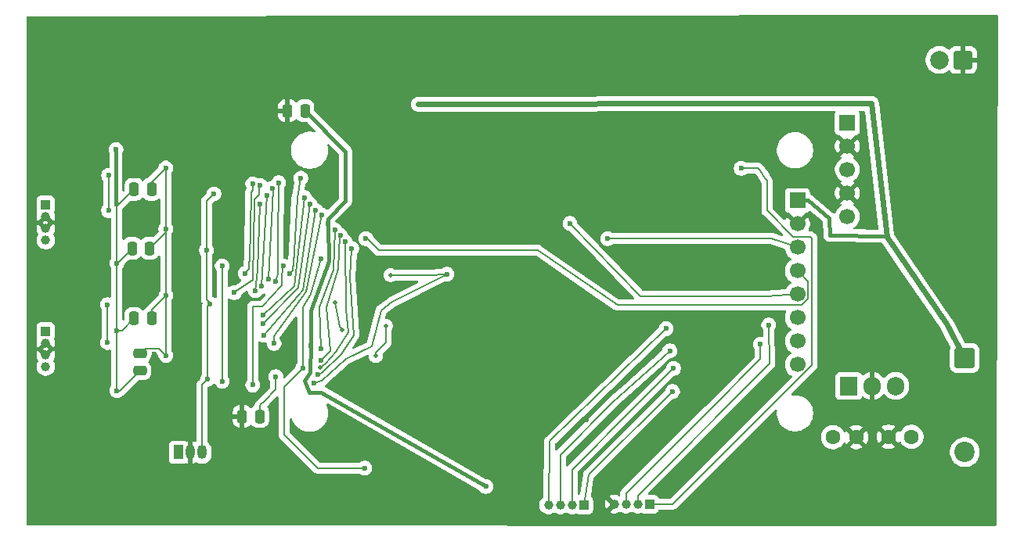
<source format=gbr>
%TF.GenerationSoftware,KiCad,Pcbnew,9.0.7*%
%TF.CreationDate,2026-02-19T21:01:26-05:00*%
%TF.ProjectId,DAC8822,44414338-3832-4322-9e6b-696361645f70,rev?*%
%TF.SameCoordinates,Original*%
%TF.FileFunction,Copper,L2,Bot*%
%TF.FilePolarity,Positive*%
%FSLAX46Y46*%
G04 Gerber Fmt 4.6, Leading zero omitted, Abs format (unit mm)*
G04 Created by KiCad (PCBNEW 9.0.7) date 2026-02-19 21:01:26*
%MOMM*%
%LPD*%
G01*
G04 APERTURE LIST*
G04 Aperture macros list*
%AMRoundRect*
0 Rectangle with rounded corners*
0 $1 Rounding radius*
0 $2 $3 $4 $5 $6 $7 $8 $9 X,Y pos of 4 corners*
0 Add a 4 corners polygon primitive as box body*
4,1,4,$2,$3,$4,$5,$6,$7,$8,$9,$2,$3,0*
0 Add four circle primitives for the rounded corners*
1,1,$1+$1,$2,$3*
1,1,$1+$1,$4,$5*
1,1,$1+$1,$6,$7*
1,1,$1+$1,$8,$9*
0 Add four rect primitives between the rounded corners*
20,1,$1+$1,$2,$3,$4,$5,0*
20,1,$1+$1,$4,$5,$6,$7,0*
20,1,$1+$1,$6,$7,$8,$9,0*
20,1,$1+$1,$8,$9,$2,$3,0*%
G04 Aperture macros list end*
%TA.AperFunction,ComponentPad*%
%ADD10R,1.000000X1.000000*%
%TD*%
%TA.AperFunction,ComponentPad*%
%ADD11C,1.000000*%
%TD*%
%TA.AperFunction,ComponentPad*%
%ADD12R,1.050000X1.500000*%
%TD*%
%TA.AperFunction,ComponentPad*%
%ADD13O,1.050000X1.500000*%
%TD*%
%TA.AperFunction,ComponentPad*%
%ADD14RoundRect,0.249999X-0.850001X0.850001X-0.850001X-0.850001X0.850001X-0.850001X0.850001X0.850001X0*%
%TD*%
%TA.AperFunction,ComponentPad*%
%ADD15C,2.200000*%
%TD*%
%TA.AperFunction,ComponentPad*%
%ADD16R,1.905000X2.000000*%
%TD*%
%TA.AperFunction,ComponentPad*%
%ADD17O,1.905000X2.000000*%
%TD*%
%TA.AperFunction,ComponentPad*%
%ADD18R,1.700000X1.700000*%
%TD*%
%TA.AperFunction,ComponentPad*%
%ADD19C,1.700000*%
%TD*%
%TA.AperFunction,ComponentPad*%
%ADD20C,1.600000*%
%TD*%
%TA.AperFunction,ComponentPad*%
%ADD21RoundRect,0.250000X0.750000X0.750000X-0.750000X0.750000X-0.750000X-0.750000X0.750000X-0.750000X0*%
%TD*%
%TA.AperFunction,ComponentPad*%
%ADD22C,2.000000*%
%TD*%
%TA.AperFunction,SMDPad,CuDef*%
%ADD23RoundRect,0.250000X0.250000X0.475000X-0.250000X0.475000X-0.250000X-0.475000X0.250000X-0.475000X0*%
%TD*%
%TA.AperFunction,SMDPad,CuDef*%
%ADD24RoundRect,0.250000X-0.250000X-0.475000X0.250000X-0.475000X0.250000X0.475000X-0.250000X0.475000X0*%
%TD*%
%TA.AperFunction,SMDPad,CuDef*%
%ADD25RoundRect,0.250000X-0.475000X0.250000X-0.475000X-0.250000X0.475000X-0.250000X0.475000X0.250000X0*%
%TD*%
%TA.AperFunction,ViaPad*%
%ADD26C,0.600000*%
%TD*%
%TA.AperFunction,ViaPad*%
%ADD27C,0.500000*%
%TD*%
%TA.AperFunction,Conductor*%
%ADD28C,0.200000*%
%TD*%
%TA.AperFunction,Conductor*%
%ADD29C,0.300000*%
%TD*%
%TA.AperFunction,Conductor*%
%ADD30C,0.400000*%
%TD*%
%TA.AperFunction,Conductor*%
%ADD31C,0.600000*%
%TD*%
G04 APERTURE END LIST*
D10*
%TO.P,J5,1,Pin_1*%
%TO.N,/Btn1*%
X144000000Y-124400000D03*
D11*
%TO.P,J5,2,Pin_2*%
%TO.N,/Btn2*%
X142730000Y-124400000D03*
%TO.P,J5,3,Pin_3*%
%TO.N,/Btn3*%
X141460000Y-124400000D03*
%TO.P,J5,4,Pin_4*%
%TO.N,/Btn4*%
X140190000Y-124400000D03*
%TD*%
D12*
%TO.P,U10,1,REF*%
%TO.N,/Adj*%
X100160000Y-118680000D03*
D13*
%TO.P,U10,2,A*%
%TO.N,GND*%
X101430000Y-118680000D03*
%TO.P,U10,3,K*%
%TO.N,Vref*%
X102700000Y-118680000D03*
%TD*%
D14*
%TO.P,D1,1,K*%
%TO.N,/Vsys*%
X185200000Y-108500000D03*
D15*
%TO.P,D1,2,A*%
%TO.N,+5V*%
X185200000Y-118660000D03*
%TD*%
D16*
%TO.P,U8,1,VI*%
%TO.N,+12V*%
X172660000Y-111500000D03*
D17*
%TO.P,U8,2,GND*%
%TO.N,GND*%
X175200000Y-111500000D03*
%TO.P,U8,3,VO*%
%TO.N,+5V*%
X177740000Y-111500000D03*
%TD*%
D18*
%TO.P,U9,1,VIN*%
%TO.N,+BATT*%
X172500000Y-83000000D03*
D19*
%TO.P,U9,2,GND*%
%TO.N,GND*%
X172500000Y-85540000D03*
%TO.P,U9,3,+12V*%
%TO.N,+12V*%
X172500000Y-88080000D03*
%TO.P,U9,4,GND*%
%TO.N,GND*%
X172500000Y-90620000D03*
%TO.P,U9,5,-12V*%
%TO.N,-12V*%
X172500000Y-93160000D03*
%TD*%
D20*
%TO.P,C6,1*%
%TO.N,+12V*%
X170950000Y-117050000D03*
%TO.P,C6,2*%
%TO.N,GND*%
X173450000Y-117050000D03*
%TD*%
D21*
%TO.P,J4,1,Pin_1*%
%TO.N,GND*%
X185000000Y-76200000D03*
D22*
%TO.P,J4,2,Pin_2*%
%TO.N,+BATT*%
X182460000Y-76200000D03*
%TD*%
D10*
%TO.P,J3,1,Pin_1*%
%TO.N,/Ch1*%
X85800000Y-105600000D03*
D11*
%TO.P,J3,2,Pin_2*%
%TO.N,GND*%
X85800000Y-106870000D03*
%TO.P,J3,3,Pin_3*%
X85800000Y-108140000D03*
%TO.P,J3,4,Pin_4*%
%TO.N,/Ch2*%
X85800000Y-109410000D03*
%TD*%
D10*
%TO.P,J6,1,Pin_1*%
%TO.N,+3.3V*%
X151100000Y-124300000D03*
D11*
%TO.P,J6,2,Pin_2*%
%TO.N,/Pot1*%
X149830000Y-124300000D03*
%TO.P,J6,3,Pin_3*%
%TO.N,/Pot2*%
X148560000Y-124300000D03*
%TO.P,J6,4,Pin_4*%
%TO.N,GND*%
X147290000Y-124300000D03*
%TD*%
D20*
%TO.P,C5,1*%
%TO.N,GND*%
X176950000Y-117000000D03*
%TO.P,C5,2*%
%TO.N,+5V*%
X179450000Y-117000000D03*
%TD*%
D10*
%TO.P,J2,1,Pin_1*%
%TO.N,/Ch3*%
X85800000Y-91900000D03*
D11*
%TO.P,J2,2,Pin_2*%
%TO.N,GND*%
X85800000Y-93170000D03*
%TO.P,J2,3,Pin_3*%
X85800000Y-94440000D03*
%TO.P,J2,4,Pin_4*%
%TO.N,/Ch4*%
X85800000Y-95710000D03*
%TD*%
D23*
%TO.P,C11,1*%
%TO.N,-12V*%
X97250000Y-104200000D03*
%TO.P,C11,2*%
%TO.N,+12V*%
X95350000Y-104200000D03*
%TD*%
%TO.P,C10,1*%
%TO.N,-12V*%
X97050000Y-96600000D03*
%TO.P,C10,2*%
%TO.N,+12V*%
X95150000Y-96600000D03*
%TD*%
D24*
%TO.P,C7,1*%
%TO.N,GND*%
X107050000Y-114800000D03*
%TO.P,C7,2*%
%TO.N,+5V*%
X108950000Y-114800000D03*
%TD*%
%TO.P,C8,1*%
%TO.N,GND*%
X111950000Y-81700000D03*
%TO.P,C8,2*%
%TO.N,+5V*%
X113850000Y-81700000D03*
%TD*%
D23*
%TO.P,C9,1*%
%TO.N,-12V*%
X97250000Y-90200000D03*
%TO.P,C9,2*%
%TO.N,+12V*%
X95350000Y-90200000D03*
%TD*%
D25*
%TO.P,C12,1*%
%TO.N,-12V*%
X96000000Y-107950000D03*
%TO.P,C12,2*%
%TO.N,+12V*%
X96000000Y-109850000D03*
%TD*%
D18*
%TO.P,J1,1,Pin_1*%
%TO.N,/Vsys*%
X167100000Y-91420000D03*
D19*
%TO.P,J1,2,Pin_2*%
%TO.N,GND*%
X167100000Y-93960000D03*
%TO.P,J1,3,Pin_3*%
%TO.N,/~{CS}*%
X167100000Y-96500000D03*
%TO.P,J1,4,Pin_4*%
%TO.N,/RST*%
X167100000Y-99040000D03*
%TO.P,J1,5,Pin_5*%
%TO.N,/REG*%
X167100000Y-101580000D03*
%TO.P,J1,6,Pin_6*%
%TO.N,/SDA*%
X167100000Y-104120000D03*
%TO.P,J1,7,Pin_7*%
%TO.N,/SCK*%
X167100000Y-106660000D03*
%TO.P,J1,8,Pin_8*%
%TO.N,/LED*%
X167100000Y-109200000D03*
%TD*%
D26*
%TO.N,GND*%
X114950000Y-89800000D03*
X107050000Y-114800000D03*
X101400000Y-123080000D03*
X146500000Y-109200000D03*
X115500000Y-117700000D03*
X143000000Y-89400000D03*
X96200000Y-100200000D03*
X133200000Y-94300000D03*
X95600000Y-93500000D03*
X141400000Y-92300000D03*
X97500000Y-108100000D03*
X144300000Y-115200000D03*
X105200000Y-93500000D03*
X100450000Y-95710000D03*
X99100000Y-109500000D03*
X117700000Y-93600000D03*
X102200000Y-107500000D03*
X148000000Y-107100000D03*
X102000000Y-93500000D03*
%TO.N,/~{CS}*%
X146600000Y-95560000D03*
%TO.N,/RST*%
X120437184Y-95558885D03*
%TO.N,/REG*%
X142500000Y-93900000D03*
%TO.N,/D8*%
X114400000Y-91800000D03*
X109300000Y-104800000D03*
D27*
%TO.N,/D13*%
X115500000Y-109500000D03*
D26*
X118200000Y-95900000D03*
%TO.N,/D14*%
X115250000Y-110250000D03*
X118900000Y-96600000D03*
%TO.N,Net-(U2-I_{OUT}A)*%
X92600000Y-88695000D03*
X92600000Y-92500000D03*
%TO.N,/D6*%
X109000000Y-91800000D03*
X108500000Y-101200000D03*
%TO.N,/D9*%
X115000000Y-92502000D03*
X109400000Y-106000000D03*
D27*
%TO.N,/D3*%
X117100000Y-102500000D03*
X117900000Y-105400000D03*
D26*
X111000000Y-89500000D03*
X110700000Y-100200000D03*
%TO.N,/D0*%
X106200000Y-101400000D03*
X109000000Y-89800000D03*
%TO.N,/D4*%
X110300000Y-90100000D03*
X109900000Y-99900000D03*
%TO.N,/D2*%
X112200000Y-99300000D03*
X113400000Y-89000000D03*
%TO.N,/D11*%
X117100000Y-94600000D03*
X115600000Y-107500000D03*
%TO.N,/~{WR}*%
X104900000Y-111000000D03*
X104900000Y-98500000D03*
%TO.N,/A0*%
X111500000Y-98500000D03*
X108200000Y-111400000D03*
%TO.N,Net-(U1-I_{OUT}A)*%
X92500000Y-106800000D03*
X92500000Y-102695000D03*
D27*
%TO.N,/~{RS}*%
X123100000Y-99500000D03*
D26*
X129200000Y-99400000D03*
X114800000Y-111158621D03*
%TO.N,/D5*%
X109170112Y-100714022D03*
D27*
X121500000Y-108260000D03*
D26*
X109700000Y-90900000D03*
D27*
X122600000Y-105000000D03*
D26*
%TO.N,Vref*%
X103585572Y-102600000D03*
X104000000Y-90700000D03*
X103200000Y-96800000D03*
X103300000Y-110800000D03*
%TO.N,/D12*%
X115600000Y-108700000D03*
X117700000Y-95200000D03*
%TO.N,/D15*%
X115600000Y-97700000D03*
X120300000Y-120400000D03*
X113600000Y-109600000D03*
%TO.N,/D10*%
X115700000Y-93000000D03*
X110500000Y-106900000D03*
%TO.N,/D7*%
X109300000Y-103800000D03*
X113800000Y-91100000D03*
%TO.N,/D1*%
X107400000Y-99300000D03*
X108200000Y-89600000D03*
%TO.N,-12V*%
X98810000Y-101690000D03*
X98800000Y-87900000D03*
X98800000Y-108200000D03*
X98800000Y-94500000D03*
%TO.N,+12V*%
X93500000Y-112000000D03*
X93400000Y-85900000D03*
X93500000Y-98200000D03*
X93500000Y-91800000D03*
X93500000Y-105500000D03*
%TO.N,+5V*%
X133400000Y-122400000D03*
X110700000Y-110500000D03*
X116300000Y-93900000D03*
X114500000Y-107100000D03*
%TO.N,/Btn3*%
X153300000Y-107700000D03*
%TO.N,/Btn2*%
X153700000Y-109600000D03*
%TO.N,/Btn1*%
X153600000Y-112100000D03*
%TO.N,/Btn4*%
X152900000Y-105300000D03*
%TO.N,/Pot1*%
X164000000Y-104900000D03*
%TO.N,/Pot2*%
X163100000Y-107000000D03*
%TO.N,+3.3V*%
X161017184Y-87938885D03*
D27*
%TO.N,/Vsys*%
X126100000Y-80999974D03*
%TD*%
D28*
%TO.N,/D2*%
X112700000Y-97177466D02*
X112490025Y-99009975D01*
X112490025Y-99009975D02*
X112200000Y-99300000D01*
X113000000Y-91100000D02*
X112700000Y-97000000D01*
X112700000Y-97000000D02*
X112700000Y-97177466D01*
X113400000Y-89000000D02*
X113000000Y-91100000D01*
D29*
%TO.N,GND*%
X101400000Y-123080000D02*
X101430000Y-123050000D01*
D28*
X98900000Y-109500000D02*
X97500000Y-108100000D01*
D30*
X175200000Y-115500000D02*
X175000000Y-115500000D01*
D28*
X99100000Y-109500000D02*
X98900000Y-109500000D01*
D30*
X176900000Y-117050000D02*
X176950000Y-117000000D01*
D29*
X101430000Y-123050000D02*
X101430000Y-118680000D01*
D28*
%TO.N,/~{CS}*%
X146600000Y-95560000D02*
X164270000Y-95500000D01*
X164270000Y-95500000D02*
X167100000Y-96500000D01*
%TO.N,/RST*%
X120558885Y-95558885D02*
X120437184Y-95558885D01*
X139000000Y-96800000D02*
X121800000Y-96800000D01*
X168251000Y-102056760D02*
X167576760Y-102731000D01*
X167576760Y-102731000D02*
X147631000Y-102731000D01*
X121800000Y-96800000D02*
X120558885Y-95558885D01*
X147631000Y-102731000D02*
X139000000Y-96800000D01*
X167100000Y-99040000D02*
X168251000Y-100191000D01*
X168251000Y-100191000D02*
X168251000Y-102056760D01*
%TO.N,/REG*%
X150091000Y-101791000D02*
X163709000Y-101791000D01*
X142500000Y-93900000D02*
X150091000Y-101791000D01*
X163709000Y-101791000D02*
X167100000Y-101580000D01*
%TO.N,/D8*%
X109300000Y-104800000D02*
X113100000Y-100900000D01*
X113100000Y-100900000D02*
X114400000Y-91800000D01*
%TO.N,/D13*%
X116100000Y-109100000D02*
X115500000Y-109500000D01*
X118500000Y-105700000D02*
X117200000Y-107800000D01*
X117200000Y-107800000D02*
X116100000Y-109100000D01*
X118300000Y-103200000D02*
X118500000Y-105700000D01*
X118200000Y-95900000D02*
X118300000Y-103200000D01*
%TO.N,/D14*%
X115250000Y-110250000D02*
X115700000Y-110100000D01*
X115700000Y-110100000D02*
X117800000Y-108100000D01*
X117800000Y-108100000D02*
X119100000Y-106000000D01*
X118700000Y-99700000D02*
X118900000Y-96600000D01*
X119100000Y-106000000D02*
X118700000Y-99700000D01*
%TO.N,Net-(U2-I_{OUT}A)*%
X92600000Y-92500000D02*
X92600000Y-88695000D01*
%TO.N,/D6*%
X108700000Y-99000000D02*
X109000000Y-91800000D01*
X108500000Y-101200000D02*
X108700000Y-99000000D01*
%TO.N,/D9*%
X113600000Y-101100000D02*
X109400000Y-106000000D01*
X115000000Y-92502000D02*
X113600000Y-101100000D01*
%TO.N,/D3*%
X110900000Y-99300000D02*
X110900000Y-92700000D01*
X117600000Y-105100000D02*
X117900000Y-105400000D01*
X111000000Y-92600000D02*
X111000000Y-89500000D01*
X110900000Y-92700000D02*
X111000000Y-92600000D01*
X110700000Y-100200000D02*
X110900000Y-99300000D01*
X117100000Y-102500000D02*
X117600000Y-105100000D01*
%TO.N,/D0*%
X108400000Y-91700000D02*
X108200000Y-100000000D01*
X108400000Y-91300000D02*
X108900000Y-90800000D01*
X108900000Y-89900000D02*
X109000000Y-89800000D01*
X108900000Y-90800000D02*
X108900000Y-89900000D01*
X108400000Y-91700000D02*
X108400000Y-91300000D01*
X108200000Y-100000000D02*
X106200000Y-101400000D01*
%TO.N,/D4*%
X110400000Y-90200000D02*
X110300000Y-90100000D01*
X109900000Y-99900000D02*
X110400000Y-90200000D01*
%TO.N,/D11*%
X116900000Y-98900000D02*
X115400000Y-103000000D01*
X117100000Y-94600000D02*
X116900000Y-98900000D01*
X115400000Y-103000000D02*
X115600000Y-107500000D01*
%TO.N,/~{WR}*%
X104900000Y-98500000D02*
X104900000Y-111000000D01*
%TO.N,/A0*%
X111300000Y-99500000D02*
X111300000Y-100600000D01*
X111500000Y-98500000D02*
X111300000Y-99500000D01*
X109249943Y-102900000D02*
X108200000Y-102900000D01*
X111310524Y-100610524D02*
X109249943Y-102900000D01*
X111300000Y-100600000D02*
X111310524Y-100610524D01*
X108200000Y-102900000D02*
X108200000Y-111400000D01*
%TO.N,Net-(U1-I_{OUT}A)*%
X92500000Y-106800000D02*
X92500000Y-102695000D01*
%TO.N,/~{RS}*%
X122076837Y-103300000D02*
X121100000Y-107200000D01*
X129200000Y-99400000D02*
X127200000Y-99500000D01*
X115700000Y-110900000D02*
X115100000Y-111100000D01*
X123300000Y-102400000D02*
X122076837Y-103300000D01*
X121100000Y-107200000D02*
X118300000Y-108552374D01*
X127200000Y-99500000D02*
X123100000Y-99500000D01*
X129200000Y-99400000D02*
X123300000Y-102400000D01*
X115100000Y-111100000D02*
X114800000Y-111158621D01*
X118300000Y-108552374D02*
X115700000Y-110900000D01*
%TO.N,/D5*%
X121500000Y-108260000D02*
X121500000Y-107900000D01*
X122600000Y-106800000D02*
X122600000Y-105000000D01*
X121500000Y-107900000D02*
X122600000Y-106800000D01*
X122600000Y-105000000D02*
X122700000Y-104900000D01*
X109700000Y-90900000D02*
X109170112Y-100714022D01*
%TO.N,Vref*%
X103300000Y-102885572D02*
X103585572Y-102600000D01*
X103200000Y-96800000D02*
X103200000Y-91500000D01*
X103585572Y-102485572D02*
X103200000Y-102100000D01*
X102700000Y-111400000D02*
X102700000Y-118680000D01*
X103200000Y-91500000D02*
X104000000Y-90700000D01*
X103200000Y-102100000D02*
X103200000Y-96800000D01*
X103585572Y-102600000D02*
X103585572Y-102485572D01*
X103300000Y-110800000D02*
X102700000Y-111400000D01*
X103300000Y-110800000D02*
X103300000Y-102885572D01*
%TO.N,/D12*%
X116600000Y-107700000D02*
X116200000Y-103000000D01*
X117600000Y-95300000D02*
X117700000Y-95200000D01*
X116200000Y-103000000D02*
X117400000Y-98800000D01*
X117400000Y-98800000D02*
X117600000Y-95300000D01*
X115600000Y-108700000D02*
X116600000Y-107700000D01*
%TO.N,/D15*%
X113600000Y-109600000D02*
X111600000Y-111600000D01*
X113600000Y-109600000D02*
X113600000Y-102976999D01*
X112100000Y-117300000D02*
X115200000Y-120400000D01*
X111600000Y-115800000D02*
X111600000Y-116800000D01*
X117600000Y-120400000D02*
X120300000Y-120400000D01*
X114500000Y-101500000D02*
X115600000Y-97700000D01*
X111600000Y-116800000D02*
X112100000Y-117300000D01*
X111600000Y-111600000D02*
X111600000Y-115800000D01*
X113600000Y-102976999D02*
X114500000Y-101500000D01*
X115200000Y-120400000D02*
X117600000Y-120400000D01*
X120300000Y-120400000D02*
X120400000Y-120300000D01*
%TO.N,/D10*%
X114000000Y-101300000D02*
X110500000Y-106100000D01*
X115700000Y-93000000D02*
X114000000Y-101300000D01*
X110500000Y-106100000D02*
X110500000Y-106900000D01*
%TO.N,/D7*%
X113800000Y-91100000D02*
X112700000Y-100700000D01*
X112700000Y-100700000D02*
X109300000Y-103800000D01*
%TO.N,/D1*%
X108200000Y-90300000D02*
X108200000Y-89600000D01*
X107997961Y-90502039D02*
X108200000Y-90300000D01*
X107523752Y-99100000D02*
X107500000Y-99100000D01*
X108000000Y-90500000D02*
X107997961Y-90600000D01*
X107827899Y-98017932D02*
X107827899Y-98795853D01*
X107500000Y-99100000D02*
X107400000Y-99200000D01*
X107997961Y-90600000D02*
X107847106Y-97998725D01*
X107997961Y-90600000D02*
X107997961Y-90502039D01*
X107827899Y-98795853D02*
X107523752Y-99100000D01*
X107400000Y-99200000D02*
X107400000Y-99300000D01*
X107847106Y-97998725D02*
X107827899Y-98017932D01*
%TO.N,-12V*%
X96499938Y-107450062D02*
X98050062Y-107450062D01*
X98810000Y-101690000D02*
X97250000Y-103250000D01*
X97250000Y-89450000D02*
X97250000Y-90200000D01*
X98810000Y-101690000D02*
X98810000Y-108190000D01*
X97250000Y-103250000D02*
X97250000Y-104200000D01*
X98810000Y-108190000D02*
X98800000Y-108200000D01*
X98800000Y-101680000D02*
X98810000Y-101690000D01*
X98050062Y-107450062D02*
X98800000Y-108200000D01*
X98800000Y-94500000D02*
X98800000Y-94850000D01*
X98800000Y-94850000D02*
X97050000Y-96600000D01*
X96000000Y-107950000D02*
X96499938Y-107450062D01*
X98800000Y-87900000D02*
X98800000Y-94500000D01*
X98800000Y-87900000D02*
X97250000Y-89450000D01*
X98800000Y-94500000D02*
X98800000Y-101680000D01*
%TO.N,+12V*%
X93500000Y-91800000D02*
X93750000Y-91800000D01*
X93500000Y-98200000D02*
X93500000Y-105500000D01*
X93750000Y-91800000D02*
X95350000Y-90200000D01*
D30*
X93400000Y-91700000D02*
X93500000Y-91800000D01*
D28*
X93500000Y-91800000D02*
X93500000Y-98200000D01*
X94050000Y-105500000D02*
X95350000Y-104200000D01*
X93550000Y-98200000D02*
X95150000Y-96600000D01*
X93500000Y-98200000D02*
X93550000Y-98200000D01*
X93850000Y-112000000D02*
X96000000Y-109850000D01*
X93500000Y-112000000D02*
X93850000Y-112000000D01*
X93500000Y-105500000D02*
X94050000Y-105500000D01*
D30*
X93400000Y-85900000D02*
X93400000Y-91700000D01*
D28*
X93500000Y-105500000D02*
X93500000Y-112000000D01*
D30*
%TO.N,+5V*%
X118240710Y-86090710D02*
X113850000Y-81700000D01*
X114500000Y-107100000D02*
X114400000Y-110000000D01*
D28*
X109500000Y-113100000D02*
X109000000Y-113600000D01*
D30*
X114300000Y-112200000D02*
X115600000Y-112200000D01*
X114500000Y-103300000D02*
X114500000Y-107100000D01*
X116300000Y-93900000D02*
X116400000Y-98000000D01*
D28*
X109000000Y-113600000D02*
X109000000Y-114800000D01*
D30*
X115600000Y-112200000D02*
X133400000Y-122400000D01*
X113777571Y-110900000D02*
X114300000Y-112200000D01*
D28*
X110700000Y-111900000D02*
X109500000Y-113100000D01*
X116300000Y-93900000D02*
X116300000Y-93700000D01*
D30*
X116300000Y-93408636D02*
X118240710Y-91467926D01*
X116300000Y-93900000D02*
X116300000Y-93408636D01*
X118240710Y-91467926D02*
X118240710Y-86090710D01*
X116400000Y-98000000D02*
X114500000Y-103300000D01*
D28*
X110700000Y-110500000D02*
X110700000Y-111900000D01*
D30*
X114400000Y-110000000D02*
X113777571Y-110900000D01*
D28*
%TO.N,/Btn3*%
X153300000Y-107700000D02*
X147100000Y-113300000D01*
X147100000Y-113300000D02*
X141460000Y-118940000D01*
X141460000Y-118940000D02*
X141460000Y-124400000D01*
%TO.N,/Btn2*%
X142730000Y-124400000D02*
X142730000Y-120570000D01*
X149300000Y-114000000D02*
X153700000Y-109600000D01*
X142730000Y-120570000D02*
X149300000Y-114000000D01*
%TO.N,/Btn1*%
X144000000Y-124400000D02*
X144500000Y-121100000D01*
X144500000Y-121100000D02*
X153600000Y-112100000D01*
%TO.N,/Btn4*%
X152900000Y-105300000D02*
X140300000Y-117500000D01*
X140300000Y-117500000D02*
X140190000Y-124400000D01*
%TO.N,/Pot1*%
X149830000Y-123370000D02*
X164100000Y-109100000D01*
X164000000Y-104900000D02*
X164000000Y-104700000D01*
X149830000Y-124300000D02*
X149830000Y-123370000D01*
X164100000Y-109100000D02*
X164000000Y-104900000D01*
%TO.N,/Pot2*%
X148560000Y-123140000D02*
X157500000Y-114200000D01*
X157500000Y-114200000D02*
X163100000Y-108600000D01*
X148560000Y-124300000D02*
X148560000Y-123140000D01*
X163100000Y-108600000D02*
X163100000Y-107000000D01*
%TO.N,+3.3V*%
X166649000Y-95349000D02*
X163802236Y-92502236D01*
X163802236Y-92502236D02*
X163802236Y-89297764D01*
X153627760Y-124300000D02*
X168652000Y-109275760D01*
X168501000Y-95349000D02*
X166649000Y-95349000D01*
X163802236Y-89297764D02*
X163600000Y-89000000D01*
X151100000Y-124300000D02*
X153627760Y-124300000D01*
X168652000Y-109275760D02*
X168652000Y-95500000D01*
X162838885Y-87938885D02*
X161017184Y-87938885D01*
X163100000Y-88200000D02*
X162838885Y-87938885D01*
X168652000Y-95500000D02*
X168501000Y-95349000D01*
X163600000Y-89000000D02*
X163100000Y-88200000D01*
D31*
%TO.N,/Vsys*%
X183200000Y-104800000D02*
X176788009Y-95400000D01*
D30*
X176688009Y-95300000D02*
X176788009Y-95400000D01*
D31*
X126100000Y-80999974D02*
X126090000Y-81000000D01*
X175100000Y-80900000D02*
X164400000Y-80900000D01*
X185200000Y-108500000D02*
X183200000Y-104800000D01*
D30*
X170500000Y-93300000D02*
X170600000Y-95200000D01*
X170600000Y-95200000D02*
X176688009Y-95300000D01*
D31*
X176788009Y-95400000D02*
X175100000Y-80900000D01*
X164400000Y-80900000D02*
X126100000Y-80999974D01*
D30*
X168220000Y-91420000D02*
X170500000Y-93300000D01*
X167100000Y-91420000D02*
X168220000Y-91420000D01*
%TD*%
%TA.AperFunction,Conductor*%
%TO.N,GND*%
G36*
X174343921Y-81720185D02*
G01*
X174389676Y-81772989D01*
X174400050Y-81810161D01*
X175870997Y-94445606D01*
X175859197Y-94514472D01*
X175812038Y-94566026D01*
X175745793Y-94583928D01*
X173272938Y-94543310D01*
X173206230Y-94522527D01*
X173161349Y-94468979D01*
X173152543Y-94399667D01*
X173182607Y-94336596D01*
X173204304Y-94318505D01*
X173203875Y-94317915D01*
X173379786Y-94190109D01*
X173379788Y-94190106D01*
X173379792Y-94190104D01*
X173530104Y-94039792D01*
X173530106Y-94039788D01*
X173530109Y-94039786D01*
X173655048Y-93867820D01*
X173655047Y-93867820D01*
X173655051Y-93867816D01*
X173751557Y-93678412D01*
X173817246Y-93476243D01*
X173850500Y-93266287D01*
X173850500Y-93053713D01*
X173817246Y-92843757D01*
X173751557Y-92641588D01*
X173655051Y-92452184D01*
X173655049Y-92452181D01*
X173655048Y-92452179D01*
X173530109Y-92280213D01*
X173379786Y-92129890D01*
X173207817Y-92004949D01*
X173198504Y-92000204D01*
X173147707Y-91952230D01*
X173130912Y-91884409D01*
X173153449Y-91818274D01*
X173198507Y-91779232D01*
X173207555Y-91774622D01*
X173261716Y-91735270D01*
X173261717Y-91735270D01*
X172629408Y-91102962D01*
X172692993Y-91085925D01*
X172807007Y-91020099D01*
X172900099Y-90927007D01*
X172965925Y-90812993D01*
X172982962Y-90749408D01*
X173615270Y-91381717D01*
X173615270Y-91381716D01*
X173654622Y-91327554D01*
X173751095Y-91138217D01*
X173816757Y-90936130D01*
X173816757Y-90936127D01*
X173850000Y-90726246D01*
X173850000Y-90513753D01*
X173816757Y-90303872D01*
X173816757Y-90303869D01*
X173751095Y-90101782D01*
X173654624Y-89912449D01*
X173615270Y-89858282D01*
X173615269Y-89858282D01*
X172982962Y-90490590D01*
X172965925Y-90427007D01*
X172900099Y-90312993D01*
X172807007Y-90219901D01*
X172692993Y-90154075D01*
X172629409Y-90137037D01*
X173261716Y-89504728D01*
X173207547Y-89465373D01*
X173207547Y-89465372D01*
X173198500Y-89460763D01*
X173147706Y-89412788D01*
X173130912Y-89344966D01*
X173153451Y-89278832D01*
X173198508Y-89239793D01*
X173207816Y-89235051D01*
X173349257Y-89132289D01*
X173379786Y-89110109D01*
X173379788Y-89110106D01*
X173379792Y-89110104D01*
X173530104Y-88959792D01*
X173530106Y-88959788D01*
X173530109Y-88959786D01*
X173655048Y-88787820D01*
X173655047Y-88787820D01*
X173655051Y-88787816D01*
X173751557Y-88598412D01*
X173817246Y-88396243D01*
X173850500Y-88186287D01*
X173850500Y-87973713D01*
X173817246Y-87763757D01*
X173751557Y-87561588D01*
X173655051Y-87372184D01*
X173655049Y-87372181D01*
X173655048Y-87372179D01*
X173530109Y-87200213D01*
X173379786Y-87049890D01*
X173207817Y-86924949D01*
X173198504Y-86920204D01*
X173147707Y-86872230D01*
X173130912Y-86804409D01*
X173153449Y-86738274D01*
X173198507Y-86699232D01*
X173207555Y-86694622D01*
X173261716Y-86655270D01*
X173261717Y-86655270D01*
X172629408Y-86022962D01*
X172692993Y-86005925D01*
X172807007Y-85940099D01*
X172900099Y-85847007D01*
X172965925Y-85732993D01*
X172982962Y-85669408D01*
X173615270Y-86301717D01*
X173615270Y-86301716D01*
X173654622Y-86247554D01*
X173751095Y-86058217D01*
X173816757Y-85856130D01*
X173816757Y-85856127D01*
X173850000Y-85646246D01*
X173850000Y-85433753D01*
X173816757Y-85223872D01*
X173816757Y-85223869D01*
X173751095Y-85021782D01*
X173654624Y-84832449D01*
X173615270Y-84778282D01*
X173615269Y-84778282D01*
X172982962Y-85410590D01*
X172965925Y-85347007D01*
X172900099Y-85232993D01*
X172807007Y-85139901D01*
X172692993Y-85074075D01*
X172629409Y-85057037D01*
X173299627Y-84386818D01*
X173360950Y-84353333D01*
X173387307Y-84350499D01*
X173397872Y-84350499D01*
X173457483Y-84344091D01*
X173592331Y-84293796D01*
X173707546Y-84207546D01*
X173793796Y-84092331D01*
X173844091Y-83957483D01*
X173850500Y-83897873D01*
X173850499Y-82102128D01*
X173844091Y-82042517D01*
X173809584Y-81950000D01*
X173793797Y-81907671D01*
X173793793Y-81907665D01*
X173787165Y-81898810D01*
X173762748Y-81833346D01*
X173777600Y-81765073D01*
X173827005Y-81715668D01*
X173886432Y-81700500D01*
X174276882Y-81700500D01*
X174343921Y-81720185D01*
G37*
%TD.AperFunction*%
%TA.AperFunction,Conductor*%
G36*
X98154953Y-97388309D02*
G01*
X98193810Y-97446378D01*
X98199500Y-97483510D01*
X98199500Y-101125200D01*
X98179815Y-101192239D01*
X98178602Y-101194091D01*
X98100609Y-101310814D01*
X98100602Y-101310827D01*
X98040264Y-101456498D01*
X98040261Y-101456508D01*
X98009361Y-101611850D01*
X97976976Y-101673761D01*
X97975425Y-101675339D01*
X96769482Y-102881281D01*
X96769480Y-102881283D01*
X96769480Y-102881284D01*
X96722426Y-102962784D01*
X96722425Y-102962786D01*
X96691767Y-103015885D01*
X96649478Y-103059421D01*
X96531347Y-103132285D01*
X96531343Y-103132288D01*
X96407285Y-103256346D01*
X96405537Y-103259182D01*
X96403829Y-103260717D01*
X96402807Y-103262011D01*
X96402585Y-103261836D01*
X96353589Y-103305905D01*
X96284626Y-103317126D01*
X96220544Y-103289282D01*
X96194463Y-103259182D01*
X96192714Y-103256346D01*
X96068657Y-103132289D01*
X96068656Y-103132288D01*
X95919334Y-103040186D01*
X95752797Y-102985001D01*
X95752795Y-102985000D01*
X95650010Y-102974500D01*
X95049998Y-102974500D01*
X95049980Y-102974501D01*
X94947203Y-102985000D01*
X94947200Y-102985001D01*
X94780668Y-103040185D01*
X94780663Y-103040187D01*
X94631342Y-103132289D01*
X94507289Y-103256342D01*
X94415187Y-103405663D01*
X94415186Y-103405666D01*
X94360001Y-103572203D01*
X94360001Y-103572204D01*
X94360000Y-103572204D01*
X94349500Y-103674983D01*
X94349500Y-104299901D01*
X94340855Y-104329341D01*
X94334332Y-104359328D01*
X94330577Y-104364343D01*
X94329815Y-104366940D01*
X94313181Y-104387582D01*
X94312181Y-104388582D01*
X94250858Y-104422067D01*
X94181166Y-104417083D01*
X94125233Y-104375211D01*
X94100816Y-104309747D01*
X94100500Y-104300901D01*
X94100500Y-98779765D01*
X94120185Y-98712726D01*
X94121398Y-98710874D01*
X94143222Y-98678213D01*
X94209394Y-98579179D01*
X94269737Y-98433497D01*
X94288222Y-98340563D01*
X94320604Y-98278656D01*
X94322099Y-98277134D01*
X94739138Y-97860095D01*
X94800459Y-97826612D01*
X94839421Y-97824420D01*
X94849991Y-97825500D01*
X95450008Y-97825499D01*
X95450016Y-97825498D01*
X95450019Y-97825498D01*
X95506302Y-97819748D01*
X95552797Y-97814999D01*
X95719334Y-97759814D01*
X95868656Y-97667712D01*
X95992712Y-97543656D01*
X95994461Y-97540819D01*
X95996169Y-97539283D01*
X95997193Y-97537989D01*
X95997414Y-97538163D01*
X96046406Y-97494096D01*
X96115368Y-97482872D01*
X96179451Y-97510713D01*
X96205537Y-97540817D01*
X96207288Y-97543656D01*
X96331344Y-97667712D01*
X96480666Y-97759814D01*
X96647203Y-97814999D01*
X96749991Y-97825500D01*
X97350008Y-97825499D01*
X97350016Y-97825498D01*
X97350019Y-97825498D01*
X97406302Y-97819748D01*
X97452797Y-97814999D01*
X97619334Y-97759814D01*
X97768656Y-97667712D01*
X97892712Y-97543656D01*
X97969961Y-97418413D01*
X98021909Y-97371689D01*
X98090871Y-97360466D01*
X98154953Y-97388309D01*
G37*
%TD.AperFunction*%
%TA.AperFunction,Conductor*%
G36*
X96317553Y-91083821D02*
G01*
X96319920Y-91083526D01*
X96349436Y-91097673D01*
X96379451Y-91110713D01*
X96381445Y-91113015D01*
X96382927Y-91113725D01*
X96405537Y-91140817D01*
X96407288Y-91143656D01*
X96531344Y-91267712D01*
X96680666Y-91359814D01*
X96847203Y-91414999D01*
X96949991Y-91425500D01*
X97550008Y-91425499D01*
X97550016Y-91425498D01*
X97550019Y-91425498D01*
X97606302Y-91419748D01*
X97652797Y-91414999D01*
X97819334Y-91359814D01*
X97968656Y-91267712D01*
X97987819Y-91248549D01*
X98049142Y-91215064D01*
X98118834Y-91220048D01*
X98174767Y-91261920D01*
X98199184Y-91327384D01*
X98199500Y-91336230D01*
X98199500Y-93920234D01*
X98179815Y-93987273D01*
X98178602Y-93989125D01*
X98090609Y-94120814D01*
X98090602Y-94120827D01*
X98030264Y-94266498D01*
X98030261Y-94266510D01*
X97999500Y-94421153D01*
X97999500Y-94578846D01*
X98023471Y-94699355D01*
X98017244Y-94768946D01*
X97989535Y-94811227D01*
X97460861Y-95339902D01*
X97399538Y-95373387D01*
X97360582Y-95375579D01*
X97350028Y-95374501D01*
X97350012Y-95374500D01*
X97350009Y-95374500D01*
X97350004Y-95374500D01*
X96749998Y-95374500D01*
X96749980Y-95374501D01*
X96647203Y-95385000D01*
X96647200Y-95385001D01*
X96480668Y-95440185D01*
X96480663Y-95440187D01*
X96331342Y-95532289D01*
X96207285Y-95656346D01*
X96205537Y-95659182D01*
X96203829Y-95660717D01*
X96202807Y-95662011D01*
X96202585Y-95661836D01*
X96153589Y-95705905D01*
X96084626Y-95717126D01*
X96020544Y-95689282D01*
X95994463Y-95659182D01*
X95992714Y-95656346D01*
X95868657Y-95532289D01*
X95868656Y-95532288D01*
X95719334Y-95440186D01*
X95552797Y-95385001D01*
X95552795Y-95385000D01*
X95450010Y-95374500D01*
X94849998Y-95374500D01*
X94849980Y-95374501D01*
X94747203Y-95385000D01*
X94747200Y-95385001D01*
X94580668Y-95440185D01*
X94580663Y-95440187D01*
X94431342Y-95532289D01*
X94312181Y-95651451D01*
X94250858Y-95684936D01*
X94181166Y-95679952D01*
X94125233Y-95638080D01*
X94100816Y-95572616D01*
X94100500Y-95563770D01*
X94100500Y-92379764D01*
X94105827Y-92361620D01*
X94106165Y-92342711D01*
X94119665Y-92314493D01*
X94120185Y-92312725D01*
X94121398Y-92310873D01*
X94121786Y-92310291D01*
X94121789Y-92310289D01*
X94181138Y-92221465D01*
X94196561Y-92202674D01*
X94240722Y-92158514D01*
X94240729Y-92158504D01*
X94939138Y-91460095D01*
X95000459Y-91426612D01*
X95039421Y-91424420D01*
X95049991Y-91425500D01*
X95650008Y-91425499D01*
X95650016Y-91425498D01*
X95650019Y-91425498D01*
X95706302Y-91419748D01*
X95752797Y-91414999D01*
X95919334Y-91359814D01*
X96068656Y-91267712D01*
X96192712Y-91143656D01*
X96194461Y-91140819D01*
X96196169Y-91139283D01*
X96196244Y-91139188D01*
X96196946Y-91136954D01*
X96222061Y-91115994D01*
X96246406Y-91094096D01*
X96248759Y-91093712D01*
X96250589Y-91092186D01*
X96283065Y-91088129D01*
X96315368Y-91082872D01*
X96317553Y-91083821D01*
G37*
%TD.AperFunction*%
%TA.AperFunction,Conductor*%
G36*
X188742591Y-71319685D02*
G01*
X188788346Y-71372489D01*
X188799550Y-71424446D01*
X188728183Y-91193445D01*
X188600446Y-126576330D01*
X188580520Y-126643298D01*
X188527551Y-126688862D01*
X188476329Y-126699882D01*
X83823882Y-126600118D01*
X83756861Y-126580369D01*
X83711157Y-126527522D01*
X83700000Y-126476118D01*
X83700000Y-124498543D01*
X139189499Y-124498543D01*
X139227947Y-124691829D01*
X139227950Y-124691839D01*
X139303364Y-124873907D01*
X139303371Y-124873920D01*
X139412860Y-125037781D01*
X139412863Y-125037785D01*
X139552214Y-125177136D01*
X139552218Y-125177139D01*
X139716079Y-125286628D01*
X139716092Y-125286635D01*
X139898160Y-125362049D01*
X139898165Y-125362051D01*
X139898169Y-125362051D01*
X139898170Y-125362052D01*
X140091456Y-125400500D01*
X140091459Y-125400500D01*
X140288543Y-125400500D01*
X140418582Y-125374632D01*
X140481835Y-125362051D01*
X140663914Y-125286632D01*
X140756109Y-125225029D01*
X140822786Y-125204151D01*
X140890166Y-125222635D01*
X140893891Y-125225029D01*
X140948577Y-125261569D01*
X140986086Y-125286632D01*
X140986088Y-125286633D01*
X140986092Y-125286635D01*
X141168160Y-125362049D01*
X141168165Y-125362051D01*
X141168169Y-125362051D01*
X141168170Y-125362052D01*
X141361456Y-125400500D01*
X141361459Y-125400500D01*
X141558543Y-125400500D01*
X141688582Y-125374632D01*
X141751835Y-125362051D01*
X141933914Y-125286632D01*
X142026109Y-125225029D01*
X142092786Y-125204151D01*
X142160166Y-125222635D01*
X142163891Y-125225029D01*
X142218577Y-125261569D01*
X142256086Y-125286632D01*
X142256088Y-125286633D01*
X142256092Y-125286635D01*
X142438160Y-125362049D01*
X142438165Y-125362051D01*
X142438169Y-125362051D01*
X142438170Y-125362052D01*
X142631456Y-125400500D01*
X142631459Y-125400500D01*
X142828543Y-125400500D01*
X142958582Y-125374632D01*
X143021835Y-125362051D01*
X143124126Y-125319680D01*
X143193590Y-125312212D01*
X143245887Y-125334976D01*
X143257668Y-125343795D01*
X143257671Y-125343797D01*
X143392517Y-125394091D01*
X143392516Y-125394091D01*
X143399444Y-125394835D01*
X143452127Y-125400500D01*
X144547872Y-125400499D01*
X144607483Y-125394091D01*
X144742331Y-125343796D01*
X144857546Y-125257546D01*
X144943796Y-125142331D01*
X144994091Y-125007483D01*
X145000500Y-124947873D01*
X145000499Y-124201504D01*
X146290000Y-124201504D01*
X146290000Y-124398495D01*
X146328427Y-124591681D01*
X146328430Y-124591693D01*
X146403808Y-124773673D01*
X146403809Y-124773675D01*
X146427425Y-124809019D01*
X146936446Y-124300000D01*
X146936446Y-124299999D01*
X146427426Y-123790978D01*
X146427426Y-123790979D01*
X146403813Y-123826318D01*
X146403809Y-123826325D01*
X146328429Y-124008310D01*
X146328427Y-124008318D01*
X146290000Y-124201504D01*
X145000499Y-124201504D01*
X145000499Y-123852128D01*
X144994091Y-123792517D01*
X144993517Y-123790979D01*
X144943797Y-123657671D01*
X144943793Y-123657664D01*
X144857547Y-123542456D01*
X144857548Y-123542456D01*
X144857546Y-123542454D01*
X144808939Y-123506067D01*
X144767070Y-123450135D01*
X144760651Y-123388229D01*
X145057724Y-121427553D01*
X145087229Y-121364222D01*
X145093109Y-121357988D01*
X153609512Y-112935173D01*
X153671016Y-112902030D01*
X153672879Y-112901744D01*
X153672868Y-112901689D01*
X153759334Y-112884488D01*
X153833497Y-112869737D01*
X153979179Y-112809394D01*
X154110289Y-112721789D01*
X154221789Y-112610289D01*
X154309394Y-112479179D01*
X154369737Y-112333497D01*
X154400500Y-112178842D01*
X154400500Y-112021158D01*
X154400500Y-112021155D01*
X154400499Y-112021153D01*
X154384378Y-111940110D01*
X154369737Y-111866503D01*
X154342398Y-111800500D01*
X154309397Y-111720827D01*
X154309390Y-111720814D01*
X154221789Y-111589711D01*
X154221786Y-111589707D01*
X154110292Y-111478213D01*
X154110288Y-111478210D01*
X153979185Y-111390609D01*
X153979172Y-111390602D01*
X153833501Y-111330264D01*
X153833489Y-111330261D01*
X153678845Y-111299500D01*
X153678842Y-111299500D01*
X153521158Y-111299500D01*
X153521155Y-111299500D01*
X153366510Y-111330261D01*
X153366498Y-111330264D01*
X153220827Y-111390602D01*
X153220814Y-111390609D01*
X153089711Y-111478210D01*
X153089707Y-111478213D01*
X152978213Y-111589707D01*
X152978210Y-111589711D01*
X152890609Y-111720814D01*
X152890602Y-111720827D01*
X152830264Y-111866498D01*
X152830261Y-111866508D01*
X152800481Y-112016220D01*
X152768096Y-112078131D01*
X152766059Y-112080192D01*
X144115111Y-120636075D01*
X144115111Y-120636076D01*
X144108714Y-120642403D01*
X144080138Y-120663460D01*
X144052744Y-120697755D01*
X144047577Y-120702866D01*
X144047578Y-120702866D01*
X144021525Y-120728634D01*
X144008148Y-120751507D01*
X144008149Y-120751508D01*
X144003609Y-120759272D01*
X143981460Y-120787004D01*
X143963875Y-120827222D01*
X143960209Y-120833492D01*
X143960206Y-120833493D01*
X143941713Y-120865123D01*
X143941712Y-120865126D01*
X143941712Y-120865127D01*
X143932335Y-120899363D01*
X143918120Y-120931877D01*
X143911545Y-120975264D01*
X143909628Y-120982264D01*
X143909627Y-120982270D01*
X143899944Y-121017626D01*
X143899797Y-121044130D01*
X143898400Y-121062015D01*
X143577101Y-123182597D01*
X143547595Y-123245931D01*
X143488533Y-123283259D01*
X143418665Y-123282730D01*
X143360175Y-123244512D01*
X143331632Y-123180738D01*
X143330500Y-123164021D01*
X143330500Y-120870097D01*
X143350185Y-120803058D01*
X143366819Y-120782416D01*
X149839078Y-114310157D01*
X149839091Y-114310142D01*
X153714664Y-110434571D01*
X153775985Y-110401088D01*
X153778152Y-110400637D01*
X153778841Y-110400500D01*
X153778842Y-110400500D01*
X153933497Y-110369737D01*
X154079179Y-110309394D01*
X154210289Y-110221789D01*
X154321789Y-110110289D01*
X154409394Y-109979179D01*
X154469737Y-109833497D01*
X154500500Y-109678842D01*
X154500500Y-109521158D01*
X154500500Y-109521155D01*
X154500499Y-109521153D01*
X154496848Y-109502798D01*
X154469737Y-109366503D01*
X154444795Y-109306287D01*
X154409397Y-109220827D01*
X154409390Y-109220814D01*
X154321789Y-109089711D01*
X154321786Y-109089707D01*
X154210292Y-108978213D01*
X154210288Y-108978210D01*
X154079185Y-108890609D01*
X154079172Y-108890602D01*
X153933501Y-108830264D01*
X153933489Y-108830261D01*
X153778845Y-108799500D01*
X153778842Y-108799500D01*
X153621158Y-108799500D01*
X153621155Y-108799500D01*
X153466510Y-108830261D01*
X153466498Y-108830264D01*
X153320827Y-108890602D01*
X153320814Y-108890609D01*
X153189711Y-108978210D01*
X153189707Y-108978213D01*
X153078213Y-109089707D01*
X153078210Y-109089711D01*
X152990609Y-109220814D01*
X152990602Y-109220827D01*
X152930264Y-109366498D01*
X152930261Y-109366508D01*
X152899362Y-109521848D01*
X152866977Y-109583759D01*
X152865426Y-109585337D01*
X148931284Y-113519481D01*
X142361286Y-120089478D01*
X142272181Y-120178583D01*
X142210858Y-120212068D01*
X142141166Y-120207084D01*
X142085233Y-120165212D01*
X142060816Y-120099748D01*
X142060500Y-120090902D01*
X142060500Y-119240096D01*
X142080185Y-119173057D01*
X142096814Y-119152420D01*
X147511624Y-113737609D01*
X147516149Y-113733308D01*
X152110295Y-109583759D01*
X153274213Y-108532479D01*
X153337157Y-108502152D01*
X153357328Y-108500500D01*
X153378844Y-108500500D01*
X153378845Y-108500499D01*
X153533497Y-108469737D01*
X153679179Y-108409394D01*
X153810289Y-108321789D01*
X153921789Y-108210289D01*
X154009394Y-108079179D01*
X154069737Y-107933497D01*
X154100500Y-107778842D01*
X154100500Y-107621158D01*
X154100500Y-107621155D01*
X154100499Y-107621153D01*
X154089229Y-107564497D01*
X154069737Y-107466503D01*
X154037963Y-107389792D01*
X154009397Y-107320827D01*
X154009390Y-107320814D01*
X153921789Y-107189711D01*
X153921786Y-107189707D01*
X153810292Y-107078213D01*
X153810288Y-107078210D01*
X153679185Y-106990609D01*
X153679172Y-106990602D01*
X153533501Y-106930264D01*
X153533489Y-106930261D01*
X153378845Y-106899500D01*
X153378842Y-106899500D01*
X153221158Y-106899500D01*
X153221155Y-106899500D01*
X153066510Y-106930261D01*
X153066498Y-106930264D01*
X152920827Y-106990602D01*
X152920814Y-106990609D01*
X152789711Y-107078210D01*
X152789707Y-107078213D01*
X152678213Y-107189707D01*
X152678210Y-107189711D01*
X152590609Y-107320814D01*
X152590602Y-107320827D01*
X152530264Y-107466498D01*
X152530261Y-107466508D01*
X152509287Y-107571950D01*
X152476902Y-107633861D01*
X152470786Y-107639779D01*
X148394977Y-111321155D01*
X146821533Y-112742331D01*
X146754422Y-112802947D01*
X146754421Y-112802947D01*
X146744676Y-112811747D01*
X146731284Y-112819481D01*
X146686205Y-112864558D01*
X146683861Y-112866676D01*
X146683847Y-112866691D01*
X146638823Y-112907359D01*
X146638821Y-112907362D01*
X146637546Y-112909332D01*
X146621135Y-112929628D01*
X141098488Y-118452275D01*
X141037165Y-118485760D01*
X140967473Y-118480776D01*
X140911540Y-118438904D01*
X140887123Y-118373440D01*
X140886823Y-118362639D01*
X140895638Y-117809709D01*
X140916388Y-117742993D01*
X140933362Y-117722606D01*
X152900666Y-106135219D01*
X152962520Y-106102728D01*
X152974773Y-106100900D01*
X152978834Y-106100500D01*
X152978842Y-106100500D01*
X152978850Y-106100498D01*
X152978854Y-106100498D01*
X153040728Y-106088190D01*
X153133497Y-106069737D01*
X153248219Y-106022218D01*
X153279172Y-106009397D01*
X153279172Y-106009396D01*
X153279179Y-106009394D01*
X153410289Y-105921789D01*
X153521789Y-105810289D01*
X153609394Y-105679179D01*
X153669737Y-105533497D01*
X153700500Y-105378842D01*
X153700500Y-105221158D01*
X153700500Y-105221155D01*
X153700499Y-105221153D01*
X153697299Y-105205064D01*
X153669737Y-105066503D01*
X153663778Y-105052116D01*
X153609397Y-104920827D01*
X153609390Y-104920814D01*
X153521789Y-104789711D01*
X153521786Y-104789707D01*
X153410292Y-104678213D01*
X153410288Y-104678210D01*
X153279185Y-104590609D01*
X153279172Y-104590602D01*
X153133501Y-104530264D01*
X153133489Y-104530261D01*
X152978845Y-104499500D01*
X152978842Y-104499500D01*
X152821158Y-104499500D01*
X152821155Y-104499500D01*
X152666510Y-104530261D01*
X152666498Y-104530264D01*
X152520827Y-104590602D01*
X152520814Y-104590609D01*
X152389711Y-104678210D01*
X152389707Y-104678213D01*
X152278213Y-104789707D01*
X152278210Y-104789711D01*
X152190609Y-104920814D01*
X152190602Y-104920827D01*
X152130264Y-105066498D01*
X152130261Y-105066508D01*
X152102600Y-105205567D01*
X152070215Y-105267478D01*
X152067239Y-105270459D01*
X139944749Y-117008107D01*
X139944748Y-117008106D01*
X139939035Y-117013637D01*
X139938990Y-117013663D01*
X139882671Y-117068214D01*
X139881029Y-117069804D01*
X139878175Y-117072568D01*
X139878161Y-117072582D01*
X139825474Y-117123596D01*
X139825419Y-117123668D01*
X139784385Y-117192195D01*
X139784374Y-117192213D01*
X139744232Y-117259223D01*
X139744194Y-117259308D01*
X139722467Y-117335509D01*
X139722449Y-117335575D01*
X139700853Y-117411269D01*
X139700852Y-117411324D01*
X139700836Y-117411381D01*
X139700834Y-117411492D01*
X139700833Y-117411497D01*
X139699624Y-117487377D01*
X139699545Y-117492342D01*
X139698303Y-117569363D01*
X139698315Y-117569415D01*
X139698190Y-117577295D01*
X139603382Y-123524361D01*
X139582632Y-123591078D01*
X139555952Y-123617823D01*
X139556920Y-123619003D01*
X139552211Y-123622867D01*
X139412863Y-123762214D01*
X139412860Y-123762218D01*
X139303371Y-123926079D01*
X139303364Y-123926092D01*
X139227950Y-124108160D01*
X139227947Y-124108170D01*
X139189500Y-124301456D01*
X139189500Y-124301459D01*
X139189500Y-124498541D01*
X139189500Y-124498543D01*
X139189499Y-124498543D01*
X83700000Y-124498543D01*
X83700000Y-117882135D01*
X99134500Y-117882135D01*
X99134500Y-119477870D01*
X99134501Y-119477876D01*
X99140908Y-119537483D01*
X99191202Y-119672328D01*
X99191206Y-119672335D01*
X99277452Y-119787544D01*
X99277455Y-119787547D01*
X99392664Y-119873793D01*
X99392671Y-119873797D01*
X99527517Y-119924091D01*
X99527516Y-119924091D01*
X99534444Y-119924835D01*
X99587127Y-119930500D01*
X100732872Y-119930499D01*
X100792483Y-119924091D01*
X100927331Y-119873796D01*
X100928893Y-119872626D01*
X100930722Y-119871944D01*
X100935118Y-119869544D01*
X100935462Y-119870175D01*
X100994354Y-119848204D01*
X101050664Y-119857326D01*
X101131017Y-119890609D01*
X101131025Y-119890611D01*
X101180000Y-119900353D01*
X101180000Y-119535671D01*
X101180711Y-119522415D01*
X101185499Y-119477881D01*
X101185500Y-119477873D01*
X101185499Y-118965829D01*
X101199745Y-118980075D01*
X101285255Y-119029444D01*
X101380630Y-119055000D01*
X101479370Y-119055000D01*
X101574745Y-119029444D01*
X101660255Y-118980075D01*
X101674500Y-118965830D01*
X101674500Y-119006002D01*
X101677617Y-119021671D01*
X101680000Y-119045865D01*
X101680000Y-119900352D01*
X101728974Y-119890612D01*
X101728983Y-119890609D01*
X101915515Y-119813346D01*
X101915518Y-119813344D01*
X101995658Y-119759796D01*
X102062335Y-119738917D01*
X102129716Y-119757401D01*
X102133422Y-119759783D01*
X102214244Y-119813786D01*
X102400873Y-119891091D01*
X102566777Y-119924091D01*
X102598992Y-119930499D01*
X102598996Y-119930500D01*
X102598997Y-119930500D01*
X102801004Y-119930500D01*
X102801005Y-119930499D01*
X102999127Y-119891091D01*
X103185756Y-119813786D01*
X103353718Y-119701558D01*
X103496558Y-119558718D01*
X103608786Y-119390756D01*
X103686091Y-119204127D01*
X103725500Y-119006003D01*
X103725500Y-118353997D01*
X103686091Y-118155873D01*
X103608786Y-117969244D01*
X103608784Y-117969241D01*
X103608782Y-117969237D01*
X103496558Y-117801281D01*
X103353721Y-117658444D01*
X103349010Y-117654578D01*
X103350156Y-117653181D01*
X103310802Y-117606088D01*
X103300500Y-117556603D01*
X103300500Y-115324986D01*
X106050001Y-115324986D01*
X106060494Y-115427697D01*
X106115641Y-115594119D01*
X106115643Y-115594124D01*
X106207684Y-115743345D01*
X106331654Y-115867315D01*
X106480875Y-115959356D01*
X106480880Y-115959358D01*
X106647302Y-116014505D01*
X106647309Y-116014506D01*
X106750019Y-116024999D01*
X106799999Y-116024998D01*
X106800000Y-116024998D01*
X106800000Y-115050000D01*
X106050001Y-115050000D01*
X106050001Y-115324986D01*
X103300500Y-115324986D01*
X103300500Y-114275013D01*
X106050000Y-114275013D01*
X106050000Y-114550000D01*
X106800000Y-114550000D01*
X106800000Y-113575000D01*
X106799999Y-113574999D01*
X106750029Y-113575000D01*
X106750011Y-113575001D01*
X106647302Y-113585494D01*
X106480880Y-113640641D01*
X106480875Y-113640643D01*
X106331654Y-113732684D01*
X106207684Y-113856654D01*
X106115643Y-114005875D01*
X106115641Y-114005880D01*
X106060494Y-114172302D01*
X106060493Y-114172309D01*
X106050000Y-114275013D01*
X103300500Y-114275013D01*
X103300500Y-111717847D01*
X103320185Y-111650808D01*
X103372989Y-111605053D01*
X103400309Y-111596230D01*
X103416291Y-111593050D01*
X103533497Y-111569737D01*
X103679179Y-111509394D01*
X103810289Y-111421789D01*
X103921789Y-111310289D01*
X103941234Y-111281188D01*
X103994846Y-111236383D01*
X104064171Y-111227676D01*
X104127198Y-111257830D01*
X104158897Y-111302627D01*
X104190602Y-111379172D01*
X104190609Y-111379185D01*
X104278210Y-111510288D01*
X104278213Y-111510292D01*
X104389707Y-111621786D01*
X104389711Y-111621789D01*
X104520814Y-111709390D01*
X104520827Y-111709397D01*
X104658683Y-111766498D01*
X104666503Y-111769737D01*
X104821153Y-111800499D01*
X104821156Y-111800500D01*
X104821158Y-111800500D01*
X104978844Y-111800500D01*
X104978845Y-111800499D01*
X105133497Y-111769737D01*
X105251592Y-111720821D01*
X105279172Y-111709397D01*
X105279172Y-111709396D01*
X105279179Y-111709394D01*
X105410289Y-111621789D01*
X105521789Y-111510289D01*
X105609394Y-111379179D01*
X105669737Y-111233497D01*
X105700500Y-111078842D01*
X105700500Y-110921158D01*
X105700500Y-110921155D01*
X105700499Y-110921153D01*
X105669738Y-110766510D01*
X105669737Y-110766503D01*
X105663425Y-110751265D01*
X105609397Y-110620827D01*
X105609390Y-110620814D01*
X105521398Y-110489125D01*
X105500520Y-110422447D01*
X105500500Y-110420234D01*
X105500500Y-102127350D01*
X105520185Y-102060311D01*
X105572989Y-102014556D01*
X105642147Y-102004612D01*
X105693391Y-102024248D01*
X105820814Y-102109390D01*
X105820827Y-102109397D01*
X105966498Y-102169735D01*
X105966503Y-102169737D01*
X106120097Y-102200289D01*
X106121153Y-102200499D01*
X106121156Y-102200500D01*
X106121158Y-102200500D01*
X106278844Y-102200500D01*
X106278845Y-102200499D01*
X106433497Y-102169737D01*
X106546166Y-102123067D01*
X106579172Y-102109397D01*
X106579172Y-102109396D01*
X106579179Y-102109394D01*
X106710289Y-102021789D01*
X106821789Y-101910289D01*
X106909394Y-101779179D01*
X106969737Y-101633497D01*
X106969738Y-101633490D01*
X106971506Y-101627666D01*
X106973507Y-101628273D01*
X107001458Y-101574788D01*
X107019604Y-101559278D01*
X107509710Y-101216205D01*
X107575918Y-101193888D01*
X107643683Y-101210908D01*
X107691489Y-101261863D01*
X107702435Y-101293600D01*
X107730261Y-101433489D01*
X107730264Y-101433501D01*
X107790602Y-101579172D01*
X107790609Y-101579185D01*
X107878210Y-101710288D01*
X107878213Y-101710292D01*
X107989707Y-101821786D01*
X107989711Y-101821789D01*
X108120814Y-101909390D01*
X108120827Y-101909397D01*
X108219324Y-101950195D01*
X108266503Y-101969737D01*
X108398284Y-101995950D01*
X108421153Y-102000499D01*
X108421156Y-102000500D01*
X108421158Y-102000500D01*
X108578844Y-102000500D01*
X108578845Y-102000499D01*
X108733497Y-101969737D01*
X108850585Y-101921238D01*
X108879172Y-101909397D01*
X108879172Y-101909396D01*
X108879179Y-101909394D01*
X109010289Y-101821789D01*
X109121789Y-101710289D01*
X109209394Y-101579179D01*
X109209658Y-101578539D01*
X109209886Y-101578256D01*
X109212264Y-101573809D01*
X109213106Y-101574259D01*
X109214295Y-101572784D01*
X109215932Y-101565573D01*
X109235917Y-101545944D01*
X109253490Y-101524132D01*
X109261739Y-101520584D01*
X109265781Y-101516615D01*
X109296662Y-101505566D01*
X109298959Y-101504579D01*
X109299358Y-101504495D01*
X109403609Y-101483759D01*
X109408267Y-101481829D01*
X109419104Y-101479574D01*
X109448626Y-101481952D01*
X109478231Y-101481686D01*
X109483058Y-101484727D01*
X109488748Y-101485186D01*
X109512296Y-101503146D01*
X109537347Y-101518929D01*
X109539764Y-101524097D01*
X109544302Y-101527559D01*
X109554400Y-101555396D01*
X109566944Y-101582220D01*
X109566182Y-101587875D01*
X109568129Y-101593241D01*
X109561573Y-101622121D01*
X109557624Y-101651466D01*
X109553456Y-101657881D01*
X109552663Y-101661378D01*
X109548580Y-101665387D01*
X109536538Y-101683926D01*
X109460112Y-101768842D01*
X109019450Y-102258454D01*
X108959973Y-102295114D01*
X108927284Y-102299500D01*
X108120943Y-102299500D01*
X107968216Y-102340423D01*
X107968209Y-102340426D01*
X107831290Y-102419475D01*
X107831282Y-102419481D01*
X107719481Y-102531282D01*
X107719475Y-102531290D01*
X107640426Y-102668209D01*
X107640423Y-102668216D01*
X107599500Y-102820943D01*
X107599500Y-110820234D01*
X107579815Y-110887273D01*
X107578602Y-110889125D01*
X107490609Y-111020814D01*
X107490602Y-111020827D01*
X107430264Y-111166498D01*
X107430261Y-111166510D01*
X107399500Y-111321153D01*
X107399500Y-111478846D01*
X107430261Y-111633489D01*
X107430264Y-111633501D01*
X107490602Y-111779172D01*
X107490609Y-111779185D01*
X107578210Y-111910288D01*
X107578213Y-111910292D01*
X107689707Y-112021786D01*
X107689711Y-112021789D01*
X107820814Y-112109390D01*
X107820827Y-112109397D01*
X107966498Y-112169735D01*
X107966503Y-112169737D01*
X108121153Y-112200499D01*
X108121156Y-112200500D01*
X108121158Y-112200500D01*
X108278844Y-112200500D01*
X108278845Y-112200499D01*
X108433497Y-112169737D01*
X108579179Y-112109394D01*
X108710289Y-112021789D01*
X108821789Y-111910289D01*
X108909394Y-111779179D01*
X108969737Y-111633497D01*
X109000500Y-111478842D01*
X109000500Y-111321158D01*
X109000500Y-111321155D01*
X109000499Y-111321153D01*
X108982496Y-111230648D01*
X108969737Y-111166503D01*
X108956248Y-111133938D01*
X108909397Y-111020827D01*
X108909390Y-111020814D01*
X108821398Y-110889125D01*
X108800520Y-110822447D01*
X108800500Y-110820234D01*
X108800500Y-106794168D01*
X108820185Y-106727129D01*
X108872989Y-106681374D01*
X108942147Y-106671430D01*
X108993392Y-106691067D01*
X109020812Y-106709389D01*
X109020827Y-106709397D01*
X109158171Y-106766286D01*
X109166503Y-106769737D01*
X109311234Y-106798526D01*
X109321153Y-106800499D01*
X109321156Y-106800500D01*
X109321158Y-106800500D01*
X109478843Y-106800500D01*
X109494564Y-106797372D01*
X109551309Y-106786085D01*
X109620899Y-106792312D01*
X109676077Y-106835174D01*
X109699322Y-106901063D01*
X109699500Y-106907702D01*
X109699500Y-106978846D01*
X109730261Y-107133489D01*
X109730264Y-107133501D01*
X109790602Y-107279172D01*
X109790609Y-107279185D01*
X109878210Y-107410288D01*
X109878213Y-107410292D01*
X109989707Y-107521786D01*
X109989711Y-107521789D01*
X110120814Y-107609390D01*
X110120827Y-107609397D01*
X110258273Y-107666328D01*
X110266503Y-107669737D01*
X110421153Y-107700499D01*
X110421156Y-107700500D01*
X110421158Y-107700500D01*
X110578844Y-107700500D01*
X110578845Y-107700499D01*
X110733497Y-107669737D01*
X110879179Y-107609394D01*
X111010289Y-107521789D01*
X111121789Y-107410289D01*
X111209394Y-107279179D01*
X111269737Y-107133497D01*
X111300500Y-106978842D01*
X111300500Y-106821158D01*
X111300500Y-106821155D01*
X111300499Y-106821153D01*
X111292493Y-106780904D01*
X111269737Y-106666503D01*
X111250812Y-106620814D01*
X111209397Y-106520827D01*
X111209390Y-106520814D01*
X111126926Y-106397399D01*
X111106048Y-106330722D01*
X111124532Y-106263342D01*
X111129825Y-106255465D01*
X112775307Y-103998804D01*
X112830710Y-103956234D01*
X112900334Y-103950374D01*
X112962073Y-103983086D01*
X112996325Y-104043984D01*
X112999500Y-104071862D01*
X112999500Y-109020234D01*
X112979815Y-109087273D01*
X112978602Y-109089125D01*
X112890609Y-109220814D01*
X112890602Y-109220827D01*
X112830264Y-109366498D01*
X112830261Y-109366508D01*
X112799361Y-109521850D01*
X112766976Y-109583761D01*
X112765425Y-109585339D01*
X111712181Y-110638584D01*
X111650858Y-110672069D01*
X111581166Y-110667085D01*
X111525233Y-110625213D01*
X111500816Y-110559749D01*
X111500500Y-110550903D01*
X111500500Y-110421155D01*
X111500499Y-110421153D01*
X111490732Y-110372051D01*
X111469737Y-110266503D01*
X111446421Y-110210213D01*
X111409397Y-110120827D01*
X111409390Y-110120814D01*
X111321789Y-109989711D01*
X111321786Y-109989707D01*
X111210292Y-109878213D01*
X111210288Y-109878210D01*
X111079185Y-109790609D01*
X111079172Y-109790602D01*
X110933501Y-109730264D01*
X110933489Y-109730261D01*
X110778845Y-109699500D01*
X110778842Y-109699500D01*
X110621158Y-109699500D01*
X110621155Y-109699500D01*
X110466510Y-109730261D01*
X110466498Y-109730264D01*
X110320827Y-109790602D01*
X110320814Y-109790609D01*
X110189711Y-109878210D01*
X110189707Y-109878213D01*
X110078213Y-109989707D01*
X110078210Y-109989711D01*
X109990609Y-110120814D01*
X109990602Y-110120827D01*
X109930264Y-110266498D01*
X109930261Y-110266510D01*
X109899500Y-110421153D01*
X109899500Y-110578846D01*
X109930261Y-110733489D01*
X109930264Y-110733501D01*
X109990602Y-110879172D01*
X109990609Y-110879185D01*
X110078602Y-111010874D01*
X110099480Y-111077551D01*
X110099500Y-111079765D01*
X110099500Y-111599902D01*
X110079815Y-111666941D01*
X110063181Y-111687583D01*
X109581029Y-112169735D01*
X109131286Y-112619478D01*
X109131284Y-112619480D01*
X108881026Y-112869738D01*
X108624217Y-113126546D01*
X108624214Y-113126548D01*
X108624215Y-113126549D01*
X108519478Y-113231286D01*
X108469361Y-113318094D01*
X108469359Y-113318096D01*
X108440425Y-113368209D01*
X108440424Y-113368210D01*
X108429224Y-113410008D01*
X108399499Y-113520943D01*
X108399499Y-113520945D01*
X108399499Y-113559362D01*
X108379814Y-113626401D01*
X108340596Y-113664901D01*
X108231342Y-113732289D01*
X108107288Y-113856343D01*
X108107283Y-113856349D01*
X108105241Y-113859661D01*
X108103247Y-113861453D01*
X108102807Y-113862011D01*
X108102711Y-113861935D01*
X108053291Y-113906383D01*
X107984328Y-113917602D01*
X107920247Y-113889755D01*
X107894168Y-113859656D01*
X107892319Y-113856659D01*
X107892316Y-113856655D01*
X107768345Y-113732684D01*
X107619124Y-113640643D01*
X107619119Y-113640641D01*
X107452697Y-113585494D01*
X107452690Y-113585493D01*
X107349986Y-113575000D01*
X107300000Y-113575000D01*
X107300000Y-116024999D01*
X107349972Y-116024999D01*
X107349986Y-116024998D01*
X107452697Y-116014505D01*
X107619119Y-115959358D01*
X107619124Y-115959356D01*
X107768345Y-115867315D01*
X107892318Y-115743342D01*
X107894165Y-115740348D01*
X107895969Y-115738724D01*
X107896798Y-115737677D01*
X107896976Y-115737818D01*
X107946110Y-115693621D01*
X108015073Y-115682396D01*
X108079156Y-115710236D01*
X108105243Y-115740341D01*
X108107288Y-115743656D01*
X108231344Y-115867712D01*
X108380666Y-115959814D01*
X108547203Y-116014999D01*
X108649991Y-116025500D01*
X109250008Y-116025499D01*
X109250016Y-116025498D01*
X109250019Y-116025498D01*
X109306302Y-116019748D01*
X109352797Y-116014999D01*
X109519334Y-115959814D01*
X109668656Y-115867712D01*
X109792712Y-115743656D01*
X109884814Y-115594334D01*
X109939999Y-115427797D01*
X109950500Y-115325009D01*
X109950499Y-114274992D01*
X109940611Y-114178199D01*
X109939999Y-114172203D01*
X109939998Y-114172200D01*
X109933691Y-114153168D01*
X109884814Y-114005666D01*
X109792712Y-113856344D01*
X109780482Y-113844114D01*
X109746997Y-113782791D01*
X109751981Y-113713099D01*
X109780479Y-113668755D01*
X109980520Y-113468716D01*
X109980521Y-113468713D01*
X110787820Y-112661414D01*
X110849142Y-112627930D01*
X110918834Y-112632914D01*
X110974767Y-112674786D01*
X110999184Y-112740250D01*
X110999500Y-112749096D01*
X110999500Y-116713330D01*
X110999499Y-116713348D01*
X110999499Y-116879054D01*
X110999498Y-116879054D01*
X111040424Y-117031789D01*
X111040425Y-117031790D01*
X111061455Y-117068214D01*
X111061456Y-117068216D01*
X111119475Y-117168709D01*
X111119481Y-117168717D01*
X111738349Y-117787585D01*
X111738355Y-117787590D01*
X114715139Y-120764374D01*
X114715149Y-120764385D01*
X114719479Y-120768715D01*
X114719480Y-120768716D01*
X114831284Y-120880520D01*
X114882845Y-120910288D01*
X114918095Y-120930639D01*
X114918097Y-120930641D01*
X114956151Y-120952611D01*
X114968215Y-120959577D01*
X115120943Y-121000501D01*
X115120946Y-121000501D01*
X115286653Y-121000501D01*
X115286669Y-121000500D01*
X117520943Y-121000500D01*
X119720234Y-121000500D01*
X119787273Y-121020185D01*
X119789125Y-121021398D01*
X119920814Y-121109390D01*
X119920827Y-121109397D01*
X120066498Y-121169735D01*
X120066503Y-121169737D01*
X120221153Y-121200499D01*
X120221156Y-121200500D01*
X120221158Y-121200500D01*
X120378844Y-121200500D01*
X120378845Y-121200499D01*
X120533497Y-121169737D01*
X120679179Y-121109394D01*
X120810289Y-121021789D01*
X120921789Y-120910289D01*
X121009394Y-120779179D01*
X121069737Y-120633497D01*
X121100500Y-120478842D01*
X121100500Y-120321158D01*
X121100500Y-120321155D01*
X121100499Y-120321153D01*
X121080595Y-120221089D01*
X121069737Y-120166503D01*
X121060101Y-120143239D01*
X121009397Y-120020827D01*
X121009390Y-120020814D01*
X120921789Y-119889711D01*
X120921786Y-119889707D01*
X120810292Y-119778213D01*
X120810288Y-119778210D01*
X120679185Y-119690609D01*
X120679172Y-119690602D01*
X120533501Y-119630264D01*
X120533489Y-119630261D01*
X120378845Y-119599500D01*
X120378842Y-119599500D01*
X120221158Y-119599500D01*
X120221155Y-119599500D01*
X120066510Y-119630261D01*
X120066498Y-119630264D01*
X119920827Y-119690602D01*
X119920814Y-119690609D01*
X119789125Y-119778602D01*
X119722447Y-119799480D01*
X119720234Y-119799500D01*
X115500097Y-119799500D01*
X115433058Y-119779815D01*
X115412416Y-119763181D01*
X112587590Y-116938355D01*
X112587588Y-116938352D01*
X112236819Y-116587583D01*
X112203334Y-116526260D01*
X112200500Y-116499902D01*
X112200500Y-115119165D01*
X112220185Y-115052126D01*
X112272989Y-115006371D01*
X112342147Y-114996427D01*
X112405703Y-115025452D01*
X112443477Y-115084230D01*
X112444262Y-115087027D01*
X112448831Y-115104076D01*
X112451602Y-115114418D01*
X112451605Y-115114428D01*
X112551953Y-115356690D01*
X112551958Y-115356700D01*
X112683075Y-115583803D01*
X112842718Y-115791851D01*
X112842726Y-115791860D01*
X113028140Y-115977274D01*
X113028148Y-115977281D01*
X113028149Y-115977282D01*
X113076554Y-116014424D01*
X113236196Y-116136924D01*
X113463299Y-116268041D01*
X113463309Y-116268046D01*
X113705571Y-116368394D01*
X113705581Y-116368398D01*
X113958884Y-116436270D01*
X114218880Y-116470500D01*
X114218887Y-116470500D01*
X114481113Y-116470500D01*
X114481120Y-116470500D01*
X114741116Y-116436270D01*
X114994419Y-116368398D01*
X115236697Y-116268043D01*
X115463803Y-116136924D01*
X115671851Y-115977282D01*
X115671855Y-115977277D01*
X115671860Y-115977274D01*
X115857274Y-115791860D01*
X115857277Y-115791855D01*
X115857282Y-115791851D01*
X116016924Y-115583803D01*
X116148043Y-115356697D01*
X116248398Y-115114419D01*
X116316270Y-114861116D01*
X116350500Y-114601120D01*
X116350500Y-114338880D01*
X116316270Y-114078884D01*
X116248398Y-113825581D01*
X116148045Y-113583309D01*
X116147766Y-113582742D01*
X116147733Y-113582554D01*
X116146490Y-113579553D01*
X116147161Y-113579274D01*
X116135766Y-113513911D01*
X116162883Y-113449518D01*
X116220509Y-113410008D01*
X116290347Y-113407925D01*
X116320623Y-113420302D01*
X127839178Y-120020821D01*
X132688802Y-122799819D01*
X132730253Y-122838516D01*
X132778210Y-122910288D01*
X132778213Y-122910292D01*
X132889707Y-123021786D01*
X132889711Y-123021789D01*
X133020814Y-123109390D01*
X133020827Y-123109397D01*
X133137812Y-123157853D01*
X133166503Y-123169737D01*
X133321153Y-123200499D01*
X133321156Y-123200500D01*
X133321158Y-123200500D01*
X133478844Y-123200500D01*
X133478845Y-123200499D01*
X133633497Y-123169737D01*
X133779179Y-123109394D01*
X133910289Y-123021789D01*
X134021789Y-122910289D01*
X134109394Y-122779179D01*
X134169737Y-122633497D01*
X134200500Y-122478842D01*
X134200500Y-122321158D01*
X134200500Y-122321155D01*
X134200499Y-122321153D01*
X134169738Y-122166510D01*
X134169737Y-122166503D01*
X134169735Y-122166498D01*
X134109397Y-122020827D01*
X134109390Y-122020814D01*
X134021789Y-121889711D01*
X134021786Y-121889707D01*
X133910292Y-121778213D01*
X133910288Y-121778210D01*
X133779185Y-121690609D01*
X133779172Y-121690602D01*
X133633501Y-121630264D01*
X133633489Y-121630261D01*
X133478845Y-121599500D01*
X133478842Y-121599500D01*
X133444982Y-121599500D01*
X133383331Y-121583088D01*
X133111912Y-121427556D01*
X116013401Y-111629532D01*
X116012303Y-111628388D01*
X116010772Y-111627982D01*
X115988205Y-111603278D01*
X115965022Y-111579122D01*
X115964716Y-111577566D01*
X115963648Y-111576396D01*
X115958019Y-111543410D01*
X115951577Y-111510558D01*
X115952161Y-111509084D01*
X115951895Y-111507522D01*
X115964992Y-111476728D01*
X115977334Y-111445610D01*
X115978822Y-111444216D01*
X115979243Y-111443227D01*
X115983777Y-111439576D01*
X116005301Y-111419423D01*
X116011701Y-111415068D01*
X116043758Y-111398679D01*
X116068106Y-111376692D01*
X116075139Y-111371908D01*
X116075469Y-111371801D01*
X116076564Y-111370953D01*
X116096844Y-111357565D01*
X116122618Y-111328497D01*
X116132281Y-111318746D01*
X118625429Y-109067601D01*
X118654595Y-109047980D01*
X120571571Y-108122099D01*
X120640498Y-108110668D01*
X120704665Y-108138317D01*
X120743697Y-108196268D01*
X120749500Y-108233758D01*
X120749500Y-108333918D01*
X120749500Y-108333920D01*
X120749499Y-108333920D01*
X120778340Y-108478907D01*
X120778343Y-108478917D01*
X120834912Y-108615488D01*
X120834919Y-108615501D01*
X120917048Y-108738415D01*
X120917051Y-108738419D01*
X121021580Y-108842948D01*
X121021584Y-108842951D01*
X121144498Y-108925080D01*
X121144511Y-108925087D01*
X121272763Y-108978210D01*
X121281087Y-108981658D01*
X121281091Y-108981658D01*
X121281092Y-108981659D01*
X121426079Y-109010500D01*
X121426082Y-109010500D01*
X121573920Y-109010500D01*
X121671462Y-108991096D01*
X121718913Y-108981658D01*
X121855495Y-108925084D01*
X121978416Y-108842951D01*
X122082951Y-108738416D01*
X122165084Y-108615495D01*
X122165838Y-108613676D01*
X122221656Y-108478917D01*
X122221658Y-108478913D01*
X122231096Y-108431462D01*
X122250500Y-108333920D01*
X122250500Y-108186079D01*
X122232347Y-108094823D01*
X122238574Y-108025232D01*
X122266281Y-107982952D01*
X122958506Y-107290728D01*
X122958511Y-107290724D01*
X122968714Y-107280520D01*
X122968716Y-107280520D01*
X123080520Y-107168716D01*
X123134916Y-107074499D01*
X123159577Y-107031785D01*
X123200501Y-106879057D01*
X123200501Y-106720943D01*
X123200501Y-106713348D01*
X123200500Y-106713330D01*
X123200500Y-105489767D01*
X123220185Y-105422728D01*
X123221398Y-105420876D01*
X123265080Y-105355501D01*
X123265080Y-105355500D01*
X123265084Y-105355495D01*
X123321658Y-105218913D01*
X123343181Y-105110713D01*
X123350500Y-105073920D01*
X123350500Y-104926079D01*
X123321659Y-104781092D01*
X123321658Y-104781091D01*
X123321658Y-104781087D01*
X123305655Y-104742452D01*
X123265087Y-104644511D01*
X123265080Y-104644498D01*
X123182951Y-104521584D01*
X123182948Y-104521580D01*
X123078419Y-104417051D01*
X123078415Y-104417048D01*
X122955501Y-104334919D01*
X122955488Y-104334912D01*
X122818917Y-104278343D01*
X122818907Y-104278340D01*
X122673920Y-104249500D01*
X122673918Y-104249500D01*
X122616953Y-104249500D01*
X122549914Y-104229815D01*
X122504159Y-104177011D01*
X122494215Y-104107853D01*
X122496669Y-104095373D01*
X122569709Y-103803760D01*
X122595980Y-103698869D01*
X122631362Y-103638623D01*
X122642763Y-103629130D01*
X123607949Y-102918949D01*
X123625224Y-102908301D01*
X128960261Y-100195571D01*
X129028940Y-100182733D01*
X129040655Y-100184487D01*
X129121155Y-100200500D01*
X129121158Y-100200500D01*
X129278844Y-100200500D01*
X129278845Y-100200499D01*
X129433497Y-100169737D01*
X129579179Y-100109394D01*
X129710289Y-100021789D01*
X129821789Y-99910289D01*
X129909394Y-99779179D01*
X129969737Y-99633497D01*
X130000500Y-99478842D01*
X130000500Y-99321158D01*
X130000500Y-99321155D01*
X130000499Y-99321153D01*
X129992528Y-99281082D01*
X129969737Y-99166503D01*
X129960622Y-99144498D01*
X129909397Y-99020827D01*
X129909390Y-99020814D01*
X129821789Y-98889711D01*
X129821786Y-98889707D01*
X129710292Y-98778213D01*
X129710288Y-98778210D01*
X129579185Y-98690609D01*
X129579172Y-98690602D01*
X129433501Y-98630264D01*
X129433489Y-98630261D01*
X129278845Y-98599500D01*
X129278842Y-98599500D01*
X129121158Y-98599500D01*
X129121155Y-98599500D01*
X128966510Y-98630261D01*
X128966498Y-98630264D01*
X128820827Y-98690602D01*
X128820814Y-98690609D01*
X128689714Y-98778208D01*
X128675011Y-98792911D01*
X128613687Y-98826394D01*
X128593524Y-98829072D01*
X127188094Y-98899345D01*
X127181902Y-98899500D01*
X123589767Y-98899500D01*
X123522728Y-98879815D01*
X123520876Y-98878602D01*
X123455501Y-98834919D01*
X123455488Y-98834912D01*
X123318917Y-98778343D01*
X123318907Y-98778340D01*
X123173920Y-98749500D01*
X123173918Y-98749500D01*
X123026082Y-98749500D01*
X123026080Y-98749500D01*
X122881092Y-98778340D01*
X122881082Y-98778343D01*
X122744511Y-98834912D01*
X122744498Y-98834919D01*
X122621584Y-98917048D01*
X122621580Y-98917051D01*
X122517051Y-99021580D01*
X122517048Y-99021584D01*
X122434919Y-99144498D01*
X122434912Y-99144511D01*
X122378343Y-99281082D01*
X122378340Y-99281092D01*
X122349500Y-99426079D01*
X122349500Y-99426082D01*
X122349500Y-99573918D01*
X122349500Y-99573920D01*
X122349499Y-99573920D01*
X122378340Y-99718907D01*
X122378343Y-99718917D01*
X122434912Y-99855488D01*
X122434919Y-99855501D01*
X122517048Y-99978415D01*
X122517051Y-99978419D01*
X122621580Y-100082948D01*
X122621584Y-100082951D01*
X122744498Y-100165080D01*
X122744511Y-100165087D01*
X122881082Y-100221656D01*
X122881087Y-100221658D01*
X122881091Y-100221658D01*
X122881092Y-100221659D01*
X123026079Y-100250500D01*
X123026082Y-100250500D01*
X123173920Y-100250500D01*
X123271462Y-100231096D01*
X123318913Y-100221658D01*
X123444262Y-100169737D01*
X123455488Y-100165087D01*
X123455488Y-100165086D01*
X123455495Y-100165084D01*
X123520876Y-100121398D01*
X123587553Y-100100520D01*
X123589767Y-100100500D01*
X125980015Y-100100500D01*
X126047054Y-100120185D01*
X126092809Y-100172989D01*
X126102753Y-100242147D01*
X126073728Y-100305703D01*
X126036218Y-100335031D01*
X125868162Y-100420484D01*
X123059444Y-101848645D01*
X123059443Y-101848645D01*
X123054028Y-101851398D01*
X123007789Y-101869469D01*
X122983853Y-101887079D01*
X122974772Y-101891697D01*
X122974772Y-101891698D01*
X122957355Y-101900555D01*
X122924946Y-101929686D01*
X122915543Y-101937341D01*
X121748513Y-102796040D01*
X121743790Y-102799514D01*
X121700301Y-102825583D01*
X121680363Y-102846183D01*
X121671984Y-102852349D01*
X121671985Y-102852349D01*
X121657274Y-102863173D01*
X121629265Y-102898190D01*
X121621541Y-102906964D01*
X121590343Y-102939203D01*
X121590339Y-102939208D01*
X121581468Y-102955168D01*
X121581469Y-102955169D01*
X121576414Y-102964266D01*
X121558510Y-102986652D01*
X121538168Y-103033090D01*
X121535322Y-103038212D01*
X121535320Y-103038213D01*
X121513539Y-103077410D01*
X121513537Y-103077415D01*
X121509100Y-103095129D01*
X121502401Y-103114743D01*
X121495070Y-103131480D01*
X121488320Y-103175825D01*
X121486016Y-103187291D01*
X120599873Y-106725200D01*
X120564490Y-106785448D01*
X120533519Y-106806730D01*
X119167216Y-107466641D01*
X119098288Y-107478073D01*
X119034121Y-107450424D01*
X118995089Y-107392473D01*
X118993584Y-107322620D01*
X119007850Y-107289720D01*
X119584016Y-106358992D01*
X119602918Y-106337528D01*
X119625474Y-106292021D01*
X119652196Y-106248856D01*
X119657435Y-106231457D01*
X119665068Y-106212143D01*
X119666396Y-106209465D01*
X119673139Y-106195861D01*
X119682786Y-106147872D01*
X119683147Y-106146074D01*
X119697789Y-106097458D01*
X119698667Y-106068881D01*
X119704303Y-106040848D01*
X119701085Y-105990172D01*
X119702645Y-105939417D01*
X119696095Y-105911582D01*
X119302230Y-99708210D01*
X119302237Y-99692399D01*
X119462163Y-97213546D01*
X119486123Y-97147916D01*
X119498218Y-97133859D01*
X119521789Y-97110289D01*
X119609394Y-96979179D01*
X119669737Y-96833497D01*
X119700500Y-96678842D01*
X119700500Y-96521158D01*
X119700500Y-96521155D01*
X119700499Y-96521153D01*
X119693733Y-96487139D01*
X119669737Y-96366503D01*
X119669735Y-96366498D01*
X119609397Y-96220827D01*
X119609390Y-96220814D01*
X119521789Y-96089711D01*
X119521786Y-96089707D01*
X119410292Y-95978213D01*
X119410288Y-95978210D01*
X119279185Y-95890609D01*
X119279172Y-95890602D01*
X119133501Y-95830264D01*
X119133492Y-95830261D01*
X119078166Y-95819256D01*
X119068018Y-95813947D01*
X119056614Y-95812893D01*
X119037616Y-95798044D01*
X119016256Y-95786870D01*
X119009172Y-95775811D01*
X119001565Y-95769865D01*
X118993610Y-95751516D01*
X118985300Y-95738542D01*
X118982435Y-95730345D01*
X118969737Y-95666503D01*
X118909394Y-95520821D01*
X118882143Y-95480038D01*
X119636684Y-95480038D01*
X119636684Y-95637731D01*
X119667445Y-95792374D01*
X119667448Y-95792386D01*
X119727786Y-95938057D01*
X119727793Y-95938070D01*
X119815394Y-96069173D01*
X119815397Y-96069177D01*
X119926891Y-96180671D01*
X119926895Y-96180674D01*
X120057998Y-96268275D01*
X120058011Y-96268282D01*
X120181616Y-96319480D01*
X120203687Y-96328622D01*
X120358337Y-96359384D01*
X120358340Y-96359385D01*
X120358342Y-96359385D01*
X120458788Y-96359385D01*
X120525827Y-96379070D01*
X120546468Y-96395703D01*
X121431284Y-97280520D01*
X121431286Y-97280521D01*
X121431290Y-97280524D01*
X121568209Y-97359573D01*
X121568216Y-97359577D01*
X121720943Y-97400501D01*
X121720945Y-97400501D01*
X121886654Y-97400501D01*
X121886670Y-97400500D01*
X138775065Y-97400500D01*
X138842104Y-97420185D01*
X138845292Y-97422303D01*
X145406773Y-101931182D01*
X147245410Y-103194646D01*
X147262284Y-103211520D01*
X147310345Y-103239268D01*
X147356066Y-103270686D01*
X147367806Y-103274842D01*
X147388421Y-103284345D01*
X147399213Y-103290576D01*
X147399215Y-103290576D01*
X147399216Y-103290577D01*
X147452814Y-103304938D01*
X147505115Y-103323455D01*
X147528898Y-103325325D01*
X147551943Y-103331500D01*
X147602560Y-103331500D01*
X147612282Y-103331882D01*
X147662737Y-103335850D01*
X147662742Y-103335850D01*
X147662742Y-103335849D01*
X147662743Y-103335850D01*
X147674998Y-103333577D01*
X147697603Y-103331500D01*
X165783710Y-103331500D01*
X165850749Y-103351185D01*
X165896504Y-103403989D01*
X165906448Y-103473147D01*
X165894195Y-103511795D01*
X165848444Y-103601585D01*
X165782753Y-103803760D01*
X165749500Y-104013713D01*
X165749500Y-104226286D01*
X165780508Y-104422067D01*
X165782754Y-104436243D01*
X165813303Y-104530264D01*
X165848444Y-104638414D01*
X165944951Y-104827820D01*
X166069890Y-104999785D01*
X166069894Y-104999790D01*
X166220213Y-105150109D01*
X166392182Y-105275050D01*
X166400946Y-105279516D01*
X166451742Y-105327491D01*
X166468536Y-105395312D01*
X166445998Y-105461447D01*
X166400946Y-105500484D01*
X166392182Y-105504949D01*
X166220213Y-105629890D01*
X166069890Y-105780213D01*
X165944951Y-105952179D01*
X165848444Y-106141585D01*
X165782753Y-106343760D01*
X165759637Y-106489711D01*
X165749500Y-106553713D01*
X165749500Y-106766287D01*
X165750047Y-106769738D01*
X165781526Y-106968495D01*
X165782754Y-106976243D01*
X165845291Y-107168712D01*
X165848444Y-107178414D01*
X165944951Y-107367820D01*
X166069890Y-107539786D01*
X166220213Y-107690109D01*
X166392182Y-107815050D01*
X166400946Y-107819516D01*
X166451742Y-107867491D01*
X166468536Y-107935312D01*
X166445998Y-108001447D01*
X166400946Y-108040484D01*
X166392182Y-108044949D01*
X166220213Y-108169890D01*
X166069890Y-108320213D01*
X165944951Y-108492179D01*
X165848444Y-108681585D01*
X165782753Y-108883760D01*
X165749500Y-109093713D01*
X165749500Y-109306286D01*
X165780624Y-109502798D01*
X165782754Y-109516243D01*
X165835587Y-109678846D01*
X165848444Y-109718414D01*
X165944951Y-109907820D01*
X166069890Y-110079786D01*
X166220213Y-110230109D01*
X166329346Y-110309397D01*
X166392184Y-110355051D01*
X166454457Y-110386781D01*
X166459580Y-110389391D01*
X166510376Y-110437366D01*
X166527171Y-110505187D01*
X166504634Y-110571322D01*
X166490966Y-110587557D01*
X153415344Y-123663181D01*
X153354021Y-123696666D01*
X153327663Y-123699500D01*
X152182791Y-123699500D01*
X152115752Y-123679815D01*
X152069997Y-123627011D01*
X152066609Y-123618833D01*
X152043797Y-123557671D01*
X152043793Y-123557664D01*
X151957547Y-123442455D01*
X151957544Y-123442452D01*
X151842335Y-123356206D01*
X151842328Y-123356202D01*
X151707482Y-123305908D01*
X151707483Y-123305908D01*
X151647883Y-123299501D01*
X151647881Y-123299500D01*
X151647873Y-123299500D01*
X151647865Y-123299500D01*
X151049096Y-123299500D01*
X150982057Y-123279815D01*
X150936302Y-123227011D01*
X150926358Y-123157853D01*
X150955383Y-123094297D01*
X150961415Y-123087819D01*
X157609266Y-116439968D01*
X164473851Y-109575384D01*
X164480049Y-109571607D01*
X164529663Y-109519572D01*
X164580520Y-109468716D01*
X164584150Y-109462428D01*
X164589160Y-109457174D01*
X164623625Y-109394054D01*
X164659577Y-109331784D01*
X164661455Y-109324772D01*
X164664936Y-109318399D01*
X164681887Y-109248521D01*
X164700501Y-109179057D01*
X164700501Y-109171794D01*
X164702212Y-109164741D01*
X164700501Y-109092879D01*
X164700501Y-109020942D01*
X164700500Y-109020941D01*
X164699440Y-109012885D01*
X164700233Y-109012780D01*
X164698268Y-108999105D01*
X164697771Y-108978211D01*
X164614061Y-105462468D01*
X164632144Y-105394983D01*
X164634901Y-105390664D01*
X164709394Y-105279179D01*
X164769737Y-105133497D01*
X164800500Y-104978842D01*
X164800500Y-104821158D01*
X164800500Y-104821155D01*
X164800499Y-104821153D01*
X164784845Y-104742455D01*
X164769737Y-104666503D01*
X164758102Y-104638414D01*
X164709397Y-104520827D01*
X164709390Y-104520814D01*
X164621789Y-104389711D01*
X164621786Y-104389707D01*
X164510292Y-104278213D01*
X164510288Y-104278210D01*
X164379185Y-104190609D01*
X164379172Y-104190602D01*
X164233501Y-104130264D01*
X164233491Y-104130261D01*
X164095554Y-104102822D01*
X164095546Y-104102821D01*
X164079676Y-104099665D01*
X164079057Y-104099500D01*
X163920943Y-104099500D01*
X163920323Y-104099665D01*
X163904467Y-104102819D01*
X163904462Y-104102819D01*
X163766506Y-104130261D01*
X163766500Y-104130263D01*
X163620827Y-104190602D01*
X163620814Y-104190609D01*
X163489711Y-104278210D01*
X163489707Y-104278213D01*
X163378213Y-104389707D01*
X163378210Y-104389711D01*
X163290609Y-104520814D01*
X163290602Y-104520827D01*
X163230264Y-104666498D01*
X163230261Y-104666510D01*
X163199500Y-104821153D01*
X163199500Y-104978846D01*
X163230261Y-105133489D01*
X163230264Y-105133501D01*
X163290602Y-105279172D01*
X163290609Y-105279185D01*
X163378210Y-105410288D01*
X163382076Y-105414999D01*
X163380861Y-105415995D01*
X163410672Y-105470589D01*
X163413471Y-105493995D01*
X163427780Y-106094977D01*
X163409697Y-106162466D01*
X163357997Y-106209465D01*
X163289094Y-106221052D01*
X163279624Y-106219546D01*
X163178846Y-106199500D01*
X163178842Y-106199500D01*
X163021158Y-106199500D01*
X163021155Y-106199500D01*
X162866510Y-106230261D01*
X162866498Y-106230264D01*
X162720827Y-106290602D01*
X162720814Y-106290609D01*
X162589711Y-106378210D01*
X162589707Y-106378213D01*
X162478213Y-106489707D01*
X162478210Y-106489711D01*
X162390609Y-106620814D01*
X162390602Y-106620827D01*
X162330264Y-106766498D01*
X162330261Y-106766510D01*
X162299500Y-106921153D01*
X162299500Y-107078846D01*
X162330261Y-107233489D01*
X162330264Y-107233501D01*
X162390602Y-107379172D01*
X162390609Y-107379185D01*
X162478602Y-107510874D01*
X162499480Y-107577551D01*
X162499500Y-107579765D01*
X162499500Y-108299903D01*
X162479815Y-108366942D01*
X162463181Y-108387584D01*
X157131284Y-113719481D01*
X148191286Y-122659478D01*
X148079481Y-122771282D01*
X148079479Y-122771284D01*
X148061873Y-122801779D01*
X148054432Y-122814669D01*
X148000423Y-122908215D01*
X147959499Y-123060943D01*
X147959499Y-123060945D01*
X147959499Y-123229046D01*
X147959500Y-123229059D01*
X147959500Y-123312666D01*
X147939815Y-123379705D01*
X147887011Y-123425460D01*
X147817853Y-123435404D01*
X147766616Y-123415773D01*
X147763685Y-123413815D01*
X147763671Y-123413807D01*
X147581693Y-123338430D01*
X147581681Y-123338427D01*
X147388495Y-123300000D01*
X147191504Y-123300000D01*
X146998318Y-123338427D01*
X146998310Y-123338429D01*
X146816325Y-123413809D01*
X146816318Y-123413813D01*
X146780979Y-123437426D01*
X146780978Y-123437426D01*
X147318553Y-123975000D01*
X147247213Y-123975000D01*
X147164555Y-123997149D01*
X147090446Y-124039936D01*
X147029936Y-124100446D01*
X146987149Y-124174555D01*
X146965000Y-124257213D01*
X146965000Y-124342787D01*
X146987149Y-124425445D01*
X147029936Y-124499554D01*
X147090446Y-124560064D01*
X147164555Y-124602851D01*
X147247213Y-124625000D01*
X147318552Y-124625000D01*
X146780979Y-125162572D01*
X146816328Y-125186192D01*
X146998306Y-125261569D01*
X146998318Y-125261572D01*
X147191504Y-125299999D01*
X147191508Y-125300000D01*
X147388492Y-125300000D01*
X147388495Y-125299999D01*
X147581681Y-125261572D01*
X147581693Y-125261569D01*
X147763673Y-125186191D01*
X147763676Y-125186189D01*
X147855657Y-125124729D01*
X147922334Y-125103850D01*
X147989715Y-125122334D01*
X147993440Y-125124728D01*
X148086079Y-125186628D01*
X148086092Y-125186635D01*
X148268160Y-125262049D01*
X148268165Y-125262051D01*
X148268169Y-125262051D01*
X148268170Y-125262052D01*
X148461456Y-125300500D01*
X148461459Y-125300500D01*
X148658543Y-125300500D01*
X148788582Y-125274632D01*
X148851835Y-125262051D01*
X149033914Y-125186632D01*
X149126109Y-125125029D01*
X149192786Y-125104151D01*
X149260166Y-125122635D01*
X149263891Y-125125029D01*
X149320078Y-125162572D01*
X149356086Y-125186632D01*
X149356088Y-125186633D01*
X149356092Y-125186635D01*
X149538160Y-125262049D01*
X149538165Y-125262051D01*
X149538169Y-125262051D01*
X149538170Y-125262052D01*
X149731456Y-125300500D01*
X149731459Y-125300500D01*
X149928543Y-125300500D01*
X150058582Y-125274632D01*
X150121835Y-125262051D01*
X150224126Y-125219680D01*
X150293590Y-125212212D01*
X150345887Y-125234976D01*
X150357668Y-125243795D01*
X150357671Y-125243797D01*
X150492517Y-125294091D01*
X150492516Y-125294091D01*
X150499444Y-125294835D01*
X150552127Y-125300500D01*
X151647872Y-125300499D01*
X151707483Y-125294091D01*
X151842331Y-125243796D01*
X151957546Y-125157546D01*
X152043796Y-125042331D01*
X152049886Y-125026002D01*
X152066609Y-124981167D01*
X152108480Y-124925233D01*
X152173944Y-124900816D01*
X152182791Y-124900500D01*
X153541091Y-124900500D01*
X153541107Y-124900501D01*
X153548703Y-124900501D01*
X153706814Y-124900501D01*
X153706817Y-124900501D01*
X153859545Y-124859577D01*
X153928333Y-124819862D01*
X153996476Y-124780520D01*
X154108280Y-124668716D01*
X154108280Y-124668714D01*
X154118484Y-124658511D01*
X154118488Y-124658506D01*
X160242955Y-118534038D01*
X183599500Y-118534038D01*
X183599500Y-118785961D01*
X183638910Y-119034785D01*
X183716760Y-119274383D01*
X183776054Y-119390752D01*
X183820448Y-119477881D01*
X183831132Y-119498848D01*
X183979201Y-119702649D01*
X183979205Y-119702654D01*
X184157345Y-119880794D01*
X184157350Y-119880798D01*
X184335117Y-120009952D01*
X184361155Y-120028870D01*
X184454870Y-120076620D01*
X184585616Y-120143239D01*
X184585618Y-120143239D01*
X184585621Y-120143241D01*
X184825215Y-120221090D01*
X185074038Y-120260500D01*
X185074039Y-120260500D01*
X185325961Y-120260500D01*
X185325962Y-120260500D01*
X185574785Y-120221090D01*
X185814379Y-120143241D01*
X186038845Y-120028870D01*
X186242656Y-119880793D01*
X186420793Y-119702656D01*
X186568870Y-119498845D01*
X186683241Y-119274379D01*
X186761090Y-119034785D01*
X186800500Y-118785962D01*
X186800500Y-118534038D01*
X186761090Y-118285215D01*
X186683241Y-118045621D01*
X186683239Y-118045618D01*
X186683239Y-118045616D01*
X186607623Y-117897213D01*
X186568870Y-117821155D01*
X186503623Y-117731350D01*
X186420798Y-117617350D01*
X186420794Y-117617345D01*
X186242654Y-117439205D01*
X186242649Y-117439201D01*
X186038848Y-117291132D01*
X186038847Y-117291131D01*
X186038845Y-117291130D01*
X185949499Y-117245606D01*
X185814383Y-117176760D01*
X185574785Y-117098910D01*
X185325962Y-117059500D01*
X185074038Y-117059500D01*
X185019008Y-117068216D01*
X184825214Y-117098910D01*
X184585616Y-117176760D01*
X184361151Y-117291132D01*
X184157350Y-117439201D01*
X184157345Y-117439205D01*
X183979205Y-117617345D01*
X183979201Y-117617350D01*
X183831132Y-117821151D01*
X183716760Y-118045616D01*
X183638910Y-118285214D01*
X183599500Y-118534038D01*
X160242955Y-118534038D01*
X161829345Y-116947648D01*
X169649500Y-116947648D01*
X169649500Y-117152352D01*
X169652091Y-117168709D01*
X169681522Y-117354534D01*
X169744781Y-117549223D01*
X169784729Y-117627624D01*
X169837585Y-117731359D01*
X169837715Y-117731613D01*
X169958028Y-117897213D01*
X170102786Y-118041971D01*
X170198981Y-118111859D01*
X170268390Y-118162287D01*
X170352647Y-118205218D01*
X170450776Y-118255218D01*
X170450778Y-118255218D01*
X170450781Y-118255220D01*
X170543093Y-118285214D01*
X170645465Y-118318477D01*
X170746557Y-118334488D01*
X170847648Y-118350500D01*
X170847649Y-118350500D01*
X171052351Y-118350500D01*
X171052352Y-118350500D01*
X171254534Y-118318477D01*
X171449219Y-118255220D01*
X171631610Y-118162287D01*
X171724590Y-118094732D01*
X171797213Y-118041971D01*
X171797215Y-118041968D01*
X171797219Y-118041966D01*
X171941966Y-117897219D01*
X171941968Y-117897215D01*
X171941971Y-117897213D01*
X172062286Y-117731611D01*
X172062415Y-117731359D01*
X172089795Y-117677621D01*
X172137769Y-117626826D01*
X172205589Y-117610030D01*
X172271725Y-117632567D01*
X172310765Y-117677621D01*
X172338141Y-117731350D01*
X172338147Y-117731359D01*
X172370523Y-117775921D01*
X172370524Y-117775922D01*
X173050000Y-117096446D01*
X173050000Y-117102661D01*
X173077259Y-117204394D01*
X173129920Y-117295606D01*
X173204394Y-117370080D01*
X173295606Y-117422741D01*
X173397339Y-117450000D01*
X173403553Y-117450000D01*
X172724076Y-118129474D01*
X172768650Y-118161859D01*
X172950968Y-118254755D01*
X173145582Y-118317990D01*
X173347683Y-118350000D01*
X173552317Y-118350000D01*
X173754417Y-118317990D01*
X173949031Y-118254755D01*
X174131349Y-118161859D01*
X174175921Y-118129474D01*
X174175922Y-118129474D01*
X174166344Y-118119896D01*
X173496447Y-117450000D01*
X173502661Y-117450000D01*
X173604394Y-117422741D01*
X173695606Y-117370080D01*
X173770080Y-117295606D01*
X173822741Y-117204394D01*
X173850000Y-117102661D01*
X173850000Y-117096448D01*
X174529474Y-117775922D01*
X174529474Y-117775921D01*
X174561859Y-117731349D01*
X174654755Y-117549031D01*
X174717990Y-117354417D01*
X174750000Y-117152317D01*
X174750000Y-116947683D01*
X174744382Y-116912215D01*
X174744382Y-116912214D01*
X174742080Y-116897682D01*
X175650000Y-116897682D01*
X175650000Y-117102317D01*
X175682009Y-117304417D01*
X175745244Y-117499031D01*
X175838141Y-117681350D01*
X175838147Y-117681359D01*
X175870523Y-117725921D01*
X175870524Y-117725922D01*
X176550000Y-117046446D01*
X176550000Y-117052661D01*
X176577259Y-117154394D01*
X176629920Y-117245606D01*
X176704394Y-117320080D01*
X176795606Y-117372741D01*
X176897339Y-117400000D01*
X176903553Y-117400000D01*
X176224076Y-118079474D01*
X176268650Y-118111859D01*
X176450968Y-118204755D01*
X176645582Y-118267990D01*
X176847683Y-118300000D01*
X177052317Y-118300000D01*
X177254417Y-118267990D01*
X177449031Y-118204755D01*
X177631349Y-118111859D01*
X177675921Y-118079474D01*
X176996447Y-117400000D01*
X177002661Y-117400000D01*
X177104394Y-117372741D01*
X177195606Y-117320080D01*
X177270080Y-117245606D01*
X177322741Y-117154394D01*
X177350000Y-117052661D01*
X177350000Y-117046448D01*
X178029474Y-117725922D01*
X178029474Y-117725921D01*
X178061859Y-117681349D01*
X178089233Y-117627624D01*
X178137207Y-117576827D01*
X178205028Y-117560031D01*
X178271163Y-117582567D01*
X178310203Y-117627621D01*
X178337713Y-117681611D01*
X178458028Y-117847213D01*
X178602786Y-117991971D01*
X178723226Y-118079474D01*
X178768390Y-118112287D01*
X178884607Y-118171503D01*
X178950776Y-118205218D01*
X178950778Y-118205218D01*
X178950781Y-118205220D01*
X179055137Y-118239127D01*
X179145465Y-118268477D01*
X179246557Y-118284488D01*
X179347648Y-118300500D01*
X179347649Y-118300500D01*
X179552351Y-118300500D01*
X179552352Y-118300500D01*
X179754534Y-118268477D01*
X179949219Y-118205220D01*
X180131610Y-118112287D01*
X180224590Y-118044732D01*
X180297213Y-117991971D01*
X180297215Y-117991968D01*
X180297219Y-117991966D01*
X180441966Y-117847219D01*
X180441968Y-117847215D01*
X180441971Y-117847213D01*
X180525960Y-117731610D01*
X180562287Y-117681610D01*
X180655220Y-117499219D01*
X180718477Y-117304534D01*
X180750500Y-117102352D01*
X180750500Y-116897648D01*
X180735730Y-116804394D01*
X180718477Y-116695465D01*
X180671464Y-116550776D01*
X180655220Y-116500781D01*
X180655218Y-116500778D01*
X180655218Y-116500776D01*
X180612750Y-116417429D01*
X180562287Y-116318390D01*
X180530092Y-116274077D01*
X180441971Y-116152786D01*
X180297213Y-116008028D01*
X180131613Y-115887715D01*
X180131612Y-115887714D01*
X180131610Y-115887713D01*
X180048260Y-115845244D01*
X179949223Y-115794781D01*
X179754534Y-115731522D01*
X179579995Y-115703878D01*
X179552352Y-115699500D01*
X179347648Y-115699500D01*
X179323329Y-115703351D01*
X179145465Y-115731522D01*
X178950776Y-115794781D01*
X178768386Y-115887715D01*
X178602786Y-116008028D01*
X178458028Y-116152786D01*
X178337714Y-116318386D01*
X178310203Y-116372379D01*
X178262227Y-116423174D01*
X178194406Y-116439968D01*
X178128272Y-116417429D01*
X178089234Y-116372376D01*
X178061861Y-116318652D01*
X178029474Y-116274077D01*
X178029474Y-116274076D01*
X177350000Y-116953551D01*
X177350000Y-116947339D01*
X177322741Y-116845606D01*
X177270080Y-116754394D01*
X177195606Y-116679920D01*
X177104394Y-116627259D01*
X177002661Y-116600000D01*
X176996446Y-116600000D01*
X177675922Y-115920524D01*
X177675921Y-115920523D01*
X177631359Y-115888147D01*
X177631350Y-115888141D01*
X177449031Y-115795244D01*
X177254417Y-115732009D01*
X177052317Y-115700000D01*
X176847683Y-115700000D01*
X176645582Y-115732009D01*
X176450968Y-115795244D01*
X176268644Y-115888143D01*
X176224077Y-115920523D01*
X176224077Y-115920524D01*
X176903554Y-116600000D01*
X176897339Y-116600000D01*
X176795606Y-116627259D01*
X176704394Y-116679920D01*
X176629920Y-116754394D01*
X176577259Y-116845606D01*
X176550000Y-116947339D01*
X176550000Y-116953553D01*
X175870524Y-116274077D01*
X175870523Y-116274077D01*
X175838143Y-116318644D01*
X175745244Y-116500968D01*
X175682009Y-116695582D01*
X175650000Y-116897682D01*
X174742080Y-116897682D01*
X174717990Y-116745582D01*
X174654755Y-116550968D01*
X174561859Y-116368650D01*
X174529474Y-116324077D01*
X174529474Y-116324076D01*
X173850000Y-117003551D01*
X173850000Y-116997339D01*
X173822741Y-116895606D01*
X173770080Y-116804394D01*
X173695606Y-116729920D01*
X173604394Y-116677259D01*
X173502661Y-116650000D01*
X173496446Y-116650000D01*
X174175922Y-115970524D01*
X174175921Y-115970523D01*
X174131359Y-115938147D01*
X174131350Y-115938141D01*
X173949031Y-115845244D01*
X173754417Y-115782009D01*
X173552317Y-115750000D01*
X173347683Y-115750000D01*
X173145582Y-115782009D01*
X172950968Y-115845244D01*
X172768644Y-115938143D01*
X172724077Y-115970523D01*
X172724077Y-115970524D01*
X173403554Y-116650000D01*
X173397339Y-116650000D01*
X173295606Y-116677259D01*
X173204394Y-116729920D01*
X173129920Y-116804394D01*
X173077259Y-116895606D01*
X173050000Y-116997339D01*
X173050000Y-117003553D01*
X172370524Y-116324077D01*
X172370523Y-116324077D01*
X172338143Y-116368644D01*
X172310765Y-116422378D01*
X172262790Y-116473174D01*
X172194969Y-116489969D01*
X172128834Y-116467431D01*
X172089795Y-116422378D01*
X172062287Y-116368390D01*
X172062285Y-116368387D01*
X172062284Y-116368385D01*
X171941971Y-116202786D01*
X171797213Y-116058028D01*
X171631613Y-115937715D01*
X171631612Y-115937714D01*
X171631610Y-115937713D01*
X171574653Y-115908691D01*
X171449223Y-115844781D01*
X171254534Y-115781522D01*
X171079995Y-115753878D01*
X171052352Y-115749500D01*
X170847648Y-115749500D01*
X170823329Y-115753351D01*
X170645465Y-115781522D01*
X170450776Y-115844781D01*
X170268386Y-115937715D01*
X170102786Y-116058028D01*
X169958028Y-116202786D01*
X169837715Y-116368386D01*
X169744781Y-116550776D01*
X169681522Y-116745465D01*
X169650972Y-116938352D01*
X169649500Y-116947648D01*
X161829345Y-116947648D01*
X164702662Y-114074331D01*
X164763983Y-114040848D01*
X164833675Y-114045832D01*
X164889608Y-114087704D01*
X164914025Y-114153168D01*
X164913280Y-114178199D01*
X164891763Y-114341639D01*
X164891762Y-114341656D01*
X164891762Y-114598343D01*
X164891763Y-114598359D01*
X164925266Y-114852842D01*
X164925267Y-114852847D01*
X164925268Y-114852853D01*
X164925269Y-114852855D01*
X164987264Y-115084230D01*
X164991706Y-115100806D01*
X164999311Y-115119165D01*
X165089939Y-115337961D01*
X165089944Y-115337972D01*
X165218286Y-115560265D01*
X165218297Y-115560282D01*
X165374557Y-115763925D01*
X165374563Y-115763932D01*
X165556067Y-115945436D01*
X165556074Y-115945442D01*
X165759717Y-116101702D01*
X165759722Y-116101705D01*
X165759727Y-116101709D01*
X165759734Y-116101713D01*
X165982027Y-116230055D01*
X165982032Y-116230057D01*
X165982035Y-116230059D01*
X166219194Y-116328294D01*
X166467147Y-116394732D01*
X166721650Y-116428238D01*
X166721657Y-116428238D01*
X166978343Y-116428238D01*
X166978350Y-116428238D01*
X167232853Y-116394732D01*
X167480806Y-116328294D01*
X167717965Y-116230059D01*
X167940273Y-116101709D01*
X168143927Y-115945441D01*
X168325441Y-115763927D01*
X168481709Y-115560273D01*
X168610059Y-115337965D01*
X168708294Y-115100806D01*
X168774732Y-114852853D01*
X168808238Y-114598350D01*
X168808238Y-114341650D01*
X168774732Y-114087147D01*
X168708294Y-113839194D01*
X168610059Y-113602035D01*
X168610057Y-113602032D01*
X168610055Y-113602027D01*
X168481713Y-113379734D01*
X168481709Y-113379727D01*
X168481705Y-113379722D01*
X168481702Y-113379717D01*
X168325442Y-113176074D01*
X168325436Y-113176067D01*
X168143932Y-112994563D01*
X168143925Y-112994557D01*
X167940282Y-112838297D01*
X167940265Y-112838286D01*
X167717972Y-112709944D01*
X167717961Y-112709939D01*
X167572826Y-112649822D01*
X167480806Y-112611706D01*
X167480804Y-112611705D01*
X167480803Y-112611705D01*
X167407139Y-112591967D01*
X167232853Y-112545268D01*
X167232847Y-112545267D01*
X167232842Y-112545266D01*
X166978359Y-112511763D01*
X166978356Y-112511762D01*
X166978350Y-112511762D01*
X166721650Y-112511762D01*
X166721644Y-112511762D01*
X166721639Y-112511763D01*
X166558199Y-112533280D01*
X166489164Y-112522514D01*
X166436908Y-112476134D01*
X166418023Y-112408865D01*
X166438504Y-112342065D01*
X166454328Y-112322665D01*
X168324859Y-110452135D01*
X171207000Y-110452135D01*
X171207000Y-112547870D01*
X171207001Y-112547876D01*
X171213408Y-112607483D01*
X171263702Y-112742328D01*
X171263706Y-112742335D01*
X171349952Y-112857544D01*
X171349955Y-112857547D01*
X171465164Y-112943793D01*
X171465171Y-112943797D01*
X171600017Y-112994091D01*
X171600016Y-112994091D01*
X171604407Y-112994563D01*
X171659627Y-113000500D01*
X173660372Y-113000499D01*
X173719983Y-112994091D01*
X173854831Y-112943796D01*
X173970046Y-112857546D01*
X174056296Y-112742331D01*
X174066872Y-112713974D01*
X174108740Y-112658041D01*
X174174204Y-112633622D01*
X174242477Y-112648472D01*
X174255940Y-112656988D01*
X174438723Y-112789788D01*
X174642429Y-112893582D01*
X174859871Y-112964234D01*
X174950000Y-112978509D01*
X174950000Y-111990747D01*
X174987708Y-112012518D01*
X175127591Y-112050000D01*
X175272409Y-112050000D01*
X175412292Y-112012518D01*
X175450000Y-111990747D01*
X175450000Y-112978508D01*
X175540128Y-112964234D01*
X175757570Y-112893582D01*
X175961276Y-112789788D01*
X176146242Y-112655402D01*
X176307905Y-112493739D01*
X176369371Y-112409137D01*
X176424701Y-112366470D01*
X176494314Y-112360491D01*
X176556109Y-112393096D01*
X176570007Y-112409134D01*
X176631714Y-112494066D01*
X176793434Y-112655786D01*
X176978462Y-112790217D01*
X177128551Y-112866691D01*
X177182244Y-112894049D01*
X177399751Y-112964721D01*
X177399752Y-112964721D01*
X177399755Y-112964722D01*
X177625646Y-113000500D01*
X177625647Y-113000500D01*
X177854353Y-113000500D01*
X177854354Y-113000500D01*
X178080245Y-112964722D01*
X178080248Y-112964721D01*
X178080249Y-112964721D01*
X178297755Y-112894049D01*
X178297755Y-112894048D01*
X178297758Y-112894048D01*
X178501538Y-112790217D01*
X178686566Y-112655786D01*
X178848286Y-112494066D01*
X178982717Y-112309038D01*
X179086548Y-112105258D01*
X179140208Y-111940110D01*
X179157221Y-111887749D01*
X179157221Y-111887748D01*
X179157222Y-111887745D01*
X179193000Y-111661854D01*
X179193000Y-111338146D01*
X179157222Y-111112255D01*
X179157221Y-111112251D01*
X179157221Y-111112250D01*
X179086549Y-110894744D01*
X179082742Y-110887273D01*
X178982717Y-110690962D01*
X178848286Y-110505934D01*
X178686566Y-110344214D01*
X178501538Y-110209783D01*
X178457091Y-110187136D01*
X178297755Y-110105950D01*
X178080248Y-110035278D01*
X177894812Y-110005908D01*
X177854354Y-109999500D01*
X177625646Y-109999500D01*
X177585188Y-110005908D01*
X177399753Y-110035278D01*
X177399750Y-110035278D01*
X177182244Y-110105950D01*
X176978461Y-110209783D01*
X176873525Y-110286024D01*
X176793434Y-110344214D01*
X176793432Y-110344216D01*
X176793431Y-110344216D01*
X176631716Y-110505931D01*
X176631709Y-110505940D01*
X176570007Y-110590864D01*
X176514677Y-110633530D01*
X176445063Y-110639508D01*
X176383269Y-110606901D01*
X176369372Y-110590863D01*
X176307907Y-110506263D01*
X176307902Y-110506257D01*
X176146242Y-110344597D01*
X175961276Y-110210211D01*
X175757568Y-110106417D01*
X175540124Y-110035765D01*
X175450000Y-110021490D01*
X175450000Y-111009252D01*
X175412292Y-110987482D01*
X175272409Y-110950000D01*
X175127591Y-110950000D01*
X174987708Y-110987482D01*
X174950000Y-111009252D01*
X174950000Y-110021490D01*
X174949999Y-110021490D01*
X174859875Y-110035765D01*
X174642431Y-110106417D01*
X174438719Y-110210213D01*
X174255939Y-110343010D01*
X174190132Y-110366490D01*
X174122079Y-110350664D01*
X174073384Y-110300558D01*
X174066875Y-110286033D01*
X174056296Y-110257669D01*
X174056295Y-110257667D01*
X174056293Y-110257664D01*
X173970047Y-110142455D01*
X173970044Y-110142452D01*
X173854835Y-110056206D01*
X173854828Y-110056202D01*
X173719982Y-110005908D01*
X173719983Y-110005908D01*
X173660383Y-109999501D01*
X173660381Y-109999500D01*
X173660373Y-109999500D01*
X173660364Y-109999500D01*
X171659629Y-109999500D01*
X171659623Y-109999501D01*
X171600016Y-110005908D01*
X171465171Y-110056202D01*
X171465164Y-110056206D01*
X171349955Y-110142452D01*
X171349952Y-110142455D01*
X171263706Y-110257664D01*
X171263702Y-110257671D01*
X171213408Y-110392517D01*
X171207001Y-110452116D01*
X171207000Y-110452135D01*
X168324859Y-110452135D01*
X169010506Y-109766488D01*
X169010511Y-109766484D01*
X169020714Y-109756280D01*
X169020716Y-109756280D01*
X169132520Y-109644476D01*
X169136175Y-109638144D01*
X169187070Y-109549993D01*
X169187071Y-109549991D01*
X169211574Y-109507550D01*
X169211575Y-109507549D01*
X169211575Y-109507547D01*
X169211577Y-109507545D01*
X169252501Y-109354817D01*
X169252501Y-109196703D01*
X169252501Y-109189108D01*
X169252500Y-109189090D01*
X169252500Y-95420942D01*
X169251140Y-95415866D01*
X169249455Y-95409577D01*
X169211577Y-95268215D01*
X169193031Y-95236093D01*
X169177616Y-95209393D01*
X169177615Y-95209392D01*
X169132521Y-95131286D01*
X169132520Y-95131284D01*
X169020716Y-95019480D01*
X169020715Y-95019479D01*
X169016385Y-95015149D01*
X169016374Y-95015139D01*
X168988590Y-94987355D01*
X168988588Y-94987352D01*
X168869717Y-94868481D01*
X168869709Y-94868475D01*
X168765182Y-94808127D01*
X168765179Y-94808126D01*
X168732787Y-94789424D01*
X168732786Y-94789423D01*
X168732785Y-94789423D01*
X168580057Y-94748499D01*
X168421943Y-94748499D01*
X168415730Y-94748499D01*
X168348691Y-94728814D01*
X168302936Y-94676010D01*
X168292992Y-94606852D01*
X168305245Y-94568204D01*
X168351095Y-94478217D01*
X168416757Y-94276130D01*
X168416757Y-94276127D01*
X168450000Y-94066246D01*
X168450000Y-93853753D01*
X168416757Y-93643872D01*
X168416757Y-93643869D01*
X168351095Y-93441782D01*
X168254624Y-93252449D01*
X168215270Y-93198282D01*
X168215269Y-93198282D01*
X167582962Y-93830589D01*
X167565925Y-93767007D01*
X167500099Y-93652993D01*
X167407007Y-93559901D01*
X167292993Y-93494075D01*
X167229409Y-93477037D01*
X167899627Y-92806818D01*
X167960950Y-92773333D01*
X167987307Y-92770499D01*
X167997872Y-92770499D01*
X168057483Y-92764091D01*
X168192331Y-92713796D01*
X168307546Y-92627546D01*
X168334938Y-92590954D01*
X168390868Y-92549085D01*
X168460559Y-92544099D01*
X168513089Y-92569595D01*
X169774583Y-93609773D01*
X169813784Y-93667610D01*
X169819526Y-93698927D01*
X169898035Y-95190609D01*
X169899197Y-95212675D01*
X169898461Y-95257479D01*
X169902814Y-95281413D01*
X169903230Y-95289306D01*
X169903229Y-95289308D01*
X169904093Y-95305715D01*
X169914079Y-95344998D01*
X169914080Y-95344998D01*
X169915135Y-95349150D01*
X169923155Y-95393238D01*
X169932095Y-95415866D01*
X169933386Y-95420943D01*
X169934044Y-95423531D01*
X169934044Y-95423532D01*
X169938089Y-95439447D01*
X169955543Y-95476018D01*
X169958958Y-95483858D01*
X169973859Y-95521572D01*
X169978280Y-95528429D01*
X169987043Y-95542022D01*
X169997523Y-95563980D01*
X170024343Y-95599880D01*
X170026662Y-95603477D01*
X170026662Y-95603479D01*
X170048620Y-95637538D01*
X170048628Y-95637548D01*
X170060046Y-95649347D01*
X170070273Y-95661359D01*
X170074116Y-95666503D01*
X170080107Y-95674521D01*
X170080106Y-95674521D01*
X170110234Y-95701636D01*
X170116391Y-95707575D01*
X170144578Y-95736703D01*
X170144582Y-95736707D01*
X170164587Y-95750554D01*
X170182673Y-95766832D01*
X170221190Y-95789735D01*
X170258038Y-95815242D01*
X170273106Y-95821774D01*
X170287152Y-95828958D01*
X170294599Y-95833387D01*
X170301273Y-95837356D01*
X170301282Y-95837360D01*
X170339496Y-95850882D01*
X170339497Y-95850882D01*
X170343529Y-95852308D01*
X170384637Y-95870133D01*
X170408417Y-95875270D01*
X170431357Y-95883388D01*
X170475711Y-95889809D01*
X170519512Y-95899272D01*
X170543837Y-95899671D01*
X170567920Y-95903158D01*
X170608428Y-95901025D01*
X170616955Y-95900872D01*
X176159274Y-95991909D01*
X176225981Y-96012692D01*
X176259673Y-96046016D01*
X178327564Y-99077551D01*
X182511821Y-105211687D01*
X182518468Y-105222598D01*
X182948298Y-106017782D01*
X183630859Y-107280521D01*
X183636970Y-107291825D01*
X183651531Y-107360160D01*
X183645592Y-107389792D01*
X183610001Y-107497198D01*
X183599500Y-107599982D01*
X183599500Y-109400017D01*
X183610000Y-109502796D01*
X183656949Y-109644477D01*
X183665186Y-109669335D01*
X183757288Y-109818656D01*
X183881344Y-109942712D01*
X184030665Y-110034814D01*
X184197202Y-110089999D01*
X184299990Y-110100500D01*
X184299995Y-110100500D01*
X186100005Y-110100500D01*
X186100010Y-110100500D01*
X186202798Y-110089999D01*
X186369335Y-110034814D01*
X186518656Y-109942712D01*
X186642712Y-109818656D01*
X186734814Y-109669335D01*
X186789999Y-109502798D01*
X186800500Y-109400010D01*
X186800500Y-107599990D01*
X186789999Y-107497202D01*
X186734814Y-107330665D01*
X186642712Y-107181344D01*
X186518656Y-107057288D01*
X186410541Y-106990602D01*
X186369337Y-106965187D01*
X186369332Y-106965185D01*
X186353685Y-106960000D01*
X186202798Y-106910001D01*
X186202796Y-106910000D01*
X186100017Y-106899500D01*
X186100010Y-106899500D01*
X185318757Y-106899500D01*
X185251718Y-106879815D01*
X185209673Y-106834464D01*
X185194699Y-106806763D01*
X184032233Y-104656202D01*
X183924721Y-104457305D01*
X183921968Y-104452213D01*
X183905728Y-104414042D01*
X183884569Y-104383023D01*
X183866714Y-104349991D01*
X183843929Y-104322492D01*
X183836980Y-104313258D01*
X182395811Y-102200499D01*
X177577552Y-95136916D01*
X177556822Y-95081381D01*
X177556284Y-95076763D01*
X175900500Y-80853565D01*
X175900500Y-80821158D01*
X175891403Y-80775428D01*
X175886013Y-80729122D01*
X175878269Y-80705132D01*
X175874656Y-80691237D01*
X175869737Y-80666503D01*
X175851893Y-80623424D01*
X175837573Y-80579062D01*
X175821796Y-80550763D01*
X175809394Y-80520821D01*
X175786262Y-80486202D01*
X175786262Y-80486201D01*
X175783487Y-80482048D01*
X175760790Y-80441335D01*
X175739790Y-80416651D01*
X175735792Y-80410667D01*
X175721791Y-80389713D01*
X175721788Y-80389710D01*
X175711618Y-80379540D01*
X175692345Y-80360267D01*
X175685606Y-80352963D01*
X175658612Y-80321234D01*
X175658607Y-80321230D01*
X175658603Y-80321226D01*
X175638839Y-80305584D01*
X175633195Y-80301117D01*
X175610289Y-80278211D01*
X175571527Y-80252311D01*
X175567612Y-80249212D01*
X175567611Y-80249212D01*
X175534968Y-80223376D01*
X175534118Y-80222940D01*
X175506120Y-80208608D01*
X175479179Y-80190606D01*
X175436110Y-80172766D01*
X175431662Y-80170489D01*
X175431661Y-80170488D01*
X175394605Y-80151518D01*
X175370353Y-80144627D01*
X175370353Y-80144628D01*
X175363430Y-80142661D01*
X175333497Y-80130263D01*
X175287773Y-80121167D01*
X175256182Y-80112192D01*
X175242924Y-80108426D01*
X175230216Y-80107401D01*
X175217788Y-80106398D01*
X175210616Y-80105819D01*
X175178842Y-80099500D01*
X175132221Y-80099500D01*
X175127247Y-80099099D01*
X175121901Y-80098668D01*
X175085749Y-80095753D01*
X175085748Y-80095753D01*
X175085747Y-80095753D01*
X175085743Y-80095753D01*
X175065118Y-80098154D01*
X175060708Y-80098668D01*
X175046370Y-80099500D01*
X164477787Y-80099500D01*
X164476752Y-80099297D01*
X164398983Y-80099500D01*
X164317585Y-80099500D01*
X164313139Y-80099723D01*
X126115652Y-80199430D01*
X126009077Y-80199708D01*
X126009072Y-80199708D01*
X125854505Y-80230872D01*
X125854503Y-80230872D01*
X125854502Y-80230873D01*
X125817866Y-80246159D01*
X125708981Y-80291592D01*
X125708978Y-80291593D01*
X125708978Y-80291594D01*
X125612016Y-80356748D01*
X125578095Y-80379541D01*
X125466883Y-80491331D01*
X125379625Y-80622662D01*
X125379622Y-80622667D01*
X125319659Y-80768502D01*
X125289298Y-80923235D01*
X125289708Y-81080921D01*
X125289708Y-81080927D01*
X125308674Y-81174992D01*
X125320873Y-81235498D01*
X125381594Y-81381022D01*
X125469540Y-81511904D01*
X125580178Y-81621969D01*
X125581331Y-81623116D01*
X125712662Y-81710374D01*
X125712667Y-81710377D01*
X125858502Y-81770340D01*
X125858503Y-81770340D01*
X125858505Y-81770341D01*
X126013240Y-81800702D01*
X126023242Y-81800675D01*
X126023248Y-81800677D01*
X126123928Y-81800414D01*
X126180923Y-81800266D01*
X126180924Y-81800265D01*
X126195268Y-81800228D01*
X126195272Y-81800227D01*
X164400864Y-81700500D01*
X171113568Y-81700500D01*
X171180607Y-81720185D01*
X171226362Y-81772989D01*
X171236306Y-81842147D01*
X171212835Y-81898810D01*
X171206206Y-81907665D01*
X171206202Y-81907671D01*
X171155908Y-82042517D01*
X171149501Y-82102116D01*
X171149501Y-82102123D01*
X171149500Y-82102135D01*
X171149500Y-83897870D01*
X171149501Y-83897876D01*
X171155908Y-83957483D01*
X171206202Y-84092328D01*
X171206206Y-84092335D01*
X171292452Y-84207544D01*
X171292455Y-84207547D01*
X171407664Y-84293793D01*
X171407671Y-84293797D01*
X171427480Y-84301185D01*
X171542517Y-84344091D01*
X171602127Y-84350500D01*
X171612685Y-84350499D01*
X171679723Y-84370179D01*
X171700372Y-84386818D01*
X172370591Y-85057037D01*
X172307007Y-85074075D01*
X172192993Y-85139901D01*
X172099901Y-85232993D01*
X172034075Y-85347007D01*
X172017037Y-85410591D01*
X171384728Y-84778282D01*
X171384727Y-84778282D01*
X171345380Y-84832439D01*
X171248904Y-85021782D01*
X171183242Y-85223869D01*
X171183242Y-85223872D01*
X171150000Y-85433753D01*
X171150000Y-85646246D01*
X171183242Y-85856127D01*
X171183242Y-85856130D01*
X171248904Y-86058217D01*
X171345375Y-86247550D01*
X171384728Y-86301716D01*
X172017037Y-85669408D01*
X172034075Y-85732993D01*
X172099901Y-85847007D01*
X172192993Y-85940099D01*
X172307007Y-86005925D01*
X172370590Y-86022962D01*
X171738282Y-86655269D01*
X171738282Y-86655270D01*
X171792452Y-86694626D01*
X171792451Y-86694626D01*
X171801495Y-86699234D01*
X171852292Y-86747208D01*
X171869087Y-86815029D01*
X171846550Y-86881164D01*
X171801499Y-86920202D01*
X171792182Y-86924949D01*
X171620213Y-87049890D01*
X171469890Y-87200213D01*
X171344951Y-87372179D01*
X171248444Y-87561585D01*
X171182753Y-87763760D01*
X171149500Y-87973713D01*
X171149500Y-88186286D01*
X171170372Y-88318070D01*
X171182754Y-88396243D01*
X171248200Y-88597665D01*
X171248444Y-88598414D01*
X171344951Y-88787820D01*
X171469890Y-88959786D01*
X171620213Y-89110109D01*
X171792179Y-89235048D01*
X171792181Y-89235049D01*
X171792184Y-89235051D01*
X171801493Y-89239794D01*
X171852290Y-89287766D01*
X171869087Y-89355587D01*
X171846552Y-89421722D01*
X171801505Y-89460760D01*
X171792446Y-89465376D01*
X171792440Y-89465380D01*
X171738282Y-89504727D01*
X171738282Y-89504728D01*
X172370591Y-90137037D01*
X172307007Y-90154075D01*
X172192993Y-90219901D01*
X172099901Y-90312993D01*
X172034075Y-90427007D01*
X172017037Y-90490591D01*
X171384728Y-89858282D01*
X171384727Y-89858282D01*
X171345380Y-89912439D01*
X171248904Y-90101782D01*
X171183242Y-90303869D01*
X171183242Y-90303872D01*
X171150000Y-90513753D01*
X171150000Y-90726246D01*
X171183242Y-90936127D01*
X171183242Y-90936130D01*
X171248904Y-91138217D01*
X171345375Y-91327550D01*
X171384728Y-91381716D01*
X172017037Y-90749408D01*
X172034075Y-90812993D01*
X172099901Y-90927007D01*
X172192993Y-91020099D01*
X172307007Y-91085925D01*
X172370590Y-91102962D01*
X171738282Y-91735269D01*
X171738282Y-91735270D01*
X171792452Y-91774626D01*
X171792451Y-91774626D01*
X171801495Y-91779234D01*
X171852292Y-91827208D01*
X171869087Y-91895029D01*
X171846550Y-91961164D01*
X171801499Y-92000202D01*
X171792182Y-92004949D01*
X171620213Y-92129890D01*
X171469890Y-92280213D01*
X171344951Y-92452179D01*
X171248444Y-92641583D01*
X171210018Y-92759848D01*
X171170580Y-92817523D01*
X171106221Y-92844721D01*
X171037375Y-92832806D01*
X171011181Y-92815498D01*
X171002935Y-92808398D01*
X170998876Y-92803429D01*
X170958401Y-92770055D01*
X170957394Y-92769188D01*
X170957338Y-92769102D01*
X170955363Y-92767400D01*
X170918273Y-92734019D01*
X170917322Y-92733163D01*
X170912365Y-92730216D01*
X170896859Y-92719309D01*
X168696157Y-90904696D01*
X168691569Y-90900913D01*
X168666542Y-90875886D01*
X168638464Y-90857124D01*
X168612414Y-90835645D01*
X168595430Y-90826516D01*
X168586476Y-90821703D01*
X168586379Y-90821651D01*
X168581194Y-90818858D01*
X168551811Y-90799225D01*
X168521228Y-90786556D01*
X168515693Y-90783575D01*
X168495143Y-90763258D01*
X168472642Y-90745125D01*
X168470601Y-90738994D01*
X168466007Y-90734452D01*
X168459703Y-90706249D01*
X168450578Y-90678830D01*
X168450499Y-90674406D01*
X168450499Y-90522127D01*
X168450498Y-90522122D01*
X168444091Y-90462517D01*
X168394764Y-90330264D01*
X168393797Y-90327671D01*
X168393793Y-90327664D01*
X168307547Y-90212455D01*
X168307544Y-90212452D01*
X168192335Y-90126206D01*
X168192328Y-90126202D01*
X168057482Y-90075908D01*
X168057483Y-90075908D01*
X167997883Y-90069501D01*
X167997881Y-90069500D01*
X167997873Y-90069500D01*
X167997864Y-90069500D01*
X166202129Y-90069500D01*
X166202123Y-90069501D01*
X166142516Y-90075908D01*
X166007671Y-90126202D01*
X166007664Y-90126206D01*
X165892455Y-90212452D01*
X165892452Y-90212455D01*
X165806206Y-90327664D01*
X165806202Y-90327671D01*
X165755908Y-90462517D01*
X165749501Y-90522116D01*
X165749500Y-90522127D01*
X165749500Y-92317870D01*
X165749501Y-92317876D01*
X165755908Y-92377483D01*
X165806202Y-92512328D01*
X165806206Y-92512335D01*
X165892452Y-92627544D01*
X165892455Y-92627547D01*
X166007664Y-92713793D01*
X166007671Y-92713797D01*
X166022450Y-92719309D01*
X166142517Y-92764091D01*
X166202127Y-92770500D01*
X166212685Y-92770499D01*
X166279723Y-92790179D01*
X166300372Y-92806818D01*
X166970591Y-93477037D01*
X166907007Y-93494075D01*
X166792993Y-93559901D01*
X166699901Y-93652993D01*
X166634075Y-93767007D01*
X166617037Y-93830591D01*
X165984728Y-93198282D01*
X165984727Y-93198282D01*
X165945380Y-93252439D01*
X165848906Y-93441778D01*
X165848190Y-93443984D01*
X165847690Y-93444714D01*
X165847045Y-93446273D01*
X165846717Y-93446137D01*
X165808751Y-93501658D01*
X165744392Y-93528855D01*
X165675546Y-93516939D01*
X165642579Y-93493344D01*
X164439055Y-92289820D01*
X164405570Y-92228497D01*
X164402736Y-92202139D01*
X164402736Y-89354617D01*
X164406904Y-89332802D01*
X164402736Y-89275826D01*
X164402736Y-89218707D01*
X164400025Y-89208593D01*
X164396131Y-89185545D01*
X164395368Y-89175108D01*
X164378081Y-89125422D01*
X164375431Y-89116804D01*
X164361813Y-89065980D01*
X164350708Y-89046746D01*
X164343412Y-89025774D01*
X164311321Y-88978525D01*
X164282756Y-88929048D01*
X164275352Y-88921644D01*
X164260455Y-88903632D01*
X164243189Y-88878211D01*
X164104500Y-88674010D01*
X164101929Y-88670066D01*
X164068233Y-88616153D01*
X163807826Y-88199500D01*
X163615919Y-87892449D01*
X163614780Y-87890627D01*
X163580519Y-87831284D01*
X163572977Y-87823742D01*
X163567323Y-87814695D01*
X163518757Y-87769415D01*
X163515635Y-87766400D01*
X163326475Y-87577240D01*
X163326473Y-87577237D01*
X163207602Y-87458366D01*
X163207594Y-87458360D01*
X163088689Y-87389711D01*
X163088689Y-87389710D01*
X163088684Y-87389709D01*
X163082398Y-87386079D01*
X163070671Y-87379308D01*
X163032488Y-87369077D01*
X162917942Y-87338384D01*
X162759828Y-87338384D01*
X162752232Y-87338384D01*
X162752216Y-87338385D01*
X161596950Y-87338385D01*
X161529911Y-87318700D01*
X161528059Y-87317487D01*
X161396369Y-87229494D01*
X161396356Y-87229487D01*
X161250685Y-87169149D01*
X161250673Y-87169146D01*
X161096029Y-87138385D01*
X161096026Y-87138385D01*
X160938342Y-87138385D01*
X160938339Y-87138385D01*
X160783694Y-87169146D01*
X160783682Y-87169149D01*
X160638011Y-87229487D01*
X160637998Y-87229494D01*
X160506895Y-87317095D01*
X160506891Y-87317098D01*
X160395397Y-87428592D01*
X160395394Y-87428596D01*
X160307793Y-87559699D01*
X160307786Y-87559712D01*
X160247448Y-87705383D01*
X160247445Y-87705395D01*
X160216684Y-87860038D01*
X160216684Y-88017731D01*
X160247445Y-88172374D01*
X160247448Y-88172386D01*
X160307786Y-88318057D01*
X160307793Y-88318070D01*
X160395394Y-88449173D01*
X160395397Y-88449177D01*
X160506891Y-88560671D01*
X160506895Y-88560674D01*
X160637998Y-88648275D01*
X160638011Y-88648282D01*
X160761664Y-88699500D01*
X160783687Y-88708622D01*
X160938337Y-88739384D01*
X160938340Y-88739385D01*
X160938342Y-88739385D01*
X161096028Y-88739385D01*
X161096029Y-88739384D01*
X161250681Y-88708622D01*
X161396363Y-88648279D01*
X161437467Y-88620814D01*
X161528059Y-88560283D01*
X161594737Y-88539405D01*
X161596950Y-88539385D01*
X162535250Y-88539385D01*
X162602289Y-88559070D01*
X162640402Y-88597665D01*
X163047632Y-89249234D01*
X163055018Y-89261052D01*
X163058824Y-89271990D01*
X163096826Y-89327943D01*
X163128849Y-89379179D01*
X163132677Y-89385304D01*
X163137847Y-89391574D01*
X163137763Y-89391642D01*
X163148977Y-89404728D01*
X163180313Y-89450865D01*
X163201696Y-89517382D01*
X163201736Y-89520535D01*
X163201736Y-92415566D01*
X163201735Y-92415584D01*
X163201735Y-92581290D01*
X163201734Y-92581290D01*
X163242519Y-92733501D01*
X163242659Y-92734021D01*
X163268661Y-92779057D01*
X163320360Y-92868603D01*
X163321715Y-92870950D01*
X163321717Y-92870953D01*
X163440585Y-92989821D01*
X163440591Y-92989826D01*
X165497415Y-95046650D01*
X165530900Y-95107973D01*
X165525916Y-95177665D01*
X165484044Y-95233598D01*
X165418580Y-95258015D01*
X165368421Y-95251247D01*
X164531897Y-94955655D01*
X164531897Y-94955654D01*
X164521313Y-94951914D01*
X164499883Y-94939639D01*
X164447052Y-94925674D01*
X164442298Y-94923995D01*
X164442297Y-94923994D01*
X164395529Y-94907469D01*
X164395524Y-94907468D01*
X164382089Y-94906420D01*
X164360053Y-94902680D01*
X164347015Y-94899234D01*
X164297410Y-94899401D01*
X164297411Y-94899402D01*
X164292360Y-94899419D01*
X164237892Y-94895170D01*
X164213607Y-94899687D01*
X164202383Y-94899726D01*
X164202382Y-94899725D01*
X164202381Y-94899726D01*
X147177248Y-94957535D01*
X147110142Y-94938078D01*
X147107936Y-94936638D01*
X146979185Y-94850609D01*
X146979172Y-94850602D01*
X146833501Y-94790264D01*
X146833489Y-94790261D01*
X146678845Y-94759500D01*
X146678842Y-94759500D01*
X146521158Y-94759500D01*
X146521155Y-94759500D01*
X146366510Y-94790261D01*
X146366498Y-94790264D01*
X146220827Y-94850602D01*
X146220814Y-94850609D01*
X146089711Y-94938210D01*
X146089707Y-94938213D01*
X145978213Y-95049707D01*
X145978210Y-95049711D01*
X145890609Y-95180814D01*
X145890602Y-95180827D01*
X145830264Y-95326498D01*
X145830261Y-95326510D01*
X145799500Y-95481153D01*
X145799500Y-95638846D01*
X145830261Y-95793489D01*
X145830264Y-95793501D01*
X145890602Y-95939172D01*
X145890609Y-95939185D01*
X145978210Y-96070288D01*
X145978213Y-96070292D01*
X146089707Y-96181786D01*
X146089711Y-96181789D01*
X146220814Y-96269390D01*
X146220827Y-96269397D01*
X146366498Y-96329735D01*
X146366503Y-96329737D01*
X146515548Y-96359384D01*
X146521153Y-96360499D01*
X146521156Y-96360500D01*
X146521158Y-96360500D01*
X146678844Y-96360500D01*
X146678845Y-96360499D01*
X146833497Y-96329737D01*
X146979179Y-96269394D01*
X146979184Y-96269390D01*
X146979187Y-96269389D01*
X147022537Y-96240423D01*
X147110289Y-96181789D01*
X147110292Y-96181785D01*
X147113828Y-96179423D01*
X147180505Y-96158544D01*
X147182172Y-96158526D01*
X164146537Y-96100921D01*
X164188261Y-96108003D01*
X165688847Y-96638245D01*
X165745497Y-96679141D01*
X165770006Y-96735762D01*
X165782753Y-96816240D01*
X165782754Y-96816243D01*
X165835697Y-96979185D01*
X165848444Y-97018414D01*
X165944951Y-97207820D01*
X166069890Y-97379786D01*
X166220213Y-97530109D01*
X166392182Y-97655050D01*
X166400946Y-97659516D01*
X166451742Y-97707491D01*
X166468536Y-97775312D01*
X166445998Y-97841447D01*
X166400946Y-97880484D01*
X166392182Y-97884949D01*
X166220213Y-98009890D01*
X166069890Y-98160213D01*
X165944951Y-98332179D01*
X165848444Y-98521585D01*
X165782753Y-98723760D01*
X165749500Y-98933713D01*
X165749500Y-99146286D01*
X165777196Y-99321155D01*
X165782754Y-99356243D01*
X165822590Y-99478846D01*
X165848444Y-99558414D01*
X165944951Y-99747820D01*
X166069890Y-99919786D01*
X166220213Y-100070109D01*
X166392182Y-100195050D01*
X166400946Y-100199516D01*
X166451742Y-100247491D01*
X166468536Y-100315312D01*
X166445998Y-100381447D01*
X166400946Y-100420484D01*
X166392182Y-100424949D01*
X166220213Y-100549890D01*
X166069890Y-100700213D01*
X165944951Y-100872180D01*
X165883406Y-100992968D01*
X165835431Y-101043764D01*
X165780622Y-101060434D01*
X163694178Y-101190261D01*
X163686477Y-101190500D01*
X150399353Y-101190500D01*
X150332314Y-101170815D01*
X150309993Y-101152469D01*
X143335135Y-93901961D01*
X143302846Y-93840002D01*
X143301591Y-93827169D01*
X143301097Y-93827218D01*
X143300500Y-93821163D01*
X143300500Y-93821158D01*
X143269737Y-93666503D01*
X143260362Y-93643869D01*
X143209397Y-93520827D01*
X143209390Y-93520814D01*
X143121789Y-93389711D01*
X143121786Y-93389707D01*
X143010292Y-93278213D01*
X143010288Y-93278210D01*
X142879185Y-93190609D01*
X142879172Y-93190602D01*
X142733501Y-93130264D01*
X142733489Y-93130261D01*
X142578845Y-93099500D01*
X142578842Y-93099500D01*
X142421158Y-93099500D01*
X142421155Y-93099500D01*
X142266510Y-93130261D01*
X142266498Y-93130264D01*
X142120827Y-93190602D01*
X142120814Y-93190609D01*
X141989711Y-93278210D01*
X141989707Y-93278213D01*
X141878213Y-93389707D01*
X141878210Y-93389711D01*
X141790609Y-93520814D01*
X141790602Y-93520827D01*
X141730264Y-93666498D01*
X141730261Y-93666510D01*
X141699500Y-93821153D01*
X141699500Y-93978846D01*
X141730261Y-94133489D01*
X141730264Y-94133501D01*
X141790602Y-94279172D01*
X141790609Y-94279185D01*
X141878210Y-94410288D01*
X141878213Y-94410292D01*
X141989707Y-94521786D01*
X141989711Y-94521789D01*
X142120814Y-94609390D01*
X142120827Y-94609397D01*
X142193634Y-94639554D01*
X142266503Y-94669737D01*
X142402341Y-94696757D01*
X142464252Y-94729141D01*
X142467510Y-94732405D01*
X143226674Y-95521572D01*
X149382360Y-101920534D01*
X149414651Y-101982494D01*
X149408317Y-102052076D01*
X149365370Y-102107188D01*
X149299445Y-102130332D01*
X149292997Y-102130500D01*
X147855936Y-102130500D01*
X147788897Y-102110815D01*
X147785709Y-102108697D01*
X139394978Y-96342804D01*
X139385586Y-96336350D01*
X139368716Y-96319480D01*
X139320660Y-96291735D01*
X139274935Y-96260314D01*
X139263189Y-96256155D01*
X139242581Y-96246655D01*
X139231787Y-96240423D01*
X139182890Y-96227320D01*
X139182890Y-96227321D01*
X139178181Y-96226059D01*
X139125886Y-96207545D01*
X139102103Y-96205674D01*
X139091093Y-96202724D01*
X139079059Y-96199500D01*
X139079057Y-96199500D01*
X139028441Y-96199500D01*
X139018719Y-96199118D01*
X138968262Y-96195149D01*
X138968257Y-96195149D01*
X138958879Y-96196888D01*
X138956001Y-96197422D01*
X138933397Y-96199500D01*
X122100098Y-96199500D01*
X122033059Y-96179815D01*
X122012417Y-96163181D01*
X121241538Y-95392303D01*
X121208053Y-95330980D01*
X121207618Y-95328894D01*
X121206921Y-95325388D01*
X121151092Y-95190604D01*
X121146579Y-95179708D01*
X121146574Y-95179699D01*
X121058973Y-95048596D01*
X121058970Y-95048592D01*
X120947476Y-94937098D01*
X120947472Y-94937095D01*
X120816369Y-94849494D01*
X120816356Y-94849487D01*
X120670685Y-94789149D01*
X120670673Y-94789146D01*
X120516029Y-94758385D01*
X120516026Y-94758385D01*
X120358342Y-94758385D01*
X120358339Y-94758385D01*
X120203694Y-94789146D01*
X120203682Y-94789149D01*
X120058011Y-94849487D01*
X120057998Y-94849494D01*
X119926895Y-94937095D01*
X119926891Y-94937098D01*
X119815397Y-95048592D01*
X119815394Y-95048596D01*
X119727793Y-95179699D01*
X119727786Y-95179712D01*
X119667448Y-95325383D01*
X119667445Y-95325395D01*
X119636684Y-95480038D01*
X118882143Y-95480038D01*
X118844387Y-95423532D01*
X118821789Y-95389711D01*
X118821786Y-95389707D01*
X118710292Y-95278213D01*
X118710288Y-95278210D01*
X118579185Y-95190609D01*
X118579176Y-95190604D01*
X118569723Y-95186689D01*
X118515320Y-95142848D01*
X118495559Y-95096319D01*
X118486066Y-95048596D01*
X118469737Y-94966503D01*
X118469735Y-94966498D01*
X118409397Y-94820827D01*
X118409390Y-94820814D01*
X118321789Y-94689711D01*
X118321786Y-94689707D01*
X118210292Y-94578213D01*
X118210288Y-94578210D01*
X118079185Y-94490609D01*
X118079172Y-94490602D01*
X117935864Y-94431243D01*
X117881460Y-94387402D01*
X117868761Y-94364147D01*
X117809394Y-94220821D01*
X117809392Y-94220818D01*
X117809390Y-94220814D01*
X117721789Y-94089711D01*
X117721786Y-94089707D01*
X117610292Y-93978213D01*
X117610288Y-93978210D01*
X117479185Y-93890609D01*
X117479172Y-93890602D01*
X117333501Y-93830264D01*
X117333491Y-93830261D01*
X117174048Y-93798545D01*
X117156415Y-93789321D01*
X117137041Y-93784774D01*
X117126089Y-93773458D01*
X117112137Y-93766160D01*
X117102289Y-93748866D01*
X117088450Y-93734567D01*
X117079058Y-93708069D01*
X117077563Y-93705444D01*
X117076659Y-93701301D01*
X117076573Y-93700872D01*
X117082696Y-93631271D01*
X117110471Y-93588820D01*
X118784823Y-91914469D01*
X118788850Y-91908443D01*
X118861485Y-91799737D01*
X118864438Y-91792609D01*
X118865873Y-91789142D01*
X118902590Y-91700500D01*
X118914290Y-91672255D01*
X118920502Y-91641025D01*
X118935324Y-91566510D01*
X118941210Y-91536921D01*
X118941210Y-86021714D01*
X118914291Y-85886387D01*
X118914290Y-85886386D01*
X118914290Y-85886382D01*
X118914287Y-85886374D01*
X118913734Y-85885038D01*
X118895764Y-85841656D01*
X164891762Y-85841656D01*
X164891762Y-86098343D01*
X164891763Y-86098359D01*
X164925266Y-86352842D01*
X164925267Y-86352847D01*
X164925268Y-86352853D01*
X164991706Y-86600806D01*
X165014266Y-86655270D01*
X165089939Y-86837961D01*
X165089944Y-86837972D01*
X165218286Y-87060265D01*
X165218297Y-87060282D01*
X165374557Y-87263925D01*
X165374563Y-87263932D01*
X165556067Y-87445436D01*
X165556074Y-87445442D01*
X165759717Y-87601702D01*
X165759722Y-87601705D01*
X165759727Y-87601709D01*
X165759734Y-87601713D01*
X165982027Y-87730055D01*
X165982032Y-87730057D01*
X165982035Y-87730059D01*
X166219194Y-87828294D01*
X166467147Y-87894732D01*
X166721650Y-87928238D01*
X166721657Y-87928238D01*
X166978343Y-87928238D01*
X166978350Y-87928238D01*
X167232853Y-87894732D01*
X167480806Y-87828294D01*
X167717965Y-87730059D01*
X167940273Y-87601709D01*
X168143927Y-87445441D01*
X168325441Y-87263927D01*
X168481709Y-87060273D01*
X168610059Y-86837965D01*
X168708294Y-86600806D01*
X168774732Y-86352853D01*
X168808238Y-86098350D01*
X168808238Y-85841650D01*
X168774732Y-85587147D01*
X168708294Y-85339194D01*
X168610059Y-85102035D01*
X168610057Y-85102032D01*
X168610055Y-85102027D01*
X168481713Y-84879734D01*
X168481709Y-84879727D01*
X168481705Y-84879722D01*
X168481702Y-84879717D01*
X168325442Y-84676074D01*
X168325436Y-84676067D01*
X168143932Y-84494563D01*
X168143925Y-84494557D01*
X167940282Y-84338297D01*
X167940265Y-84338286D01*
X167717972Y-84209944D01*
X167717961Y-84209939D01*
X167579040Y-84152396D01*
X167480806Y-84111706D01*
X167480804Y-84111705D01*
X167480803Y-84111705D01*
X167407139Y-84091967D01*
X167232853Y-84045268D01*
X167232847Y-84045267D01*
X167232842Y-84045266D01*
X166978359Y-84011763D01*
X166978356Y-84011762D01*
X166978350Y-84011762D01*
X166721650Y-84011762D01*
X166721644Y-84011762D01*
X166721640Y-84011763D01*
X166467157Y-84045266D01*
X166467150Y-84045267D01*
X166467147Y-84045268D01*
X166393480Y-84065006D01*
X166219196Y-84111705D01*
X165982038Y-84209939D01*
X165982027Y-84209944D01*
X165759734Y-84338286D01*
X165759717Y-84338297D01*
X165556074Y-84494557D01*
X165556067Y-84494563D01*
X165374563Y-84676067D01*
X165374557Y-84676074D01*
X165218297Y-84879717D01*
X165218286Y-84879734D01*
X165089944Y-85102027D01*
X165089939Y-85102038D01*
X164991705Y-85339196D01*
X164925269Y-85587144D01*
X164925266Y-85587157D01*
X164891763Y-85841640D01*
X164891762Y-85841656D01*
X118895764Y-85841656D01*
X118861486Y-85758901D01*
X118861481Y-85758892D01*
X118799748Y-85666503D01*
X118799746Y-85666500D01*
X118784826Y-85644169D01*
X114886818Y-81746161D01*
X114853333Y-81684838D01*
X114850499Y-81658480D01*
X114850499Y-81174998D01*
X114850498Y-81174981D01*
X114839999Y-81072203D01*
X114784814Y-80905666D01*
X114692712Y-80756344D01*
X114568656Y-80632288D01*
X114436482Y-80550763D01*
X114419336Y-80540187D01*
X114419331Y-80540185D01*
X114360894Y-80520821D01*
X114252797Y-80485001D01*
X114252795Y-80485000D01*
X114150010Y-80474500D01*
X113549998Y-80474500D01*
X113549980Y-80474501D01*
X113447203Y-80485000D01*
X113447200Y-80485001D01*
X113280668Y-80540185D01*
X113280663Y-80540187D01*
X113131342Y-80632289D01*
X113007288Y-80756343D01*
X113007283Y-80756349D01*
X113005241Y-80759661D01*
X113003247Y-80761453D01*
X113002807Y-80762011D01*
X113002711Y-80761935D01*
X112953291Y-80806383D01*
X112884328Y-80817602D01*
X112820247Y-80789755D01*
X112794168Y-80759656D01*
X112792319Y-80756659D01*
X112792316Y-80756655D01*
X112668345Y-80632684D01*
X112519124Y-80540643D01*
X112519119Y-80540641D01*
X112352697Y-80485494D01*
X112352690Y-80485493D01*
X112249986Y-80475000D01*
X112200000Y-80475000D01*
X112200000Y-82924999D01*
X112249972Y-82924999D01*
X112249986Y-82924998D01*
X112352697Y-82914505D01*
X112519119Y-82859358D01*
X112519124Y-82859356D01*
X112668345Y-82767315D01*
X112792318Y-82643342D01*
X112794165Y-82640348D01*
X112795969Y-82638724D01*
X112796798Y-82637677D01*
X112796976Y-82637818D01*
X112846110Y-82593621D01*
X112915073Y-82582396D01*
X112979156Y-82610236D01*
X113005243Y-82640341D01*
X113007288Y-82643656D01*
X113131344Y-82767712D01*
X113280666Y-82859814D01*
X113447203Y-82914999D01*
X113549991Y-82925500D01*
X114033480Y-82925499D01*
X114100519Y-82945183D01*
X114121161Y-82961818D01*
X114990289Y-83830946D01*
X115023774Y-83892269D01*
X115018790Y-83961961D01*
X114976918Y-84017894D01*
X114911454Y-84042311D01*
X114870515Y-84038402D01*
X114793977Y-84017894D01*
X114741116Y-84003730D01*
X114708616Y-83999451D01*
X114481127Y-83969500D01*
X114481120Y-83969500D01*
X114218880Y-83969500D01*
X114218872Y-83969500D01*
X113987772Y-83999926D01*
X113958884Y-84003730D01*
X113803858Y-84045269D01*
X113705581Y-84071602D01*
X113705571Y-84071605D01*
X113463309Y-84171953D01*
X113463299Y-84171958D01*
X113236196Y-84303075D01*
X113028148Y-84462718D01*
X112842718Y-84648148D01*
X112683075Y-84856196D01*
X112551958Y-85083299D01*
X112551953Y-85083309D01*
X112451605Y-85325571D01*
X112451602Y-85325581D01*
X112383730Y-85578885D01*
X112349500Y-85838872D01*
X112349500Y-86101127D01*
X112374695Y-86292489D01*
X112383730Y-86361116D01*
X112448831Y-86604076D01*
X112451602Y-86614418D01*
X112451605Y-86614428D01*
X112551953Y-86856690D01*
X112551958Y-86856700D01*
X112683075Y-87083803D01*
X112842718Y-87291851D01*
X112842726Y-87291860D01*
X113028140Y-87477274D01*
X113028148Y-87477281D01*
X113236196Y-87636924D01*
X113463299Y-87768041D01*
X113463309Y-87768046D01*
X113664218Y-87851265D01*
X113705581Y-87868398D01*
X113958884Y-87936270D01*
X114218880Y-87970500D01*
X114218887Y-87970500D01*
X114481113Y-87970500D01*
X114481120Y-87970500D01*
X114741116Y-87936270D01*
X114994419Y-87868398D01*
X115171340Y-87795114D01*
X115236690Y-87768046D01*
X115236691Y-87768045D01*
X115236697Y-87768043D01*
X115463803Y-87636924D01*
X115671851Y-87477282D01*
X115671855Y-87477277D01*
X115671860Y-87477274D01*
X115857274Y-87291860D01*
X115857277Y-87291855D01*
X115857282Y-87291851D01*
X116016924Y-87083803D01*
X116148043Y-86856697D01*
X116165303Y-86815029D01*
X116175114Y-86791340D01*
X116248398Y-86614419D01*
X116316270Y-86361116D01*
X116350500Y-86101120D01*
X116350500Y-85838880D01*
X116316270Y-85578884D01*
X116281597Y-85449482D01*
X116283260Y-85379635D01*
X116322422Y-85321772D01*
X116386651Y-85294268D01*
X116455553Y-85305854D01*
X116489053Y-85329710D01*
X117503891Y-86344548D01*
X117537376Y-86405871D01*
X117540210Y-86432229D01*
X117540210Y-91126406D01*
X117520525Y-91193445D01*
X117503891Y-91214087D01*
X116359863Y-92358114D01*
X116298540Y-92391599D01*
X116228848Y-92386615D01*
X116203291Y-92373535D01*
X116079185Y-92290609D01*
X116079172Y-92290602D01*
X115933501Y-92230264D01*
X115933491Y-92230261D01*
X115802776Y-92204260D01*
X115740865Y-92171875D01*
X115712407Y-92130095D01*
X115709394Y-92122821D01*
X115621789Y-91991711D01*
X115621786Y-91991707D01*
X115510292Y-91880213D01*
X115510288Y-91880210D01*
X115379185Y-91792609D01*
X115379172Y-91792602D01*
X115261179Y-91743729D01*
X115206775Y-91699889D01*
X115187014Y-91653359D01*
X115182220Y-91629259D01*
X115169737Y-91566503D01*
X115111793Y-91426612D01*
X115109397Y-91420827D01*
X115109390Y-91420814D01*
X115021789Y-91289711D01*
X115021786Y-91289707D01*
X114910292Y-91178213D01*
X114910288Y-91178210D01*
X114779185Y-91090609D01*
X114779172Y-91090602D01*
X114660745Y-91041549D01*
X114606341Y-90997708D01*
X114586580Y-90951182D01*
X114569737Y-90866503D01*
X114556955Y-90835645D01*
X114509397Y-90720827D01*
X114509390Y-90720814D01*
X114421789Y-90589711D01*
X114421786Y-90589707D01*
X114310292Y-90478213D01*
X114310288Y-90478210D01*
X114179185Y-90390609D01*
X114179172Y-90390602D01*
X114033501Y-90330264D01*
X114033491Y-90330261D01*
X113888605Y-90301441D01*
X113826694Y-90269056D01*
X113792120Y-90208340D01*
X113790987Y-90156624D01*
X113881617Y-89680809D01*
X113913498Y-89618639D01*
X113915708Y-89616369D01*
X114021789Y-89510289D01*
X114109394Y-89379179D01*
X114169737Y-89233497D01*
X114200500Y-89078842D01*
X114200500Y-88921158D01*
X114200500Y-88921155D01*
X114200499Y-88921153D01*
X114182419Y-88830261D01*
X114169737Y-88766503D01*
X114169735Y-88766498D01*
X114109397Y-88620827D01*
X114109390Y-88620814D01*
X114021789Y-88489711D01*
X114021786Y-88489707D01*
X113910292Y-88378213D01*
X113910288Y-88378210D01*
X113779185Y-88290609D01*
X113779172Y-88290602D01*
X113633501Y-88230264D01*
X113633489Y-88230261D01*
X113478845Y-88199500D01*
X113478842Y-88199500D01*
X113321158Y-88199500D01*
X113321155Y-88199500D01*
X113166510Y-88230261D01*
X113166498Y-88230264D01*
X113020827Y-88290602D01*
X113020814Y-88290609D01*
X112889711Y-88378210D01*
X112889707Y-88378213D01*
X112778213Y-88489707D01*
X112778210Y-88489711D01*
X112690609Y-88620814D01*
X112690602Y-88620827D01*
X112630264Y-88766498D01*
X112630261Y-88766510D01*
X112599500Y-88921153D01*
X112599500Y-89078846D01*
X112630261Y-89233489D01*
X112630264Y-89233501D01*
X112692937Y-89384808D01*
X112690985Y-89385616D01*
X112703276Y-89444634D01*
X112701485Y-89457892D01*
X112418546Y-90943321D01*
X112418546Y-90943322D01*
X112417272Y-90950014D01*
X112417102Y-90950905D01*
X112404289Y-90990551D01*
X112402372Y-91028228D01*
X112400776Y-91036609D01*
X112395312Y-91065298D01*
X112397807Y-91099153D01*
X112397982Y-91114561D01*
X112104169Y-96892890D01*
X112103502Y-96906003D01*
X112099500Y-96920943D01*
X112099500Y-96984733D01*
X112099340Y-96987881D01*
X112099340Y-96987885D01*
X112096259Y-97048458D01*
X112096750Y-97050747D01*
X112099500Y-97076717D01*
X112099500Y-97136089D01*
X112098694Y-97150205D01*
X112037413Y-97685019D01*
X112010225Y-97749382D01*
X111952555Y-97788828D01*
X111882714Y-97790834D01*
X111866767Y-97785464D01*
X111733501Y-97730264D01*
X111733491Y-97730261D01*
X111600308Y-97703769D01*
X111538397Y-97671384D01*
X111503823Y-97610668D01*
X111500500Y-97582152D01*
X111500500Y-92967334D01*
X111517113Y-92905334D01*
X111519904Y-92900500D01*
X111559577Y-92831784D01*
X111597101Y-92691744D01*
X111600500Y-92679058D01*
X111600500Y-92520943D01*
X111600500Y-90079765D01*
X111620185Y-90012726D01*
X111621398Y-90010874D01*
X111709390Y-89879185D01*
X111709390Y-89879184D01*
X111709394Y-89879179D01*
X111769737Y-89733497D01*
X111800500Y-89578842D01*
X111800500Y-89421158D01*
X111800500Y-89421155D01*
X111800499Y-89421153D01*
X111795196Y-89394495D01*
X111769737Y-89266503D01*
X111767804Y-89261836D01*
X111709397Y-89120827D01*
X111709390Y-89120814D01*
X111621789Y-88989711D01*
X111621786Y-88989707D01*
X111510292Y-88878213D01*
X111510288Y-88878210D01*
X111379185Y-88790609D01*
X111379172Y-88790602D01*
X111233501Y-88730264D01*
X111233489Y-88730261D01*
X111078845Y-88699500D01*
X111078842Y-88699500D01*
X110921158Y-88699500D01*
X110921155Y-88699500D01*
X110766510Y-88730261D01*
X110766498Y-88730264D01*
X110620827Y-88790602D01*
X110620814Y-88790609D01*
X110489711Y-88878210D01*
X110489707Y-88878213D01*
X110378213Y-88989707D01*
X110378210Y-88989711D01*
X110290609Y-89120814D01*
X110290604Y-89120823D01*
X110241549Y-89239255D01*
X110197708Y-89293658D01*
X110151180Y-89313419D01*
X110066508Y-89330261D01*
X110066498Y-89330264D01*
X109920827Y-89390602D01*
X109920816Y-89390608D01*
X109863796Y-89428708D01*
X109797119Y-89449585D01*
X109729739Y-89431100D01*
X109691804Y-89394495D01*
X109621792Y-89289715D01*
X109621786Y-89289707D01*
X109510292Y-89178213D01*
X109510288Y-89178210D01*
X109379185Y-89090609D01*
X109379172Y-89090602D01*
X109233501Y-89030264D01*
X109233489Y-89030261D01*
X109078845Y-88999500D01*
X109078842Y-88999500D01*
X108921158Y-88999500D01*
X108921153Y-88999500D01*
X108828037Y-89018022D01*
X108758445Y-89011795D01*
X108716165Y-88984086D01*
X108710292Y-88978213D01*
X108710288Y-88978210D01*
X108579185Y-88890609D01*
X108579172Y-88890602D01*
X108433501Y-88830264D01*
X108433489Y-88830261D01*
X108278845Y-88799500D01*
X108278842Y-88799500D01*
X108121158Y-88799500D01*
X108121155Y-88799500D01*
X107966510Y-88830261D01*
X107966498Y-88830264D01*
X107820827Y-88890602D01*
X107820814Y-88890609D01*
X107689711Y-88978210D01*
X107689707Y-88978213D01*
X107578213Y-89089707D01*
X107578210Y-89089711D01*
X107490609Y-89220814D01*
X107490602Y-89220827D01*
X107430264Y-89366498D01*
X107430261Y-89366510D01*
X107399500Y-89521153D01*
X107399500Y-89678846D01*
X107430261Y-89833489D01*
X107430264Y-89833501D01*
X107490602Y-89979171D01*
X107490609Y-89979184D01*
X107509905Y-90008062D01*
X107514690Y-90023346D01*
X107523983Y-90036395D01*
X107524917Y-90056006D01*
X107530783Y-90074740D01*
X107526584Y-90090990D01*
X107527308Y-90106186D01*
X107514191Y-90138952D01*
X107479235Y-90199499D01*
X107479233Y-90199502D01*
X107464701Y-90224671D01*
X107463442Y-90226801D01*
X107448821Y-90250975D01*
X107445207Y-90256951D01*
X107439146Y-90268932D01*
X107438385Y-90270249D01*
X107438381Y-90270258D01*
X107402170Y-90405394D01*
X107402171Y-90405395D01*
X107401828Y-90406672D01*
X107401236Y-90408718D01*
X107401232Y-90408900D01*
X107399410Y-90415702D01*
X107399409Y-90415703D01*
X107399408Y-90415709D01*
X107397460Y-90422976D01*
X107397460Y-90591085D01*
X107397461Y-90591098D01*
X107397461Y-90592607D01*
X107397435Y-90595135D01*
X107249679Y-97841824D01*
X107245480Y-97871388D01*
X107227398Y-97938873D01*
X107227398Y-98106978D01*
X107227399Y-98106991D01*
X107227399Y-98422184D01*
X107207714Y-98489223D01*
X107154910Y-98534978D01*
X107150852Y-98536745D01*
X107020824Y-98590604D01*
X107020814Y-98590609D01*
X106889711Y-98678210D01*
X106889707Y-98678213D01*
X106778213Y-98789707D01*
X106778210Y-98789711D01*
X106690609Y-98920814D01*
X106690602Y-98920827D01*
X106630264Y-99066498D01*
X106630261Y-99066510D01*
X106599500Y-99221153D01*
X106599500Y-99378846D01*
X106630261Y-99533489D01*
X106630264Y-99533501D01*
X106690602Y-99679172D01*
X106690609Y-99679185D01*
X106778210Y-99810288D01*
X106778213Y-99810292D01*
X106889710Y-99921789D01*
X106930764Y-99949220D01*
X106975569Y-100002832D01*
X106984276Y-100072157D01*
X106954122Y-100135184D01*
X106932982Y-100153907D01*
X106328443Y-100577085D01*
X106262234Y-100599403D01*
X106257334Y-100599500D01*
X106121155Y-100599500D01*
X105966510Y-100630261D01*
X105966498Y-100630264D01*
X105820827Y-100690602D01*
X105820814Y-100690609D01*
X105693391Y-100775751D01*
X105626713Y-100796629D01*
X105559333Y-100778144D01*
X105512643Y-100726165D01*
X105500500Y-100672649D01*
X105500500Y-99079765D01*
X105520185Y-99012726D01*
X105521398Y-99010874D01*
X105572956Y-98933713D01*
X105609394Y-98879179D01*
X105669737Y-98733497D01*
X105700500Y-98578842D01*
X105700500Y-98421158D01*
X105700500Y-98421155D01*
X105700499Y-98421153D01*
X105669737Y-98266503D01*
X105609532Y-98121153D01*
X105609397Y-98120827D01*
X105609390Y-98120814D01*
X105521789Y-97989711D01*
X105521786Y-97989707D01*
X105410292Y-97878213D01*
X105410288Y-97878210D01*
X105279185Y-97790609D01*
X105279172Y-97790602D01*
X105133501Y-97730264D01*
X105133489Y-97730261D01*
X104978845Y-97699500D01*
X104978842Y-97699500D01*
X104821158Y-97699500D01*
X104821155Y-97699500D01*
X104666510Y-97730261D01*
X104666498Y-97730264D01*
X104520827Y-97790602D01*
X104520814Y-97790609D01*
X104389711Y-97878210D01*
X104389707Y-97878213D01*
X104278213Y-97989707D01*
X104278210Y-97989711D01*
X104190609Y-98120814D01*
X104190602Y-98120827D01*
X104130264Y-98266498D01*
X104130261Y-98266510D01*
X104099500Y-98421153D01*
X104099500Y-98578846D01*
X104130261Y-98733489D01*
X104130264Y-98733501D01*
X104190602Y-98879172D01*
X104190609Y-98879185D01*
X104278602Y-99010874D01*
X104299480Y-99077551D01*
X104299500Y-99079765D01*
X104299500Y-101883156D01*
X104279815Y-101950195D01*
X104227011Y-101995950D01*
X104157853Y-102005894D01*
X104101328Y-101980992D01*
X104100926Y-101981595D01*
X104097500Y-101979306D01*
X104096844Y-101979017D01*
X104095862Y-101978211D01*
X103964757Y-101890609D01*
X103964744Y-101890602D01*
X103877048Y-101854278D01*
X103822644Y-101810437D01*
X103800579Y-101744143D01*
X103800500Y-101739717D01*
X103800500Y-97379765D01*
X103820185Y-97312726D01*
X103821398Y-97310874D01*
X103909390Y-97179185D01*
X103909390Y-97179184D01*
X103909394Y-97179179D01*
X103969737Y-97033497D01*
X104000500Y-96878842D01*
X104000500Y-96721158D01*
X104000500Y-96721155D01*
X104000499Y-96721153D01*
X103992142Y-96679141D01*
X103969737Y-96566503D01*
X103950955Y-96521158D01*
X103909397Y-96420827D01*
X103909390Y-96420814D01*
X103821398Y-96289125D01*
X103800520Y-96222447D01*
X103800500Y-96220234D01*
X103800500Y-91800097D01*
X103820185Y-91733058D01*
X103836819Y-91712416D01*
X103914099Y-91635136D01*
X104014662Y-91534572D01*
X104075983Y-91501089D01*
X104078150Y-91500638D01*
X104136085Y-91489113D01*
X104233497Y-91469737D01*
X104351592Y-91420821D01*
X104379172Y-91409397D01*
X104379172Y-91409396D01*
X104379179Y-91409394D01*
X104510289Y-91321789D01*
X104621789Y-91210289D01*
X104709394Y-91079179D01*
X104769737Y-90933497D01*
X104800500Y-90778842D01*
X104800500Y-90621158D01*
X104800500Y-90621155D01*
X104800499Y-90621153D01*
X104787176Y-90554174D01*
X104769737Y-90466503D01*
X104768086Y-90462516D01*
X104709397Y-90320827D01*
X104709390Y-90320814D01*
X104621789Y-90189711D01*
X104621786Y-90189707D01*
X104510292Y-90078213D01*
X104510288Y-90078210D01*
X104379185Y-89990609D01*
X104379172Y-89990602D01*
X104233501Y-89930264D01*
X104233489Y-89930261D01*
X104078845Y-89899500D01*
X104078842Y-89899500D01*
X103921158Y-89899500D01*
X103921155Y-89899500D01*
X103766510Y-89930261D01*
X103766498Y-89930264D01*
X103620827Y-89990602D01*
X103620814Y-89990609D01*
X103489711Y-90078210D01*
X103489707Y-90078213D01*
X103378213Y-90189707D01*
X103378210Y-90189711D01*
X103290609Y-90320814D01*
X103290602Y-90320827D01*
X103230264Y-90466498D01*
X103230261Y-90466508D01*
X103199361Y-90621850D01*
X103166976Y-90683761D01*
X103165425Y-90685339D01*
X102719481Y-91131282D01*
X102719479Y-91131285D01*
X102699070Y-91166635D01*
X102678660Y-91201987D01*
X102651777Y-91248549D01*
X102640715Y-91267710D01*
X102640423Y-91268215D01*
X102599499Y-91420943D01*
X102599499Y-91420945D01*
X102599499Y-91589046D01*
X102599500Y-91589059D01*
X102599500Y-96220234D01*
X102579815Y-96287273D01*
X102578602Y-96289125D01*
X102490609Y-96420814D01*
X102490602Y-96420827D01*
X102430264Y-96566498D01*
X102430261Y-96566510D01*
X102399500Y-96721153D01*
X102399500Y-96878846D01*
X102430261Y-97033489D01*
X102430264Y-97033501D01*
X102490602Y-97179172D01*
X102490609Y-97179185D01*
X102578602Y-97310874D01*
X102599480Y-97377551D01*
X102599500Y-97379765D01*
X102599500Y-102013330D01*
X102599499Y-102013348D01*
X102599499Y-102179054D01*
X102599498Y-102179054D01*
X102640422Y-102331783D01*
X102656380Y-102359424D01*
X102656386Y-102359434D01*
X102658032Y-102362284D01*
X102719480Y-102468716D01*
X102742396Y-102491632D01*
X102749474Y-102502511D01*
X102755928Y-102524046D01*
X102766702Y-102543776D01*
X102765765Y-102556866D01*
X102769534Y-102569439D01*
X102763321Y-102591042D01*
X102761718Y-102613468D01*
X102752924Y-102632132D01*
X102740425Y-102653781D01*
X102740424Y-102653782D01*
X102724544Y-102713044D01*
X102699499Y-102806515D01*
X102699499Y-102806517D01*
X102699499Y-102974618D01*
X102699500Y-102974631D01*
X102699500Y-110220234D01*
X102679815Y-110287273D01*
X102678602Y-110289125D01*
X102590609Y-110420814D01*
X102590602Y-110420827D01*
X102530264Y-110566498D01*
X102530261Y-110566508D01*
X102499362Y-110721848D01*
X102490596Y-110738605D01*
X102486577Y-110757082D01*
X102467832Y-110782123D01*
X102466977Y-110783759D01*
X102465427Y-110785337D01*
X102410766Y-110839998D01*
X102331286Y-110919478D01*
X102331285Y-110919478D01*
X102331284Y-110919479D01*
X102219481Y-111031282D01*
X102219480Y-111031284D01*
X102175115Y-111108127D01*
X102140423Y-111168215D01*
X102099499Y-111320943D01*
X102099499Y-111320945D01*
X102099499Y-111489046D01*
X102099500Y-111489059D01*
X102099500Y-117438113D01*
X102079815Y-117505152D01*
X102027011Y-117550907D01*
X101957853Y-117560851D01*
X101921210Y-117548837D01*
X101921149Y-117548987D01*
X101919186Y-117548174D01*
X101917054Y-117547475D01*
X101915521Y-117546656D01*
X101728984Y-117469390D01*
X101728977Y-117469388D01*
X101680000Y-117459645D01*
X101680000Y-118314134D01*
X101677617Y-118338326D01*
X101674500Y-118353995D01*
X101674500Y-118394170D01*
X101660255Y-118379925D01*
X101574745Y-118330556D01*
X101479370Y-118305000D01*
X101380630Y-118305000D01*
X101285255Y-118330556D01*
X101199745Y-118379925D01*
X101185499Y-118394170D01*
X101185499Y-117882128D01*
X101180710Y-117837577D01*
X101180000Y-117824324D01*
X101180000Y-117459646D01*
X101179999Y-117459645D01*
X101131022Y-117469388D01*
X101131015Y-117469390D01*
X101050663Y-117502673D01*
X100981193Y-117510142D01*
X100935277Y-117490154D01*
X100935114Y-117490454D01*
X100931766Y-117488626D01*
X100928899Y-117487377D01*
X100927331Y-117486204D01*
X100927330Y-117486203D01*
X100927328Y-117486202D01*
X100792482Y-117435908D01*
X100792483Y-117435908D01*
X100732883Y-117429501D01*
X100732881Y-117429500D01*
X100732873Y-117429500D01*
X100732864Y-117429500D01*
X99587129Y-117429500D01*
X99587123Y-117429501D01*
X99527516Y-117435908D01*
X99392671Y-117486202D01*
X99392664Y-117486206D01*
X99277455Y-117572452D01*
X99277452Y-117572455D01*
X99191206Y-117687664D01*
X99191202Y-117687671D01*
X99140908Y-117822517D01*
X99134501Y-117882116D01*
X99134501Y-117882123D01*
X99134500Y-117882135D01*
X83700000Y-117882135D01*
X83700000Y-109508543D01*
X84799499Y-109508543D01*
X84837947Y-109701829D01*
X84837950Y-109701839D01*
X84913364Y-109883907D01*
X84913371Y-109883920D01*
X85022860Y-110047781D01*
X85022863Y-110047785D01*
X85162214Y-110187136D01*
X85162218Y-110187139D01*
X85326079Y-110296628D01*
X85326092Y-110296635D01*
X85502578Y-110369737D01*
X85508165Y-110372051D01*
X85508169Y-110372051D01*
X85508170Y-110372052D01*
X85701456Y-110410500D01*
X85701459Y-110410500D01*
X85898543Y-110410500D01*
X86028582Y-110384632D01*
X86091835Y-110372051D01*
X86273914Y-110296632D01*
X86437782Y-110187139D01*
X86577139Y-110047782D01*
X86686632Y-109883914D01*
X86762051Y-109701835D01*
X86797853Y-109521848D01*
X86800500Y-109508543D01*
X86800500Y-109311456D01*
X86762052Y-109118170D01*
X86762051Y-109118169D01*
X86762051Y-109118165D01*
X86750265Y-109089711D01*
X86686635Y-108936092D01*
X86686628Y-108936079D01*
X86624728Y-108843440D01*
X86603850Y-108776763D01*
X86622334Y-108709383D01*
X86624729Y-108705657D01*
X86686189Y-108613676D01*
X86686191Y-108613673D01*
X86761569Y-108431693D01*
X86761572Y-108431681D01*
X86799999Y-108238495D01*
X86800000Y-108238492D01*
X86800000Y-108041508D01*
X86799999Y-108041504D01*
X86761572Y-107848318D01*
X86761569Y-107848306D01*
X86686192Y-107666328D01*
X86662571Y-107630978D01*
X86125000Y-108168551D01*
X86125000Y-108097213D01*
X86102851Y-108014555D01*
X86060064Y-107940446D01*
X85999554Y-107879936D01*
X85925445Y-107837149D01*
X85842787Y-107815000D01*
X85757213Y-107815000D01*
X85674555Y-107837149D01*
X85600446Y-107879936D01*
X85539936Y-107940446D01*
X85497149Y-108014555D01*
X85475000Y-108097213D01*
X85475000Y-108168553D01*
X84937426Y-107630979D01*
X84913813Y-107666318D01*
X84913809Y-107666325D01*
X84838429Y-107848310D01*
X84838427Y-107848318D01*
X84800000Y-108041504D01*
X84800000Y-108238495D01*
X84838427Y-108431681D01*
X84838430Y-108431693D01*
X84913807Y-108613671D01*
X84913814Y-108613684D01*
X84975270Y-108705659D01*
X84996148Y-108772337D01*
X84977663Y-108839717D01*
X84975271Y-108843440D01*
X84913370Y-108936082D01*
X84913364Y-108936093D01*
X84837950Y-109118160D01*
X84837947Y-109118170D01*
X84799500Y-109311456D01*
X84799500Y-109311459D01*
X84799500Y-109508541D01*
X84799500Y-109508543D01*
X84799499Y-109508543D01*
X83700000Y-109508543D01*
X83700000Y-107505000D01*
X85518553Y-107505000D01*
X85800000Y-107786446D01*
X85800001Y-107786446D01*
X86081446Y-107505001D01*
X86081446Y-107504999D01*
X85800001Y-107223553D01*
X85800000Y-107223553D01*
X85518553Y-107505000D01*
X83700000Y-107505000D01*
X83700000Y-105052135D01*
X84799500Y-105052135D01*
X84799500Y-106147870D01*
X84799501Y-106147876D01*
X84805908Y-106207483D01*
X84856202Y-106342328D01*
X84856203Y-106342330D01*
X84865372Y-106354578D01*
X84889788Y-106420043D01*
X84880665Y-106476340D01*
X84838432Y-106578300D01*
X84838427Y-106578317D01*
X84800000Y-106771504D01*
X84800000Y-106968495D01*
X84838427Y-107161681D01*
X84838430Y-107161693D01*
X84913808Y-107343673D01*
X84913809Y-107343675D01*
X84937425Y-107379019D01*
X84950488Y-107365957D01*
X85475000Y-106841445D01*
X85475000Y-106912787D01*
X85497149Y-106995445D01*
X85539936Y-107069554D01*
X85600446Y-107130064D01*
X85674555Y-107172851D01*
X85757213Y-107195000D01*
X85842787Y-107195000D01*
X85925445Y-107172851D01*
X85999554Y-107130064D01*
X86060064Y-107069554D01*
X86102851Y-106995445D01*
X86125000Y-106912787D01*
X86125000Y-106841447D01*
X86662571Y-107379019D01*
X86662573Y-107379019D01*
X86686187Y-107343680D01*
X86686190Y-107343676D01*
X86761569Y-107161693D01*
X86761572Y-107161681D01*
X86799999Y-106968495D01*
X86800000Y-106968492D01*
X86800000Y-106771506D01*
X86799999Y-106771504D01*
X86761573Y-106578318D01*
X86761570Y-106578309D01*
X86719333Y-106476339D01*
X86711864Y-106406870D01*
X86734629Y-106354576D01*
X86743796Y-106342331D01*
X86794091Y-106207483D01*
X86800500Y-106147873D01*
X86800499Y-105052128D01*
X86794091Y-104992517D01*
X86788991Y-104978844D01*
X86743797Y-104857671D01*
X86743793Y-104857664D01*
X86657547Y-104742455D01*
X86657544Y-104742452D01*
X86542335Y-104656206D01*
X86542328Y-104656202D01*
X86407482Y-104605908D01*
X86407483Y-104605908D01*
X86347883Y-104599501D01*
X86347881Y-104599500D01*
X86347873Y-104599500D01*
X86347864Y-104599500D01*
X85252129Y-104599500D01*
X85252123Y-104599501D01*
X85192516Y-104605908D01*
X85057671Y-104656202D01*
X85057664Y-104656206D01*
X84942455Y-104742452D01*
X84942452Y-104742455D01*
X84856206Y-104857664D01*
X84856202Y-104857671D01*
X84805908Y-104992517D01*
X84799501Y-105052116D01*
X84799501Y-105052123D01*
X84799500Y-105052135D01*
X83700000Y-105052135D01*
X83700000Y-102616153D01*
X91699500Y-102616153D01*
X91699500Y-102773846D01*
X91730261Y-102928489D01*
X91730264Y-102928501D01*
X91790602Y-103074172D01*
X91790609Y-103074185D01*
X91866185Y-103187291D01*
X91875040Y-103200544D01*
X91878602Y-103205874D01*
X91899480Y-103272551D01*
X91899500Y-103274765D01*
X91899500Y-106220234D01*
X91879815Y-106287273D01*
X91878602Y-106289125D01*
X91790609Y-106420814D01*
X91790602Y-106420827D01*
X91730264Y-106566498D01*
X91730261Y-106566510D01*
X91699500Y-106721153D01*
X91699500Y-106878846D01*
X91730261Y-107033489D01*
X91730264Y-107033501D01*
X91790602Y-107179172D01*
X91790609Y-107179185D01*
X91878210Y-107310288D01*
X91878213Y-107310292D01*
X91989707Y-107421786D01*
X91989711Y-107421789D01*
X92120814Y-107509390D01*
X92120827Y-107509397D01*
X92266498Y-107569735D01*
X92266503Y-107569737D01*
X92396982Y-107595691D01*
X92421153Y-107600499D01*
X92421156Y-107600500D01*
X92421158Y-107600500D01*
X92578844Y-107600500D01*
X92578845Y-107600499D01*
X92733497Y-107569737D01*
X92733509Y-107569731D01*
X92739324Y-107567969D01*
X92740158Y-107570720D01*
X92797359Y-107564497D01*
X92859878Y-107595691D01*
X92895608Y-107655734D01*
X92899500Y-107686555D01*
X92899500Y-111420234D01*
X92879815Y-111487273D01*
X92878602Y-111489125D01*
X92790609Y-111620814D01*
X92790602Y-111620827D01*
X92730264Y-111766498D01*
X92730261Y-111766510D01*
X92699500Y-111921153D01*
X92699500Y-112078846D01*
X92730261Y-112233489D01*
X92730264Y-112233501D01*
X92790602Y-112379172D01*
X92790609Y-112379185D01*
X92878210Y-112510288D01*
X92878213Y-112510292D01*
X92989707Y-112621786D01*
X92989711Y-112621789D01*
X93120814Y-112709390D01*
X93120827Y-112709397D01*
X93266498Y-112769735D01*
X93266503Y-112769737D01*
X93421153Y-112800499D01*
X93421156Y-112800500D01*
X93421158Y-112800500D01*
X93578844Y-112800500D01*
X93578845Y-112800499D01*
X93733497Y-112769737D01*
X93877851Y-112709944D01*
X93879172Y-112709397D01*
X93879172Y-112709396D01*
X93879179Y-112709394D01*
X94010289Y-112621789D01*
X94048496Y-112583580D01*
X94074285Y-112563813D01*
X94081513Y-112559649D01*
X94081785Y-112559577D01*
X94141287Y-112525223D01*
X94218716Y-112480520D01*
X94330520Y-112368716D01*
X94330520Y-112368714D01*
X94340724Y-112358511D01*
X94340728Y-112358506D01*
X95812416Y-110886818D01*
X95873739Y-110853333D01*
X95900097Y-110850499D01*
X96525002Y-110850499D01*
X96525008Y-110850499D01*
X96627797Y-110839999D01*
X96794334Y-110784814D01*
X96943656Y-110692712D01*
X97067712Y-110568656D01*
X97159814Y-110419334D01*
X97214999Y-110252797D01*
X97225500Y-110150009D01*
X97225499Y-109549992D01*
X97222287Y-109518552D01*
X97214999Y-109447203D01*
X97214998Y-109447200D01*
X97196970Y-109392796D01*
X97159814Y-109280666D01*
X97067712Y-109131344D01*
X96943656Y-109007288D01*
X96940819Y-109005538D01*
X96939283Y-109003830D01*
X96937989Y-109002807D01*
X96938163Y-109002585D01*
X96894096Y-108953594D01*
X96882872Y-108884632D01*
X96910713Y-108820549D01*
X96940817Y-108794462D01*
X96943656Y-108792712D01*
X97067712Y-108668656D01*
X97159814Y-108519334D01*
X97214999Y-108352797D01*
X97225500Y-108250009D01*
X97225500Y-108174562D01*
X97245185Y-108107523D01*
X97297989Y-108061768D01*
X97349500Y-108050562D01*
X97749965Y-108050562D01*
X97779405Y-108059206D01*
X97809392Y-108065730D01*
X97814407Y-108069484D01*
X97817004Y-108070247D01*
X97837646Y-108086881D01*
X97965425Y-108214660D01*
X97998910Y-108275983D01*
X97999361Y-108278149D01*
X98030261Y-108433491D01*
X98030264Y-108433501D01*
X98090602Y-108579172D01*
X98090609Y-108579185D01*
X98178210Y-108710288D01*
X98178213Y-108710292D01*
X98289707Y-108821786D01*
X98289711Y-108821789D01*
X98420814Y-108909390D01*
X98420827Y-108909397D01*
X98527530Y-108953594D01*
X98566503Y-108969737D01*
X98714145Y-108999105D01*
X98721153Y-109000499D01*
X98721156Y-109000500D01*
X98721158Y-109000500D01*
X98878844Y-109000500D01*
X98878845Y-109000499D01*
X99033497Y-108969737D01*
X99179179Y-108909394D01*
X99310289Y-108821789D01*
X99421789Y-108710289D01*
X99509394Y-108579179D01*
X99569737Y-108433497D01*
X99600500Y-108278842D01*
X99600500Y-108121158D01*
X99600500Y-108121155D01*
X99600499Y-108121153D01*
X99590221Y-108069484D01*
X99569737Y-107966503D01*
X99558944Y-107940446D01*
X99509397Y-107820827D01*
X99509390Y-107820814D01*
X99431398Y-107704091D01*
X99410520Y-107637413D01*
X99410500Y-107635200D01*
X99410500Y-102269765D01*
X99430185Y-102202726D01*
X99431398Y-102200874D01*
X99442201Y-102184707D01*
X99519394Y-102069179D01*
X99579737Y-101923497D01*
X99610500Y-101768842D01*
X99610500Y-101611158D01*
X99610500Y-101611155D01*
X99610499Y-101611153D01*
X99604139Y-101579179D01*
X99579737Y-101456503D01*
X99570208Y-101433497D01*
X99519397Y-101310827D01*
X99519390Y-101310814D01*
X99431791Y-101179713D01*
X99428642Y-101175876D01*
X99401333Y-101111564D01*
X99400500Y-101097216D01*
X99400500Y-95079765D01*
X99420185Y-95012726D01*
X99421398Y-95010874D01*
X99509390Y-94879185D01*
X99509390Y-94879184D01*
X99509394Y-94879179D01*
X99569737Y-94733497D01*
X99600500Y-94578842D01*
X99600500Y-94421158D01*
X99600500Y-94421155D01*
X99600499Y-94421153D01*
X99589157Y-94364134D01*
X99569737Y-94266503D01*
X99538092Y-94190104D01*
X99509397Y-94120827D01*
X99509390Y-94120814D01*
X99421398Y-93989125D01*
X99400520Y-93922447D01*
X99400500Y-93920234D01*
X99400500Y-88479765D01*
X99420185Y-88412726D01*
X99421398Y-88410874D01*
X99443222Y-88378213D01*
X99509394Y-88279179D01*
X99569737Y-88133497D01*
X99600500Y-87978842D01*
X99600500Y-87821158D01*
X99600500Y-87821155D01*
X99600499Y-87821153D01*
X99590423Y-87770500D01*
X99569737Y-87666503D01*
X99557485Y-87636924D01*
X99509397Y-87520827D01*
X99509390Y-87520814D01*
X99421788Y-87389709D01*
X99310292Y-87278213D01*
X99310288Y-87278210D01*
X99179185Y-87190609D01*
X99179172Y-87190602D01*
X99033501Y-87130264D01*
X99033489Y-87130261D01*
X98878845Y-87099500D01*
X98878842Y-87099500D01*
X98721158Y-87099500D01*
X98721155Y-87099500D01*
X98566510Y-87130261D01*
X98566498Y-87130264D01*
X98420827Y-87190602D01*
X98420814Y-87190609D01*
X98289711Y-87278210D01*
X98289707Y-87278213D01*
X98178213Y-87389707D01*
X98178212Y-87389709D01*
X98090609Y-87520814D01*
X98090602Y-87520827D01*
X98030264Y-87666498D01*
X98030261Y-87666508D01*
X97999361Y-87821850D01*
X97966976Y-87883761D01*
X97965425Y-87885339D01*
X96895741Y-88955022D01*
X96847064Y-88985047D01*
X96680668Y-89040185D01*
X96680663Y-89040187D01*
X96531342Y-89132289D01*
X96407285Y-89256346D01*
X96405537Y-89259182D01*
X96403829Y-89260717D01*
X96402807Y-89262011D01*
X96402585Y-89261836D01*
X96353589Y-89305905D01*
X96284626Y-89317126D01*
X96220544Y-89289282D01*
X96194463Y-89259182D01*
X96192714Y-89256346D01*
X96068657Y-89132289D01*
X96068656Y-89132288D01*
X95919334Y-89040186D01*
X95752797Y-88985001D01*
X95752795Y-88985000D01*
X95650010Y-88974500D01*
X95049998Y-88974500D01*
X95049980Y-88974501D01*
X94947203Y-88985000D01*
X94947200Y-88985001D01*
X94780668Y-89040185D01*
X94780663Y-89040187D01*
X94631342Y-89132289D01*
X94507289Y-89256342D01*
X94415187Y-89405663D01*
X94415185Y-89405668D01*
X94387349Y-89489670D01*
X94360001Y-89572203D01*
X94360001Y-89572204D01*
X94360000Y-89572204D01*
X94349500Y-89674983D01*
X94349500Y-90299901D01*
X94340855Y-90329341D01*
X94334332Y-90359328D01*
X94330577Y-90364343D01*
X94329815Y-90366940D01*
X94313181Y-90387582D01*
X94312181Y-90388582D01*
X94250858Y-90422067D01*
X94181166Y-90417083D01*
X94125233Y-90375211D01*
X94100816Y-90309747D01*
X94100500Y-90300901D01*
X94100500Y-86325316D01*
X94109939Y-86277864D01*
X94169735Y-86133501D01*
X94169737Y-86133497D01*
X94200500Y-85978842D01*
X94200500Y-85821158D01*
X94200500Y-85821155D01*
X94200499Y-85821153D01*
X94169738Y-85666510D01*
X94169737Y-85666503D01*
X94133445Y-85578885D01*
X94109397Y-85520827D01*
X94109390Y-85520814D01*
X94021789Y-85389711D01*
X94021786Y-85389707D01*
X93910292Y-85278213D01*
X93910288Y-85278210D01*
X93779185Y-85190609D01*
X93779172Y-85190602D01*
X93633501Y-85130264D01*
X93633489Y-85130261D01*
X93478845Y-85099500D01*
X93478842Y-85099500D01*
X93321158Y-85099500D01*
X93321155Y-85099500D01*
X93166510Y-85130261D01*
X93166498Y-85130264D01*
X93020827Y-85190602D01*
X93020814Y-85190609D01*
X92889711Y-85278210D01*
X92889707Y-85278213D01*
X92778213Y-85389707D01*
X92778210Y-85389711D01*
X92690609Y-85520814D01*
X92690602Y-85520827D01*
X92630264Y-85666498D01*
X92630261Y-85666510D01*
X92599500Y-85821153D01*
X92599500Y-85978846D01*
X92630261Y-86133489D01*
X92630264Y-86133501D01*
X92690061Y-86277864D01*
X92699500Y-86325316D01*
X92699500Y-87770500D01*
X92679815Y-87837539D01*
X92627011Y-87883294D01*
X92575500Y-87894500D01*
X92521155Y-87894500D01*
X92366510Y-87925261D01*
X92366498Y-87925264D01*
X92220827Y-87985602D01*
X92220814Y-87985609D01*
X92089711Y-88073210D01*
X92089707Y-88073213D01*
X91978213Y-88184707D01*
X91978210Y-88184711D01*
X91890609Y-88315814D01*
X91890602Y-88315827D01*
X91830264Y-88461498D01*
X91830261Y-88461510D01*
X91799500Y-88616153D01*
X91799500Y-88773846D01*
X91830261Y-88928489D01*
X91830264Y-88928501D01*
X91890602Y-89074172D01*
X91890609Y-89074185D01*
X91978602Y-89205874D01*
X91999480Y-89272551D01*
X91999500Y-89274765D01*
X91999500Y-91920234D01*
X91979815Y-91987273D01*
X91978602Y-91989125D01*
X91890609Y-92120814D01*
X91890602Y-92120827D01*
X91830264Y-92266498D01*
X91830261Y-92266510D01*
X91799500Y-92421153D01*
X91799500Y-92578846D01*
X91830261Y-92733489D01*
X91830264Y-92733501D01*
X91890602Y-92879172D01*
X91890609Y-92879185D01*
X91978210Y-93010288D01*
X91978213Y-93010292D01*
X92089707Y-93121786D01*
X92089711Y-93121789D01*
X92220814Y-93209390D01*
X92220827Y-93209397D01*
X92366498Y-93269735D01*
X92366503Y-93269737D01*
X92495745Y-93295445D01*
X92521153Y-93300499D01*
X92521156Y-93300500D01*
X92521158Y-93300500D01*
X92678843Y-93300500D01*
X92694564Y-93297372D01*
X92751309Y-93286085D01*
X92820899Y-93292312D01*
X92876077Y-93335174D01*
X92899322Y-93401063D01*
X92899500Y-93407702D01*
X92899500Y-97620234D01*
X92879815Y-97687273D01*
X92878602Y-97689125D01*
X92790609Y-97820814D01*
X92790602Y-97820827D01*
X92730264Y-97966498D01*
X92730261Y-97966510D01*
X92699500Y-98121153D01*
X92699500Y-98278846D01*
X92730261Y-98433489D01*
X92730264Y-98433501D01*
X92790602Y-98579172D01*
X92790609Y-98579185D01*
X92878602Y-98710874D01*
X92899480Y-98777551D01*
X92899500Y-98779765D01*
X92899500Y-101808444D01*
X92879815Y-101875483D01*
X92827011Y-101921238D01*
X92757853Y-101931182D01*
X92739575Y-101926202D01*
X92739324Y-101927031D01*
X92733500Y-101925264D01*
X92733497Y-101925263D01*
X92733492Y-101925262D01*
X92733489Y-101925261D01*
X92578845Y-101894500D01*
X92578842Y-101894500D01*
X92421158Y-101894500D01*
X92421155Y-101894500D01*
X92266510Y-101925261D01*
X92266498Y-101925264D01*
X92120827Y-101985602D01*
X92120814Y-101985609D01*
X91989711Y-102073210D01*
X91989707Y-102073213D01*
X91878213Y-102184707D01*
X91878210Y-102184711D01*
X91790609Y-102315814D01*
X91790602Y-102315827D01*
X91730264Y-102461498D01*
X91730261Y-102461510D01*
X91699500Y-102616153D01*
X83700000Y-102616153D01*
X83700000Y-95808543D01*
X84799499Y-95808543D01*
X84837947Y-96001829D01*
X84837950Y-96001839D01*
X84913364Y-96183907D01*
X84913371Y-96183920D01*
X85022860Y-96347781D01*
X85022863Y-96347785D01*
X85162214Y-96487136D01*
X85162218Y-96487139D01*
X85326079Y-96596628D01*
X85326092Y-96596635D01*
X85508160Y-96672049D01*
X85508165Y-96672051D01*
X85508169Y-96672051D01*
X85508170Y-96672052D01*
X85701456Y-96710500D01*
X85701459Y-96710500D01*
X85898543Y-96710500D01*
X86028582Y-96684632D01*
X86091835Y-96672051D01*
X86273914Y-96596632D01*
X86437782Y-96487139D01*
X86577139Y-96347782D01*
X86686632Y-96183914D01*
X86687514Y-96181786D01*
X86718075Y-96108004D01*
X86762051Y-96001835D01*
X86782452Y-95899272D01*
X86800500Y-95808543D01*
X86800500Y-95611456D01*
X86762052Y-95418170D01*
X86762051Y-95418169D01*
X86762051Y-95418165D01*
X86750265Y-95389711D01*
X86686635Y-95236092D01*
X86686628Y-95236079D01*
X86624728Y-95143440D01*
X86603850Y-95076763D01*
X86622334Y-95009383D01*
X86624729Y-95005657D01*
X86686189Y-94913676D01*
X86686191Y-94913673D01*
X86761569Y-94731693D01*
X86761572Y-94731681D01*
X86799999Y-94538495D01*
X86800000Y-94538492D01*
X86800000Y-94341508D01*
X86799999Y-94341504D01*
X86761572Y-94148318D01*
X86761569Y-94148306D01*
X86686192Y-93966328D01*
X86662571Y-93930978D01*
X86125000Y-94468551D01*
X86125000Y-94397213D01*
X86102851Y-94314555D01*
X86060064Y-94240446D01*
X85999554Y-94179936D01*
X85925445Y-94137149D01*
X85842787Y-94115000D01*
X85757213Y-94115000D01*
X85674555Y-94137149D01*
X85600446Y-94179936D01*
X85539936Y-94240446D01*
X85497149Y-94314555D01*
X85475000Y-94397213D01*
X85475000Y-94468553D01*
X84937426Y-93930979D01*
X84913813Y-93966318D01*
X84913809Y-93966325D01*
X84838429Y-94148310D01*
X84838427Y-94148318D01*
X84800000Y-94341504D01*
X84800000Y-94538495D01*
X84838427Y-94731681D01*
X84838430Y-94731693D01*
X84913807Y-94913671D01*
X84913814Y-94913684D01*
X84975270Y-95005659D01*
X84996148Y-95072337D01*
X84977663Y-95139717D01*
X84975271Y-95143440D01*
X84913370Y-95236082D01*
X84913364Y-95236093D01*
X84837950Y-95418160D01*
X84837947Y-95418170D01*
X84799500Y-95611456D01*
X84799500Y-95611459D01*
X84799500Y-95808541D01*
X84799500Y-95808543D01*
X84799499Y-95808543D01*
X83700000Y-95808543D01*
X83700000Y-93805000D01*
X85518553Y-93805000D01*
X85800000Y-94086446D01*
X85800001Y-94086446D01*
X86081446Y-93805001D01*
X86081446Y-93804999D01*
X85800001Y-93523553D01*
X85800000Y-93523553D01*
X85518553Y-93805000D01*
X83700000Y-93805000D01*
X83700000Y-91352135D01*
X84799500Y-91352135D01*
X84799500Y-92447870D01*
X84799501Y-92447876D01*
X84805908Y-92507483D01*
X84856202Y-92642328D01*
X84856203Y-92642330D01*
X84865372Y-92654578D01*
X84889788Y-92720043D01*
X84880665Y-92776340D01*
X84838432Y-92878300D01*
X84838427Y-92878317D01*
X84800000Y-93071504D01*
X84800000Y-93268495D01*
X84838427Y-93461681D01*
X84838430Y-93461693D01*
X84913808Y-93643673D01*
X84913809Y-93643675D01*
X84937425Y-93679019D01*
X84950488Y-93665957D01*
X85475000Y-93141445D01*
X85475000Y-93212787D01*
X85497149Y-93295445D01*
X85539936Y-93369554D01*
X85600446Y-93430064D01*
X85674555Y-93472851D01*
X85757213Y-93495000D01*
X85842787Y-93495000D01*
X85925445Y-93472851D01*
X85999554Y-93430064D01*
X86060064Y-93369554D01*
X86102851Y-93295445D01*
X86125000Y-93212787D01*
X86125000Y-93141447D01*
X86662571Y-93679019D01*
X86662573Y-93679019D01*
X86686187Y-93643680D01*
X86686190Y-93643676D01*
X86761569Y-93461693D01*
X86761572Y-93461681D01*
X86799999Y-93268495D01*
X86800000Y-93268492D01*
X86800000Y-93071508D01*
X86799999Y-93071504D01*
X86761573Y-92878318D01*
X86761570Y-92878309D01*
X86719333Y-92776339D01*
X86711864Y-92706870D01*
X86734629Y-92654576D01*
X86743796Y-92642331D01*
X86794091Y-92507483D01*
X86800500Y-92447873D01*
X86800499Y-91352128D01*
X86794091Y-91292517D01*
X86793044Y-91289711D01*
X86743797Y-91157671D01*
X86743793Y-91157664D01*
X86657547Y-91042455D01*
X86657544Y-91042452D01*
X86542335Y-90956206D01*
X86542328Y-90956202D01*
X86407482Y-90905908D01*
X86407483Y-90905908D01*
X86347883Y-90899501D01*
X86347881Y-90899500D01*
X86347873Y-90899500D01*
X86347864Y-90899500D01*
X85252129Y-90899500D01*
X85252123Y-90899501D01*
X85192516Y-90905908D01*
X85057671Y-90956202D01*
X85057664Y-90956206D01*
X84942455Y-91042452D01*
X84942452Y-91042455D01*
X84856206Y-91157664D01*
X84856202Y-91157671D01*
X84805908Y-91292517D01*
X84801209Y-91336230D01*
X84799501Y-91352123D01*
X84799500Y-91352135D01*
X83700000Y-91352135D01*
X83700000Y-82224986D01*
X110950001Y-82224986D01*
X110960494Y-82327697D01*
X111015641Y-82494119D01*
X111015643Y-82494124D01*
X111107684Y-82643345D01*
X111231654Y-82767315D01*
X111380875Y-82859356D01*
X111380880Y-82859358D01*
X111547302Y-82914505D01*
X111547309Y-82914506D01*
X111650019Y-82924999D01*
X111699999Y-82924998D01*
X111700000Y-82924998D01*
X111700000Y-81950000D01*
X110950001Y-81950000D01*
X110950001Y-82224986D01*
X83700000Y-82224986D01*
X83700000Y-81175013D01*
X110950000Y-81175013D01*
X110950000Y-81450000D01*
X111700000Y-81450000D01*
X111700000Y-80475000D01*
X111699999Y-80474999D01*
X111650029Y-80475000D01*
X111650011Y-80475001D01*
X111547302Y-80485494D01*
X111380880Y-80540641D01*
X111380875Y-80540643D01*
X111231654Y-80632684D01*
X111107684Y-80756654D01*
X111015643Y-80905875D01*
X111015641Y-80905880D01*
X110960494Y-81072302D01*
X110960493Y-81072309D01*
X110950000Y-81175013D01*
X83700000Y-81175013D01*
X83700000Y-76081902D01*
X180959500Y-76081902D01*
X180959500Y-76318097D01*
X180996446Y-76551368D01*
X181069433Y-76775996D01*
X181176657Y-76986433D01*
X181315483Y-77177510D01*
X181482490Y-77344517D01*
X181673567Y-77483343D01*
X181772991Y-77534002D01*
X181884003Y-77590566D01*
X181884005Y-77590566D01*
X181884008Y-77590568D01*
X182004412Y-77629689D01*
X182108631Y-77663553D01*
X182341903Y-77700500D01*
X182341908Y-77700500D01*
X182578097Y-77700500D01*
X182811368Y-77663553D01*
X183035992Y-77590568D01*
X183246433Y-77483343D01*
X183437510Y-77344517D01*
X183437516Y-77344511D01*
X183441221Y-77341348D01*
X183442662Y-77343035D01*
X183495848Y-77313933D01*
X183565544Y-77318856D01*
X183621514Y-77360678D01*
X183627852Y-77369980D01*
X183657682Y-77418343D01*
X183781654Y-77542315D01*
X183930875Y-77634356D01*
X183930880Y-77634358D01*
X184097302Y-77689505D01*
X184097309Y-77689506D01*
X184200019Y-77699999D01*
X184749999Y-77699999D01*
X184750000Y-77699998D01*
X184750000Y-76748482D01*
X184768409Y-76759111D01*
X184921009Y-76800000D01*
X185078991Y-76800000D01*
X185231591Y-76759111D01*
X185250000Y-76748482D01*
X185250000Y-77699999D01*
X185799972Y-77699999D01*
X185799986Y-77699998D01*
X185902697Y-77689505D01*
X186069119Y-77634358D01*
X186069124Y-77634356D01*
X186218345Y-77542315D01*
X186342315Y-77418345D01*
X186434356Y-77269124D01*
X186434358Y-77269119D01*
X186489505Y-77102697D01*
X186489506Y-77102690D01*
X186499999Y-76999986D01*
X186500000Y-76999973D01*
X186500000Y-76450000D01*
X185548482Y-76450000D01*
X185559111Y-76431591D01*
X185600000Y-76278991D01*
X185600000Y-76121009D01*
X185559111Y-75968409D01*
X185548482Y-75950000D01*
X186499999Y-75950000D01*
X186499999Y-75400028D01*
X186499998Y-75400013D01*
X186489505Y-75297302D01*
X186434358Y-75130880D01*
X186434356Y-75130875D01*
X186342315Y-74981654D01*
X186218345Y-74857684D01*
X186069124Y-74765643D01*
X186069119Y-74765641D01*
X185902697Y-74710494D01*
X185902690Y-74710493D01*
X185799986Y-74700000D01*
X185250000Y-74700000D01*
X185250000Y-75651517D01*
X185231591Y-75640889D01*
X185078991Y-75600000D01*
X184921009Y-75600000D01*
X184768409Y-75640889D01*
X184750000Y-75651517D01*
X184750000Y-74700000D01*
X184200028Y-74700000D01*
X184200012Y-74700001D01*
X184097302Y-74710494D01*
X183930880Y-74765641D01*
X183930875Y-74765643D01*
X183781654Y-74857684D01*
X183657684Y-74981654D01*
X183627850Y-75030022D01*
X183575901Y-75076745D01*
X183506938Y-75087966D01*
X183442856Y-75060122D01*
X183441226Y-75058632D01*
X183441214Y-75058647D01*
X183437517Y-75055490D01*
X183437510Y-75055483D01*
X183246433Y-74916657D01*
X183035996Y-74809433D01*
X182811368Y-74736446D01*
X182578097Y-74699500D01*
X182578092Y-74699500D01*
X182341908Y-74699500D01*
X182341903Y-74699500D01*
X182108631Y-74736446D01*
X181884003Y-74809433D01*
X181673566Y-74916657D01*
X181564550Y-74995862D01*
X181482490Y-75055483D01*
X181482488Y-75055485D01*
X181482487Y-75055485D01*
X181315485Y-75222487D01*
X181315485Y-75222488D01*
X181315483Y-75222490D01*
X181261129Y-75297302D01*
X181176657Y-75413566D01*
X181069433Y-75624003D01*
X180996446Y-75848631D01*
X180959500Y-76081902D01*
X83700000Y-76081902D01*
X83700000Y-71623758D01*
X83719685Y-71556719D01*
X83772489Y-71510964D01*
X83823755Y-71499758D01*
X186200000Y-71300000D01*
X188675552Y-71300000D01*
X188742591Y-71319685D01*
G37*
%TD.AperFunction*%
%TD*%
M02*

</source>
